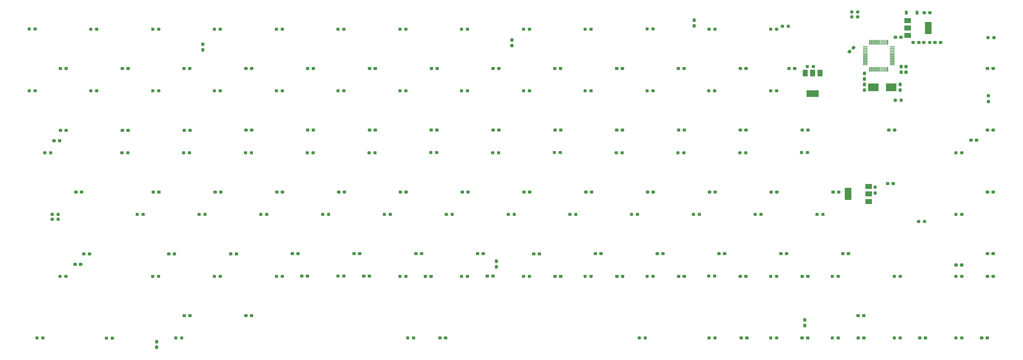
<source format=gbr>
%TF.GenerationSoftware,KiCad,Pcbnew,(5.1.9)-1*%
%TF.CreationDate,2021-03-14T17:48:20+01:00*%
%TF.ProjectId,mkb_01,6d6b625f-3031-42e6-9b69-6361645f7063,rev?*%
%TF.SameCoordinates,Original*%
%TF.FileFunction,Paste,Bot*%
%TF.FilePolarity,Positive*%
%FSLAX46Y46*%
G04 Gerber Fmt 4.6, Leading zero omitted, Abs format (unit mm)*
G04 Created by KiCad (PCBNEW (5.1.9)-1) date 2021-03-14 17:48:20*
%MOMM*%
%LPD*%
G01*
G04 APERTURE LIST*
%ADD10R,0.900000X1.200000*%
%ADD11R,2.000000X3.800000*%
%ADD12R,2.000000X1.500000*%
%ADD13R,1.500000X2.000000*%
%ADD14R,3.800000X2.000000*%
%ADD15R,3.325000X2.400000*%
G04 APERTURE END LIST*
%TO.C,C6*%
G36*
G01*
X329437500Y-76600000D02*
X328962500Y-76600000D01*
G75*
G02*
X328725000Y-76362500I0J237500D01*
G01*
X328725000Y-75762500D01*
G75*
G02*
X328962500Y-75525000I237500J0D01*
G01*
X329437500Y-75525000D01*
G75*
G02*
X329675000Y-75762500I0J-237500D01*
G01*
X329675000Y-76362500D01*
G75*
G02*
X329437500Y-76600000I-237500J0D01*
G01*
G37*
G36*
G01*
X329437500Y-74875000D02*
X328962500Y-74875000D01*
G75*
G02*
X328725000Y-74637500I0J237500D01*
G01*
X328725000Y-74037500D01*
G75*
G02*
X328962500Y-73800000I237500J0D01*
G01*
X329437500Y-73800000D01*
G75*
G02*
X329675000Y-74037500I0J-237500D01*
G01*
X329675000Y-74637500D01*
G75*
G02*
X329437500Y-74875000I-237500J0D01*
G01*
G37*
%TD*%
%TO.C,C3*%
G36*
G01*
X327937500Y-76600000D02*
X327462500Y-76600000D01*
G75*
G02*
X327225000Y-76362500I0J237500D01*
G01*
X327225000Y-75762500D01*
G75*
G02*
X327462500Y-75525000I237500J0D01*
G01*
X327937500Y-75525000D01*
G75*
G02*
X328175000Y-75762500I0J-237500D01*
G01*
X328175000Y-76362500D01*
G75*
G02*
X327937500Y-76600000I-237500J0D01*
G01*
G37*
G36*
G01*
X327937500Y-74875000D02*
X327462500Y-74875000D01*
G75*
G02*
X327225000Y-74637500I0J237500D01*
G01*
X327225000Y-74037500D01*
G75*
G02*
X327462500Y-73800000I237500J0D01*
G01*
X327937500Y-73800000D01*
G75*
G02*
X328175000Y-74037500I0J-237500D01*
G01*
X328175000Y-74637500D01*
G75*
G02*
X327937500Y-74875000I-237500J0D01*
G01*
G37*
%TD*%
%TO.C,C1*%
G36*
G01*
X336025000Y-57937500D02*
X336025000Y-57462500D01*
G75*
G02*
X336262500Y-57225000I237500J0D01*
G01*
X336862500Y-57225000D01*
G75*
G02*
X337100000Y-57462500I0J-237500D01*
G01*
X337100000Y-57937500D01*
G75*
G02*
X336862500Y-58175000I-237500J0D01*
G01*
X336262500Y-58175000D01*
G75*
G02*
X336025000Y-57937500I0J237500D01*
G01*
G37*
G36*
G01*
X334300000Y-57937500D02*
X334300000Y-57462500D01*
G75*
G02*
X334537500Y-57225000I237500J0D01*
G01*
X335137500Y-57225000D01*
G75*
G02*
X335375000Y-57462500I0J-237500D01*
G01*
X335375000Y-57937500D01*
G75*
G02*
X335137500Y-58175000I-237500J0D01*
G01*
X334537500Y-58175000D01*
G75*
G02*
X334300000Y-57937500I0J237500D01*
G01*
G37*
%TD*%
%TO.C,C2*%
G36*
G01*
X316162500Y-77625000D02*
X316637500Y-77625000D01*
G75*
G02*
X316875000Y-77862500I0J-237500D01*
G01*
X316875000Y-78462500D01*
G75*
G02*
X316637500Y-78700000I-237500J0D01*
G01*
X316162500Y-78700000D01*
G75*
G02*
X315925000Y-78462500I0J237500D01*
G01*
X315925000Y-77862500D01*
G75*
G02*
X316162500Y-77625000I237500J0D01*
G01*
G37*
G36*
G01*
X316162500Y-75900000D02*
X316637500Y-75900000D01*
G75*
G02*
X316875000Y-76137500I0J-237500D01*
G01*
X316875000Y-76737500D01*
G75*
G02*
X316637500Y-76975000I-237500J0D01*
G01*
X316162500Y-76975000D01*
G75*
G02*
X315925000Y-76737500I0J237500D01*
G01*
X315925000Y-76137500D01*
G75*
G02*
X316162500Y-75900000I237500J0D01*
G01*
G37*
%TD*%
%TO.C,C4*%
G36*
G01*
X340400000Y-66662500D02*
X340400000Y-67137500D01*
G75*
G02*
X340162500Y-67375000I-237500J0D01*
G01*
X339562500Y-67375000D01*
G75*
G02*
X339325000Y-67137500I0J237500D01*
G01*
X339325000Y-66662500D01*
G75*
G02*
X339562500Y-66425000I237500J0D01*
G01*
X340162500Y-66425000D01*
G75*
G02*
X340400000Y-66662500I0J-237500D01*
G01*
G37*
G36*
G01*
X338675000Y-66662500D02*
X338675000Y-67137500D01*
G75*
G02*
X338437500Y-67375000I-237500J0D01*
G01*
X337837500Y-67375000D01*
G75*
G02*
X337600000Y-67137500I0J237500D01*
G01*
X337600000Y-66662500D01*
G75*
G02*
X337837500Y-66425000I237500J0D01*
G01*
X338437500Y-66425000D01*
G75*
G02*
X338675000Y-66662500I0J-237500D01*
G01*
G37*
%TD*%
%TO.C,C5*%
G36*
G01*
X312797748Y-69038128D02*
X312461872Y-68702252D01*
G75*
G02*
X312461872Y-68366376I167938J167938D01*
G01*
X312886136Y-67942112D01*
G75*
G02*
X313222012Y-67942112I167938J-167938D01*
G01*
X313557888Y-68277988D01*
G75*
G02*
X313557888Y-68613864I-167938J-167938D01*
G01*
X313133624Y-69038128D01*
G75*
G02*
X312797748Y-69038128I-167938J167938D01*
G01*
G37*
G36*
G01*
X311577988Y-70257888D02*
X311242112Y-69922012D01*
G75*
G02*
X311242112Y-69586136I167938J167938D01*
G01*
X311666376Y-69161872D01*
G75*
G02*
X312002252Y-69161872I167938J-167938D01*
G01*
X312338128Y-69497748D01*
G75*
G02*
X312338128Y-69833624I-167938J-167938D01*
G01*
X311913864Y-70257888D01*
G75*
G02*
X311577988Y-70257888I-167938J167938D01*
G01*
G37*
%TD*%
%TO.C,C7*%
G36*
G01*
X325400000Y-65537500D02*
X325400000Y-65062500D01*
G75*
G02*
X325637500Y-64825000I237500J0D01*
G01*
X326237500Y-64825000D01*
G75*
G02*
X326475000Y-65062500I0J-237500D01*
G01*
X326475000Y-65537500D01*
G75*
G02*
X326237500Y-65775000I-237500J0D01*
G01*
X325637500Y-65775000D01*
G75*
G02*
X325400000Y-65537500I0J237500D01*
G01*
G37*
G36*
G01*
X327125000Y-65537500D02*
X327125000Y-65062500D01*
G75*
G02*
X327362500Y-64825000I237500J0D01*
G01*
X327962500Y-64825000D01*
G75*
G02*
X328200000Y-65062500I0J-237500D01*
G01*
X328200000Y-65537500D01*
G75*
G02*
X327962500Y-65775000I-237500J0D01*
G01*
X327362500Y-65775000D01*
G75*
G02*
X327125000Y-65537500I0J237500D01*
G01*
G37*
%TD*%
D10*
%TO.C,D1*%
X332550000Y-57700000D03*
X329250000Y-57700000D03*
%TD*%
%TO.C,D2*%
G36*
G01*
X330900000Y-67137500D02*
X330900000Y-66662500D01*
G75*
G02*
X331137500Y-66425000I237500J0D01*
G01*
X331712500Y-66425000D01*
G75*
G02*
X331950000Y-66662500I0J-237500D01*
G01*
X331950000Y-67137500D01*
G75*
G02*
X331712500Y-67375000I-237500J0D01*
G01*
X331137500Y-67375000D01*
G75*
G02*
X330900000Y-67137500I0J237500D01*
G01*
G37*
G36*
G01*
X332650000Y-67137500D02*
X332650000Y-66662500D01*
G75*
G02*
X332887500Y-66425000I237500J0D01*
G01*
X333462500Y-66425000D01*
G75*
G02*
X333700000Y-66662500I0J-237500D01*
G01*
X333700000Y-67137500D01*
G75*
G02*
X333462500Y-67375000I-237500J0D01*
G01*
X332887500Y-67375000D01*
G75*
G02*
X332650000Y-67137500I0J237500D01*
G01*
G37*
%TD*%
%TO.C,D3*%
G36*
G01*
X70800000Y-74662500D02*
X70800000Y-75137500D01*
G75*
G02*
X70562500Y-75375000I-237500J0D01*
G01*
X69987500Y-75375000D01*
G75*
G02*
X69750000Y-75137500I0J237500D01*
G01*
X69750000Y-74662500D01*
G75*
G02*
X69987500Y-74425000I237500J0D01*
G01*
X70562500Y-74425000D01*
G75*
G02*
X70800000Y-74662500I0J-237500D01*
G01*
G37*
G36*
G01*
X69050000Y-74662500D02*
X69050000Y-75137500D01*
G75*
G02*
X68812500Y-75375000I-237500J0D01*
G01*
X68237500Y-75375000D01*
G75*
G02*
X68000000Y-75137500I0J237500D01*
G01*
X68000000Y-74662500D01*
G75*
G02*
X68237500Y-74425000I237500J0D01*
G01*
X68812500Y-74425000D01*
G75*
G02*
X69050000Y-74662500I0J-237500D01*
G01*
G37*
%TD*%
%TO.C,D4*%
G36*
G01*
X69050000Y-93762500D02*
X69050000Y-94237500D01*
G75*
G02*
X68812500Y-94475000I-237500J0D01*
G01*
X68237500Y-94475000D01*
G75*
G02*
X68000000Y-94237500I0J237500D01*
G01*
X68000000Y-93762500D01*
G75*
G02*
X68237500Y-93525000I237500J0D01*
G01*
X68812500Y-93525000D01*
G75*
G02*
X69050000Y-93762500I0J-237500D01*
G01*
G37*
G36*
G01*
X70800000Y-93762500D02*
X70800000Y-94237500D01*
G75*
G02*
X70562500Y-94475000I-237500J0D01*
G01*
X69987500Y-94475000D01*
G75*
G02*
X69750000Y-94237500I0J237500D01*
G01*
X69750000Y-93762500D01*
G75*
G02*
X69987500Y-93525000I237500J0D01*
G01*
X70562500Y-93525000D01*
G75*
G02*
X70800000Y-93762500I0J-237500D01*
G01*
G37*
%TD*%
%TO.C,D5*%
G36*
G01*
X75575000Y-112762500D02*
X75575000Y-113237500D01*
G75*
G02*
X75337500Y-113475000I-237500J0D01*
G01*
X74762500Y-113475000D01*
G75*
G02*
X74525000Y-113237500I0J237500D01*
G01*
X74525000Y-112762500D01*
G75*
G02*
X74762500Y-112525000I237500J0D01*
G01*
X75337500Y-112525000D01*
G75*
G02*
X75575000Y-112762500I0J-237500D01*
G01*
G37*
G36*
G01*
X73825000Y-112762500D02*
X73825000Y-113237500D01*
G75*
G02*
X73587500Y-113475000I-237500J0D01*
G01*
X73012500Y-113475000D01*
G75*
G02*
X72775000Y-113237500I0J237500D01*
G01*
X72775000Y-112762500D01*
G75*
G02*
X73012500Y-112525000I237500J0D01*
G01*
X73587500Y-112525000D01*
G75*
G02*
X73825000Y-112762500I0J-237500D01*
G01*
G37*
%TD*%
%TO.C,D6*%
G36*
G01*
X76250000Y-131862500D02*
X76250000Y-132337500D01*
G75*
G02*
X76012500Y-132575000I-237500J0D01*
G01*
X75437500Y-132575000D01*
G75*
G02*
X75200000Y-132337500I0J237500D01*
G01*
X75200000Y-131862500D01*
G75*
G02*
X75437500Y-131625000I237500J0D01*
G01*
X76012500Y-131625000D01*
G75*
G02*
X76250000Y-131862500I0J-237500D01*
G01*
G37*
G36*
G01*
X78000000Y-131862500D02*
X78000000Y-132337500D01*
G75*
G02*
X77762500Y-132575000I-237500J0D01*
G01*
X77187500Y-132575000D01*
G75*
G02*
X76950000Y-132337500I0J237500D01*
G01*
X76950000Y-131862500D01*
G75*
G02*
X77187500Y-131625000I237500J0D01*
G01*
X77762500Y-131625000D01*
G75*
G02*
X78000000Y-131862500I0J-237500D01*
G01*
G37*
%TD*%
%TO.C,D7*%
G36*
G01*
X107220000Y-150862500D02*
X107220000Y-151337500D01*
G75*
G02*
X106982500Y-151575000I-237500J0D01*
G01*
X106407500Y-151575000D01*
G75*
G02*
X106170000Y-151337500I0J237500D01*
G01*
X106170000Y-150862500D01*
G75*
G02*
X106407500Y-150625000I237500J0D01*
G01*
X106982500Y-150625000D01*
G75*
G02*
X107220000Y-150862500I0J-237500D01*
G01*
G37*
G36*
G01*
X108970000Y-150862500D02*
X108970000Y-151337500D01*
G75*
G02*
X108732500Y-151575000I-237500J0D01*
G01*
X108157500Y-151575000D01*
G75*
G02*
X107920000Y-151337500I0J237500D01*
G01*
X107920000Y-150862500D01*
G75*
G02*
X108157500Y-150625000I237500J0D01*
G01*
X108732500Y-150625000D01*
G75*
G02*
X108970000Y-150862500I0J-237500D01*
G01*
G37*
%TD*%
%TO.C,D8*%
G36*
G01*
X88150000Y-74662500D02*
X88150000Y-75137500D01*
G75*
G02*
X87912500Y-75375000I-237500J0D01*
G01*
X87337500Y-75375000D01*
G75*
G02*
X87100000Y-75137500I0J237500D01*
G01*
X87100000Y-74662500D01*
G75*
G02*
X87337500Y-74425000I237500J0D01*
G01*
X87912500Y-74425000D01*
G75*
G02*
X88150000Y-74662500I0J-237500D01*
G01*
G37*
G36*
G01*
X89900000Y-74662500D02*
X89900000Y-75137500D01*
G75*
G02*
X89662500Y-75375000I-237500J0D01*
G01*
X89087500Y-75375000D01*
G75*
G02*
X88850000Y-75137500I0J237500D01*
G01*
X88850000Y-74662500D01*
G75*
G02*
X89087500Y-74425000I237500J0D01*
G01*
X89662500Y-74425000D01*
G75*
G02*
X89900000Y-74662500I0J-237500D01*
G01*
G37*
%TD*%
%TO.C,D9*%
G36*
G01*
X88150000Y-93762500D02*
X88150000Y-94237500D01*
G75*
G02*
X87912500Y-94475000I-237500J0D01*
G01*
X87337500Y-94475000D01*
G75*
G02*
X87100000Y-94237500I0J237500D01*
G01*
X87100000Y-93762500D01*
G75*
G02*
X87337500Y-93525000I237500J0D01*
G01*
X87912500Y-93525000D01*
G75*
G02*
X88150000Y-93762500I0J-237500D01*
G01*
G37*
G36*
G01*
X89900000Y-93762500D02*
X89900000Y-94237500D01*
G75*
G02*
X89662500Y-94475000I-237500J0D01*
G01*
X89087500Y-94475000D01*
G75*
G02*
X88850000Y-94237500I0J237500D01*
G01*
X88850000Y-93762500D01*
G75*
G02*
X89087500Y-93525000I237500J0D01*
G01*
X89662500Y-93525000D01*
G75*
G02*
X89900000Y-93762500I0J-237500D01*
G01*
G37*
%TD*%
%TO.C,D10*%
G36*
G01*
X97650000Y-112762500D02*
X97650000Y-113237500D01*
G75*
G02*
X97412500Y-113475000I-237500J0D01*
G01*
X96837500Y-113475000D01*
G75*
G02*
X96600000Y-113237500I0J237500D01*
G01*
X96600000Y-112762500D01*
G75*
G02*
X96837500Y-112525000I237500J0D01*
G01*
X97412500Y-112525000D01*
G75*
G02*
X97650000Y-112762500I0J-237500D01*
G01*
G37*
G36*
G01*
X99400000Y-112762500D02*
X99400000Y-113237500D01*
G75*
G02*
X99162500Y-113475000I-237500J0D01*
G01*
X98587500Y-113475000D01*
G75*
G02*
X98350000Y-113237500I0J237500D01*
G01*
X98350000Y-112762500D01*
G75*
G02*
X98587500Y-112525000I237500J0D01*
G01*
X99162500Y-112525000D01*
G75*
G02*
X99400000Y-112762500I0J-237500D01*
G01*
G37*
%TD*%
%TO.C,D11*%
G36*
G01*
X104200000Y-131862500D02*
X104200000Y-132337500D01*
G75*
G02*
X103962500Y-132575000I-237500J0D01*
G01*
X103387500Y-132575000D01*
G75*
G02*
X103150000Y-132337500I0J237500D01*
G01*
X103150000Y-131862500D01*
G75*
G02*
X103387500Y-131625000I237500J0D01*
G01*
X103962500Y-131625000D01*
G75*
G02*
X104200000Y-131862500I0J-237500D01*
G01*
G37*
G36*
G01*
X102450000Y-131862500D02*
X102450000Y-132337500D01*
G75*
G02*
X102212500Y-132575000I-237500J0D01*
G01*
X101637500Y-132575000D01*
G75*
G02*
X101400000Y-132337500I0J237500D01*
G01*
X101400000Y-131862500D01*
G75*
G02*
X101637500Y-131625000I237500J0D01*
G01*
X102212500Y-131625000D01*
G75*
G02*
X102450000Y-131862500I0J-237500D01*
G01*
G37*
%TD*%
%TO.C,D12*%
G36*
G01*
X127970000Y-150862500D02*
X127970000Y-151337500D01*
G75*
G02*
X127732500Y-151575000I-237500J0D01*
G01*
X127157500Y-151575000D01*
G75*
G02*
X126920000Y-151337500I0J237500D01*
G01*
X126920000Y-150862500D01*
G75*
G02*
X127157500Y-150625000I237500J0D01*
G01*
X127732500Y-150625000D01*
G75*
G02*
X127970000Y-150862500I0J-237500D01*
G01*
G37*
G36*
G01*
X126220000Y-150862500D02*
X126220000Y-151337500D01*
G75*
G02*
X125982500Y-151575000I-237500J0D01*
G01*
X125407500Y-151575000D01*
G75*
G02*
X125170000Y-151337500I0J237500D01*
G01*
X125170000Y-150862500D01*
G75*
G02*
X125407500Y-150625000I237500J0D01*
G01*
X125982500Y-150625000D01*
G75*
G02*
X126220000Y-150862500I0J-237500D01*
G01*
G37*
%TD*%
%TO.C,D13*%
G36*
G01*
X107150000Y-74662500D02*
X107150000Y-75137500D01*
G75*
G02*
X106912500Y-75375000I-237500J0D01*
G01*
X106337500Y-75375000D01*
G75*
G02*
X106100000Y-75137500I0J237500D01*
G01*
X106100000Y-74662500D01*
G75*
G02*
X106337500Y-74425000I237500J0D01*
G01*
X106912500Y-74425000D01*
G75*
G02*
X107150000Y-74662500I0J-237500D01*
G01*
G37*
G36*
G01*
X108900000Y-74662500D02*
X108900000Y-75137500D01*
G75*
G02*
X108662500Y-75375000I-237500J0D01*
G01*
X108087500Y-75375000D01*
G75*
G02*
X107850000Y-75137500I0J237500D01*
G01*
X107850000Y-74662500D01*
G75*
G02*
X108087500Y-74425000I237500J0D01*
G01*
X108662500Y-74425000D01*
G75*
G02*
X108900000Y-74662500I0J-237500D01*
G01*
G37*
%TD*%
%TO.C,D14*%
G36*
G01*
X109000000Y-93762500D02*
X109000000Y-94237500D01*
G75*
G02*
X108762500Y-94475000I-237500J0D01*
G01*
X108187500Y-94475000D01*
G75*
G02*
X107950000Y-94237500I0J237500D01*
G01*
X107950000Y-93762500D01*
G75*
G02*
X108187500Y-93525000I237500J0D01*
G01*
X108762500Y-93525000D01*
G75*
G02*
X109000000Y-93762500I0J-237500D01*
G01*
G37*
G36*
G01*
X107250000Y-93762500D02*
X107250000Y-94237500D01*
G75*
G02*
X107012500Y-94475000I-237500J0D01*
G01*
X106437500Y-94475000D01*
G75*
G02*
X106200000Y-94237500I0J237500D01*
G01*
X106200000Y-93762500D01*
G75*
G02*
X106437500Y-93525000I237500J0D01*
G01*
X107012500Y-93525000D01*
G75*
G02*
X107250000Y-93762500I0J-237500D01*
G01*
G37*
%TD*%
%TO.C,D15*%
G36*
G01*
X118500000Y-112762500D02*
X118500000Y-113237500D01*
G75*
G02*
X118262500Y-113475000I-237500J0D01*
G01*
X117687500Y-113475000D01*
G75*
G02*
X117450000Y-113237500I0J237500D01*
G01*
X117450000Y-112762500D01*
G75*
G02*
X117687500Y-112525000I237500J0D01*
G01*
X118262500Y-112525000D01*
G75*
G02*
X118500000Y-112762500I0J-237500D01*
G01*
G37*
G36*
G01*
X116750000Y-112762500D02*
X116750000Y-113237500D01*
G75*
G02*
X116512500Y-113475000I-237500J0D01*
G01*
X115937500Y-113475000D01*
G75*
G02*
X115700000Y-113237500I0J237500D01*
G01*
X115700000Y-112762500D01*
G75*
G02*
X115937500Y-112525000I237500J0D01*
G01*
X116512500Y-112525000D01*
G75*
G02*
X116750000Y-112762500I0J-237500D01*
G01*
G37*
%TD*%
%TO.C,D16*%
G36*
G01*
X121550000Y-131862500D02*
X121550000Y-132337500D01*
G75*
G02*
X121312500Y-132575000I-237500J0D01*
G01*
X120737500Y-132575000D01*
G75*
G02*
X120500000Y-132337500I0J237500D01*
G01*
X120500000Y-131862500D01*
G75*
G02*
X120737500Y-131625000I237500J0D01*
G01*
X121312500Y-131625000D01*
G75*
G02*
X121550000Y-131862500I0J-237500D01*
G01*
G37*
G36*
G01*
X123300000Y-131862500D02*
X123300000Y-132337500D01*
G75*
G02*
X123062500Y-132575000I-237500J0D01*
G01*
X122487500Y-132575000D01*
G75*
G02*
X122250000Y-132337500I0J237500D01*
G01*
X122250000Y-131862500D01*
G75*
G02*
X122487500Y-131625000I237500J0D01*
G01*
X123062500Y-131625000D01*
G75*
G02*
X123300000Y-131862500I0J-237500D01*
G01*
G37*
%TD*%
%TO.C,D17*%
G36*
G01*
X144150000Y-139137500D02*
X144150000Y-138662500D01*
G75*
G02*
X144387500Y-138425000I237500J0D01*
G01*
X144962500Y-138425000D01*
G75*
G02*
X145200000Y-138662500I0J-237500D01*
G01*
X145200000Y-139137500D01*
G75*
G02*
X144962500Y-139375000I-237500J0D01*
G01*
X144387500Y-139375000D01*
G75*
G02*
X144150000Y-139137500I0J237500D01*
G01*
G37*
G36*
G01*
X142400000Y-139137500D02*
X142400000Y-138662500D01*
G75*
G02*
X142637500Y-138425000I237500J0D01*
G01*
X143212500Y-138425000D01*
G75*
G02*
X143450000Y-138662500I0J-237500D01*
G01*
X143450000Y-139137500D01*
G75*
G02*
X143212500Y-139375000I-237500J0D01*
G01*
X142637500Y-139375000D01*
G75*
G02*
X142400000Y-139137500I0J237500D01*
G01*
G37*
%TD*%
%TO.C,D19*%
G36*
G01*
X126250000Y-74662500D02*
X126250000Y-75137500D01*
G75*
G02*
X126012500Y-75375000I-237500J0D01*
G01*
X125437500Y-75375000D01*
G75*
G02*
X125200000Y-75137500I0J237500D01*
G01*
X125200000Y-74662500D01*
G75*
G02*
X125437500Y-74425000I237500J0D01*
G01*
X126012500Y-74425000D01*
G75*
G02*
X126250000Y-74662500I0J-237500D01*
G01*
G37*
G36*
G01*
X128000000Y-74662500D02*
X128000000Y-75137500D01*
G75*
G02*
X127762500Y-75375000I-237500J0D01*
G01*
X127187500Y-75375000D01*
G75*
G02*
X126950000Y-75137500I0J237500D01*
G01*
X126950000Y-74662500D01*
G75*
G02*
X127187500Y-74425000I237500J0D01*
G01*
X127762500Y-74425000D01*
G75*
G02*
X128000000Y-74662500I0J-237500D01*
G01*
G37*
%TD*%
%TO.C,D20*%
G36*
G01*
X128000000Y-93662500D02*
X128000000Y-94137500D01*
G75*
G02*
X127762500Y-94375000I-237500J0D01*
G01*
X127187500Y-94375000D01*
G75*
G02*
X126950000Y-94137500I0J237500D01*
G01*
X126950000Y-93662500D01*
G75*
G02*
X127187500Y-93425000I237500J0D01*
G01*
X127762500Y-93425000D01*
G75*
G02*
X128000000Y-93662500I0J-237500D01*
G01*
G37*
G36*
G01*
X126250000Y-93662500D02*
X126250000Y-94137500D01*
G75*
G02*
X126012500Y-94375000I-237500J0D01*
G01*
X125437500Y-94375000D01*
G75*
G02*
X125200000Y-94137500I0J237500D01*
G01*
X125200000Y-93662500D01*
G75*
G02*
X125437500Y-93425000I237500J0D01*
G01*
X126012500Y-93425000D01*
G75*
G02*
X126250000Y-93662500I0J-237500D01*
G01*
G37*
%TD*%
%TO.C,D21*%
G36*
G01*
X135750000Y-112762500D02*
X135750000Y-113237500D01*
G75*
G02*
X135512500Y-113475000I-237500J0D01*
G01*
X134937500Y-113475000D01*
G75*
G02*
X134700000Y-113237500I0J237500D01*
G01*
X134700000Y-112762500D01*
G75*
G02*
X134937500Y-112525000I237500J0D01*
G01*
X135512500Y-112525000D01*
G75*
G02*
X135750000Y-112762500I0J-237500D01*
G01*
G37*
G36*
G01*
X137500000Y-112762500D02*
X137500000Y-113237500D01*
G75*
G02*
X137262500Y-113475000I-237500J0D01*
G01*
X136687500Y-113475000D01*
G75*
G02*
X136450000Y-113237500I0J237500D01*
G01*
X136450000Y-112762500D01*
G75*
G02*
X136687500Y-112525000I237500J0D01*
G01*
X137262500Y-112525000D01*
G75*
G02*
X137500000Y-112762500I0J-237500D01*
G01*
G37*
%TD*%
%TO.C,D22*%
G36*
G01*
X140550000Y-131762500D02*
X140550000Y-132237500D01*
G75*
G02*
X140312500Y-132475000I-237500J0D01*
G01*
X139737500Y-132475000D01*
G75*
G02*
X139500000Y-132237500I0J237500D01*
G01*
X139500000Y-131762500D01*
G75*
G02*
X139737500Y-131525000I237500J0D01*
G01*
X140312500Y-131525000D01*
G75*
G02*
X140550000Y-131762500I0J-237500D01*
G01*
G37*
G36*
G01*
X142300000Y-131762500D02*
X142300000Y-132237500D01*
G75*
G02*
X142062500Y-132475000I-237500J0D01*
G01*
X141487500Y-132475000D01*
G75*
G02*
X141250000Y-132237500I0J237500D01*
G01*
X141250000Y-131762500D01*
G75*
G02*
X141487500Y-131525000I237500J0D01*
G01*
X142062500Y-131525000D01*
G75*
G02*
X142300000Y-131762500I0J-237500D01*
G01*
G37*
%TD*%
%TO.C,D23*%
G36*
G01*
X161500000Y-139137500D02*
X161500000Y-138662500D01*
G75*
G02*
X161737500Y-138425000I237500J0D01*
G01*
X162312500Y-138425000D01*
G75*
G02*
X162550000Y-138662500I0J-237500D01*
G01*
X162550000Y-139137500D01*
G75*
G02*
X162312500Y-139375000I-237500J0D01*
G01*
X161737500Y-139375000D01*
G75*
G02*
X161500000Y-139137500I0J237500D01*
G01*
G37*
G36*
G01*
X163250000Y-139137500D02*
X163250000Y-138662500D01*
G75*
G02*
X163487500Y-138425000I237500J0D01*
G01*
X164062500Y-138425000D01*
G75*
G02*
X164300000Y-138662500I0J-237500D01*
G01*
X164300000Y-139137500D01*
G75*
G02*
X164062500Y-139375000I-237500J0D01*
G01*
X163487500Y-139375000D01*
G75*
G02*
X163250000Y-139137500I0J237500D01*
G01*
G37*
%TD*%
%TO.C,D24*%
G36*
G01*
X145250000Y-74662500D02*
X145250000Y-75137500D01*
G75*
G02*
X145012500Y-75375000I-237500J0D01*
G01*
X144437500Y-75375000D01*
G75*
G02*
X144200000Y-75137500I0J237500D01*
G01*
X144200000Y-74662500D01*
G75*
G02*
X144437500Y-74425000I237500J0D01*
G01*
X145012500Y-74425000D01*
G75*
G02*
X145250000Y-74662500I0J-237500D01*
G01*
G37*
G36*
G01*
X147000000Y-74662500D02*
X147000000Y-75137500D01*
G75*
G02*
X146762500Y-75375000I-237500J0D01*
G01*
X146187500Y-75375000D01*
G75*
G02*
X145950000Y-75137500I0J237500D01*
G01*
X145950000Y-74662500D01*
G75*
G02*
X146187500Y-74425000I237500J0D01*
G01*
X146762500Y-74425000D01*
G75*
G02*
X147000000Y-74662500I0J-237500D01*
G01*
G37*
%TD*%
%TO.C,D25*%
G36*
G01*
X145250000Y-93662500D02*
X145250000Y-94137500D01*
G75*
G02*
X145012500Y-94375000I-237500J0D01*
G01*
X144437500Y-94375000D01*
G75*
G02*
X144200000Y-94137500I0J237500D01*
G01*
X144200000Y-93662500D01*
G75*
G02*
X144437500Y-93425000I237500J0D01*
G01*
X145012500Y-93425000D01*
G75*
G02*
X145250000Y-93662500I0J-237500D01*
G01*
G37*
G36*
G01*
X147000000Y-93662500D02*
X147000000Y-94137500D01*
G75*
G02*
X146762500Y-94375000I-237500J0D01*
G01*
X146187500Y-94375000D01*
G75*
G02*
X145950000Y-94137500I0J237500D01*
G01*
X145950000Y-93662500D01*
G75*
G02*
X146187500Y-93425000I237500J0D01*
G01*
X146762500Y-93425000D01*
G75*
G02*
X147000000Y-93662500I0J-237500D01*
G01*
G37*
%TD*%
%TO.C,D26*%
G36*
G01*
X156600000Y-112762500D02*
X156600000Y-113237500D01*
G75*
G02*
X156362500Y-113475000I-237500J0D01*
G01*
X155787500Y-113475000D01*
G75*
G02*
X155550000Y-113237500I0J237500D01*
G01*
X155550000Y-112762500D01*
G75*
G02*
X155787500Y-112525000I237500J0D01*
G01*
X156362500Y-112525000D01*
G75*
G02*
X156600000Y-112762500I0J-237500D01*
G01*
G37*
G36*
G01*
X154850000Y-112762500D02*
X154850000Y-113237500D01*
G75*
G02*
X154612500Y-113475000I-237500J0D01*
G01*
X154037500Y-113475000D01*
G75*
G02*
X153800000Y-113237500I0J237500D01*
G01*
X153800000Y-112762500D01*
G75*
G02*
X154037500Y-112525000I237500J0D01*
G01*
X154612500Y-112525000D01*
G75*
G02*
X154850000Y-112762500I0J-237500D01*
G01*
G37*
%TD*%
%TO.C,D27*%
G36*
G01*
X159550000Y-131762500D02*
X159550000Y-132237500D01*
G75*
G02*
X159312500Y-132475000I-237500J0D01*
G01*
X158737500Y-132475000D01*
G75*
G02*
X158500000Y-132237500I0J237500D01*
G01*
X158500000Y-131762500D01*
G75*
G02*
X158737500Y-131525000I237500J0D01*
G01*
X159312500Y-131525000D01*
G75*
G02*
X159550000Y-131762500I0J-237500D01*
G01*
G37*
G36*
G01*
X161300000Y-131762500D02*
X161300000Y-132237500D01*
G75*
G02*
X161062500Y-132475000I-237500J0D01*
G01*
X160487500Y-132475000D01*
G75*
G02*
X160250000Y-132237500I0J237500D01*
G01*
X160250000Y-131762500D01*
G75*
G02*
X160487500Y-131525000I237500J0D01*
G01*
X161062500Y-131525000D01*
G75*
G02*
X161300000Y-131762500I0J-237500D01*
G01*
G37*
%TD*%
%TO.C,D28*%
G36*
G01*
X182250000Y-139237500D02*
X182250000Y-138762500D01*
G75*
G02*
X182487500Y-138525000I237500J0D01*
G01*
X183062500Y-138525000D01*
G75*
G02*
X183300000Y-138762500I0J-237500D01*
G01*
X183300000Y-139237500D01*
G75*
G02*
X183062500Y-139475000I-237500J0D01*
G01*
X182487500Y-139475000D01*
G75*
G02*
X182250000Y-139237500I0J237500D01*
G01*
G37*
G36*
G01*
X180500000Y-139237500D02*
X180500000Y-138762500D01*
G75*
G02*
X180737500Y-138525000I237500J0D01*
G01*
X181312500Y-138525000D01*
G75*
G02*
X181550000Y-138762500I0J-237500D01*
G01*
X181550000Y-139237500D01*
G75*
G02*
X181312500Y-139475000I-237500J0D01*
G01*
X180737500Y-139475000D01*
G75*
G02*
X180500000Y-139237500I0J237500D01*
G01*
G37*
%TD*%
%TO.C,D29*%
G36*
G01*
X166100000Y-74662500D02*
X166100000Y-75137500D01*
G75*
G02*
X165862500Y-75375000I-237500J0D01*
G01*
X165287500Y-75375000D01*
G75*
G02*
X165050000Y-75137500I0J237500D01*
G01*
X165050000Y-74662500D01*
G75*
G02*
X165287500Y-74425000I237500J0D01*
G01*
X165862500Y-74425000D01*
G75*
G02*
X166100000Y-74662500I0J-237500D01*
G01*
G37*
G36*
G01*
X164350000Y-74662500D02*
X164350000Y-75137500D01*
G75*
G02*
X164112500Y-75375000I-237500J0D01*
G01*
X163537500Y-75375000D01*
G75*
G02*
X163300000Y-75137500I0J237500D01*
G01*
X163300000Y-74662500D01*
G75*
G02*
X163537500Y-74425000I237500J0D01*
G01*
X164112500Y-74425000D01*
G75*
G02*
X164350000Y-74662500I0J-237500D01*
G01*
G37*
%TD*%
%TO.C,D30*%
G36*
G01*
X166100000Y-93662500D02*
X166100000Y-94137500D01*
G75*
G02*
X165862500Y-94375000I-237500J0D01*
G01*
X165287500Y-94375000D01*
G75*
G02*
X165050000Y-94137500I0J237500D01*
G01*
X165050000Y-93662500D01*
G75*
G02*
X165287500Y-93425000I237500J0D01*
G01*
X165862500Y-93425000D01*
G75*
G02*
X166100000Y-93662500I0J-237500D01*
G01*
G37*
G36*
G01*
X164350000Y-93662500D02*
X164350000Y-94137500D01*
G75*
G02*
X164112500Y-94375000I-237500J0D01*
G01*
X163537500Y-94375000D01*
G75*
G02*
X163300000Y-94137500I0J237500D01*
G01*
X163300000Y-93662500D01*
G75*
G02*
X163537500Y-93425000I237500J0D01*
G01*
X164112500Y-93425000D01*
G75*
G02*
X164350000Y-93662500I0J-237500D01*
G01*
G37*
%TD*%
%TO.C,D31*%
G36*
G01*
X173850000Y-112762500D02*
X173850000Y-113237500D01*
G75*
G02*
X173612500Y-113475000I-237500J0D01*
G01*
X173037500Y-113475000D01*
G75*
G02*
X172800000Y-113237500I0J237500D01*
G01*
X172800000Y-112762500D01*
G75*
G02*
X173037500Y-112525000I237500J0D01*
G01*
X173612500Y-112525000D01*
G75*
G02*
X173850000Y-112762500I0J-237500D01*
G01*
G37*
G36*
G01*
X175600000Y-112762500D02*
X175600000Y-113237500D01*
G75*
G02*
X175362500Y-113475000I-237500J0D01*
G01*
X174787500Y-113475000D01*
G75*
G02*
X174550000Y-113237500I0J237500D01*
G01*
X174550000Y-112762500D01*
G75*
G02*
X174787500Y-112525000I237500J0D01*
G01*
X175362500Y-112525000D01*
G75*
G02*
X175600000Y-112762500I0J-237500D01*
G01*
G37*
%TD*%
%TO.C,D32*%
G36*
G01*
X180400000Y-131762500D02*
X180400000Y-132237500D01*
G75*
G02*
X180162500Y-132475000I-237500J0D01*
G01*
X179587500Y-132475000D01*
G75*
G02*
X179350000Y-132237500I0J237500D01*
G01*
X179350000Y-131762500D01*
G75*
G02*
X179587500Y-131525000I237500J0D01*
G01*
X180162500Y-131525000D01*
G75*
G02*
X180400000Y-131762500I0J-237500D01*
G01*
G37*
G36*
G01*
X178650000Y-131762500D02*
X178650000Y-132237500D01*
G75*
G02*
X178412500Y-132475000I-237500J0D01*
G01*
X177837500Y-132475000D01*
G75*
G02*
X177600000Y-132237500I0J237500D01*
G01*
X177600000Y-131762500D01*
G75*
G02*
X177837500Y-131525000I237500J0D01*
G01*
X178412500Y-131525000D01*
G75*
G02*
X178650000Y-131762500I0J-237500D01*
G01*
G37*
%TD*%
%TO.C,D33*%
G36*
G01*
X199600000Y-139137500D02*
X199600000Y-138662500D01*
G75*
G02*
X199837500Y-138425000I237500J0D01*
G01*
X200412500Y-138425000D01*
G75*
G02*
X200650000Y-138662500I0J-237500D01*
G01*
X200650000Y-139137500D01*
G75*
G02*
X200412500Y-139375000I-237500J0D01*
G01*
X199837500Y-139375000D01*
G75*
G02*
X199600000Y-139137500I0J237500D01*
G01*
G37*
G36*
G01*
X201350000Y-139137500D02*
X201350000Y-138662500D01*
G75*
G02*
X201587500Y-138425000I237500J0D01*
G01*
X202162500Y-138425000D01*
G75*
G02*
X202400000Y-138662500I0J-237500D01*
G01*
X202400000Y-139137500D01*
G75*
G02*
X202162500Y-139375000I-237500J0D01*
G01*
X201587500Y-139375000D01*
G75*
G02*
X201350000Y-139137500I0J237500D01*
G01*
G37*
%TD*%
%TO.C,D34*%
G36*
G01*
X183450000Y-74662500D02*
X183450000Y-75137500D01*
G75*
G02*
X183212500Y-75375000I-237500J0D01*
G01*
X182637500Y-75375000D01*
G75*
G02*
X182400000Y-75137500I0J237500D01*
G01*
X182400000Y-74662500D01*
G75*
G02*
X182637500Y-74425000I237500J0D01*
G01*
X183212500Y-74425000D01*
G75*
G02*
X183450000Y-74662500I0J-237500D01*
G01*
G37*
G36*
G01*
X185200000Y-74662500D02*
X185200000Y-75137500D01*
G75*
G02*
X184962500Y-75375000I-237500J0D01*
G01*
X184387500Y-75375000D01*
G75*
G02*
X184150000Y-75137500I0J237500D01*
G01*
X184150000Y-74662500D01*
G75*
G02*
X184387500Y-74425000I237500J0D01*
G01*
X184962500Y-74425000D01*
G75*
G02*
X185200000Y-74662500I0J-237500D01*
G01*
G37*
%TD*%
%TO.C,D35*%
G36*
G01*
X185100000Y-93662500D02*
X185100000Y-94137500D01*
G75*
G02*
X184862500Y-94375000I-237500J0D01*
G01*
X184287500Y-94375000D01*
G75*
G02*
X184050000Y-94137500I0J237500D01*
G01*
X184050000Y-93662500D01*
G75*
G02*
X184287500Y-93425000I237500J0D01*
G01*
X184862500Y-93425000D01*
G75*
G02*
X185100000Y-93662500I0J-237500D01*
G01*
G37*
G36*
G01*
X183350000Y-93662500D02*
X183350000Y-94137500D01*
G75*
G02*
X183112500Y-94375000I-237500J0D01*
G01*
X182537500Y-94375000D01*
G75*
G02*
X182300000Y-94137500I0J237500D01*
G01*
X182300000Y-93662500D01*
G75*
G02*
X182537500Y-93425000I237500J0D01*
G01*
X183112500Y-93425000D01*
G75*
G02*
X183350000Y-93662500I0J-237500D01*
G01*
G37*
%TD*%
%TO.C,D36*%
G36*
G01*
X194700000Y-112762500D02*
X194700000Y-113237500D01*
G75*
G02*
X194462500Y-113475000I-237500J0D01*
G01*
X193887500Y-113475000D01*
G75*
G02*
X193650000Y-113237500I0J237500D01*
G01*
X193650000Y-112762500D01*
G75*
G02*
X193887500Y-112525000I237500J0D01*
G01*
X194462500Y-112525000D01*
G75*
G02*
X194700000Y-112762500I0J-237500D01*
G01*
G37*
G36*
G01*
X192950000Y-112762500D02*
X192950000Y-113237500D01*
G75*
G02*
X192712500Y-113475000I-237500J0D01*
G01*
X192137500Y-113475000D01*
G75*
G02*
X191900000Y-113237500I0J237500D01*
G01*
X191900000Y-112762500D01*
G75*
G02*
X192137500Y-112525000I237500J0D01*
G01*
X192712500Y-112525000D01*
G75*
G02*
X192950000Y-112762500I0J-237500D01*
G01*
G37*
%TD*%
%TO.C,D37*%
G36*
G01*
X197650000Y-131762500D02*
X197650000Y-132237500D01*
G75*
G02*
X197412500Y-132475000I-237500J0D01*
G01*
X196837500Y-132475000D01*
G75*
G02*
X196600000Y-132237500I0J237500D01*
G01*
X196600000Y-131762500D01*
G75*
G02*
X196837500Y-131525000I237500J0D01*
G01*
X197412500Y-131525000D01*
G75*
G02*
X197650000Y-131762500I0J-237500D01*
G01*
G37*
G36*
G01*
X199400000Y-131762500D02*
X199400000Y-132237500D01*
G75*
G02*
X199162500Y-132475000I-237500J0D01*
G01*
X198587500Y-132475000D01*
G75*
G02*
X198350000Y-132237500I0J237500D01*
G01*
X198350000Y-131762500D01*
G75*
G02*
X198587500Y-131525000I237500J0D01*
G01*
X199162500Y-131525000D01*
G75*
G02*
X199400000Y-131762500I0J-237500D01*
G01*
G37*
%TD*%
%TO.C,D38*%
G36*
G01*
X186040000Y-157762500D02*
X186040000Y-158237500D01*
G75*
G02*
X185802500Y-158475000I-237500J0D01*
G01*
X185227500Y-158475000D01*
G75*
G02*
X184990000Y-158237500I0J237500D01*
G01*
X184990000Y-157762500D01*
G75*
G02*
X185227500Y-157525000I237500J0D01*
G01*
X185802500Y-157525000D01*
G75*
G02*
X186040000Y-157762500I0J-237500D01*
G01*
G37*
G36*
G01*
X187790000Y-157762500D02*
X187790000Y-158237500D01*
G75*
G02*
X187552500Y-158475000I-237500J0D01*
G01*
X186977500Y-158475000D01*
G75*
G02*
X186740000Y-158237500I0J237500D01*
G01*
X186740000Y-157762500D01*
G75*
G02*
X186977500Y-157525000I237500J0D01*
G01*
X187552500Y-157525000D01*
G75*
G02*
X187790000Y-157762500I0J-237500D01*
G01*
G37*
%TD*%
%TO.C,D39*%
G36*
G01*
X202450000Y-74662500D02*
X202450000Y-75137500D01*
G75*
G02*
X202212500Y-75375000I-237500J0D01*
G01*
X201637500Y-75375000D01*
G75*
G02*
X201400000Y-75137500I0J237500D01*
G01*
X201400000Y-74662500D01*
G75*
G02*
X201637500Y-74425000I237500J0D01*
G01*
X202212500Y-74425000D01*
G75*
G02*
X202450000Y-74662500I0J-237500D01*
G01*
G37*
G36*
G01*
X204200000Y-74662500D02*
X204200000Y-75137500D01*
G75*
G02*
X203962500Y-75375000I-237500J0D01*
G01*
X203387500Y-75375000D01*
G75*
G02*
X203150000Y-75137500I0J237500D01*
G01*
X203150000Y-74662500D01*
G75*
G02*
X203387500Y-74425000I237500J0D01*
G01*
X203962500Y-74425000D01*
G75*
G02*
X204200000Y-74662500I0J-237500D01*
G01*
G37*
%TD*%
%TO.C,D40*%
G36*
G01*
X204200000Y-93662500D02*
X204200000Y-94137500D01*
G75*
G02*
X203962500Y-94375000I-237500J0D01*
G01*
X203387500Y-94375000D01*
G75*
G02*
X203150000Y-94137500I0J237500D01*
G01*
X203150000Y-93662500D01*
G75*
G02*
X203387500Y-93425000I237500J0D01*
G01*
X203962500Y-93425000D01*
G75*
G02*
X204200000Y-93662500I0J-237500D01*
G01*
G37*
G36*
G01*
X202450000Y-93662500D02*
X202450000Y-94137500D01*
G75*
G02*
X202212500Y-94375000I-237500J0D01*
G01*
X201637500Y-94375000D01*
G75*
G02*
X201400000Y-94137500I0J237500D01*
G01*
X201400000Y-93662500D01*
G75*
G02*
X201637500Y-93425000I237500J0D01*
G01*
X202212500Y-93425000D01*
G75*
G02*
X202450000Y-93662500I0J-237500D01*
G01*
G37*
%TD*%
%TO.C,D41*%
G36*
G01*
X211950000Y-112762500D02*
X211950000Y-113237500D01*
G75*
G02*
X211712500Y-113475000I-237500J0D01*
G01*
X211137500Y-113475000D01*
G75*
G02*
X210900000Y-113237500I0J237500D01*
G01*
X210900000Y-112762500D01*
G75*
G02*
X211137500Y-112525000I237500J0D01*
G01*
X211712500Y-112525000D01*
G75*
G02*
X211950000Y-112762500I0J-237500D01*
G01*
G37*
G36*
G01*
X213700000Y-112762500D02*
X213700000Y-113237500D01*
G75*
G02*
X213462500Y-113475000I-237500J0D01*
G01*
X212887500Y-113475000D01*
G75*
G02*
X212650000Y-113237500I0J237500D01*
G01*
X212650000Y-112762500D01*
G75*
G02*
X212887500Y-112525000I237500J0D01*
G01*
X213462500Y-112525000D01*
G75*
G02*
X213700000Y-112762500I0J-237500D01*
G01*
G37*
%TD*%
%TO.C,D42*%
G36*
G01*
X213900000Y-132337500D02*
X213900000Y-131862500D01*
G75*
G02*
X214137500Y-131625000I237500J0D01*
G01*
X214712500Y-131625000D01*
G75*
G02*
X214950000Y-131862500I0J-237500D01*
G01*
X214950000Y-132337500D01*
G75*
G02*
X214712500Y-132575000I-237500J0D01*
G01*
X214137500Y-132575000D01*
G75*
G02*
X213900000Y-132337500I0J237500D01*
G01*
G37*
G36*
G01*
X215650000Y-132337500D02*
X215650000Y-131862500D01*
G75*
G02*
X215887500Y-131625000I237500J0D01*
G01*
X216462500Y-131625000D01*
G75*
G02*
X216700000Y-131862500I0J-237500D01*
G01*
X216700000Y-132337500D01*
G75*
G02*
X216462500Y-132575000I-237500J0D01*
G01*
X215887500Y-132575000D01*
G75*
G02*
X215650000Y-132337500I0J237500D01*
G01*
G37*
%TD*%
%TO.C,D43*%
G36*
G01*
X223270000Y-138762500D02*
X223270000Y-139237500D01*
G75*
G02*
X223032500Y-139475000I-237500J0D01*
G01*
X222457500Y-139475000D01*
G75*
G02*
X222220000Y-139237500I0J237500D01*
G01*
X222220000Y-138762500D01*
G75*
G02*
X222457500Y-138525000I237500J0D01*
G01*
X223032500Y-138525000D01*
G75*
G02*
X223270000Y-138762500I0J-237500D01*
G01*
G37*
G36*
G01*
X221520000Y-138762500D02*
X221520000Y-139237500D01*
G75*
G02*
X221282500Y-139475000I-237500J0D01*
G01*
X220707500Y-139475000D01*
G75*
G02*
X220470000Y-139237500I0J237500D01*
G01*
X220470000Y-138762500D01*
G75*
G02*
X220707500Y-138525000I237500J0D01*
G01*
X221282500Y-138525000D01*
G75*
G02*
X221520000Y-138762500I0J-237500D01*
G01*
G37*
%TD*%
%TO.C,D44*%
G36*
G01*
X223200000Y-74662500D02*
X223200000Y-75137500D01*
G75*
G02*
X222962500Y-75375000I-237500J0D01*
G01*
X222387500Y-75375000D01*
G75*
G02*
X222150000Y-75137500I0J237500D01*
G01*
X222150000Y-74662500D01*
G75*
G02*
X222387500Y-74425000I237500J0D01*
G01*
X222962500Y-74425000D01*
G75*
G02*
X223200000Y-74662500I0J-237500D01*
G01*
G37*
G36*
G01*
X221450000Y-74662500D02*
X221450000Y-75137500D01*
G75*
G02*
X221212500Y-75375000I-237500J0D01*
G01*
X220637500Y-75375000D01*
G75*
G02*
X220400000Y-75137500I0J237500D01*
G01*
X220400000Y-74662500D01*
G75*
G02*
X220637500Y-74425000I237500J0D01*
G01*
X221212500Y-74425000D01*
G75*
G02*
X221450000Y-74662500I0J-237500D01*
G01*
G37*
%TD*%
%TO.C,D45*%
G36*
G01*
X221550000Y-93662500D02*
X221550000Y-94137500D01*
G75*
G02*
X221312500Y-94375000I-237500J0D01*
G01*
X220737500Y-94375000D01*
G75*
G02*
X220500000Y-94137500I0J237500D01*
G01*
X220500000Y-93662500D01*
G75*
G02*
X220737500Y-93425000I237500J0D01*
G01*
X221312500Y-93425000D01*
G75*
G02*
X221550000Y-93662500I0J-237500D01*
G01*
G37*
G36*
G01*
X223300000Y-93662500D02*
X223300000Y-94137500D01*
G75*
G02*
X223062500Y-94375000I-237500J0D01*
G01*
X222487500Y-94375000D01*
G75*
G02*
X222250000Y-94137500I0J237500D01*
G01*
X222250000Y-93662500D01*
G75*
G02*
X222487500Y-93425000I237500J0D01*
G01*
X223062500Y-93425000D01*
G75*
G02*
X223300000Y-93662500I0J-237500D01*
G01*
G37*
%TD*%
%TO.C,D46*%
G36*
G01*
X232800000Y-112762500D02*
X232800000Y-113237500D01*
G75*
G02*
X232562500Y-113475000I-237500J0D01*
G01*
X231987500Y-113475000D01*
G75*
G02*
X231750000Y-113237500I0J237500D01*
G01*
X231750000Y-112762500D01*
G75*
G02*
X231987500Y-112525000I237500J0D01*
G01*
X232562500Y-112525000D01*
G75*
G02*
X232800000Y-112762500I0J-237500D01*
G01*
G37*
G36*
G01*
X231050000Y-112762500D02*
X231050000Y-113237500D01*
G75*
G02*
X230812500Y-113475000I-237500J0D01*
G01*
X230237500Y-113475000D01*
G75*
G02*
X230000000Y-113237500I0J237500D01*
G01*
X230000000Y-112762500D01*
G75*
G02*
X230237500Y-112525000I237500J0D01*
G01*
X230812500Y-112525000D01*
G75*
G02*
X231050000Y-112762500I0J-237500D01*
G01*
G37*
%TD*%
%TO.C,D47*%
G36*
G01*
X234650000Y-132237500D02*
X234650000Y-131762500D01*
G75*
G02*
X234887500Y-131525000I237500J0D01*
G01*
X235462500Y-131525000D01*
G75*
G02*
X235700000Y-131762500I0J-237500D01*
G01*
X235700000Y-132237500D01*
G75*
G02*
X235462500Y-132475000I-237500J0D01*
G01*
X234887500Y-132475000D01*
G75*
G02*
X234650000Y-132237500I0J237500D01*
G01*
G37*
G36*
G01*
X232900000Y-132237500D02*
X232900000Y-131762500D01*
G75*
G02*
X233137500Y-131525000I237500J0D01*
G01*
X233712500Y-131525000D01*
G75*
G02*
X233950000Y-131762500I0J-237500D01*
G01*
X233950000Y-132237500D01*
G75*
G02*
X233712500Y-132475000I-237500J0D01*
G01*
X233137500Y-132475000D01*
G75*
G02*
X232900000Y-132237500I0J237500D01*
G01*
G37*
%TD*%
%TO.C,D48*%
G36*
G01*
X240620000Y-138762500D02*
X240620000Y-139237500D01*
G75*
G02*
X240382500Y-139475000I-237500J0D01*
G01*
X239807500Y-139475000D01*
G75*
G02*
X239570000Y-139237500I0J237500D01*
G01*
X239570000Y-138762500D01*
G75*
G02*
X239807500Y-138525000I237500J0D01*
G01*
X240382500Y-138525000D01*
G75*
G02*
X240620000Y-138762500I0J-237500D01*
G01*
G37*
G36*
G01*
X242370000Y-138762500D02*
X242370000Y-139237500D01*
G75*
G02*
X242132500Y-139475000I-237500J0D01*
G01*
X241557500Y-139475000D01*
G75*
G02*
X241320000Y-139237500I0J237500D01*
G01*
X241320000Y-138762500D01*
G75*
G02*
X241557500Y-138525000I237500J0D01*
G01*
X242132500Y-138525000D01*
G75*
G02*
X242370000Y-138762500I0J-237500D01*
G01*
G37*
%TD*%
%TO.C,D49*%
G36*
G01*
X242300000Y-74662500D02*
X242300000Y-75137500D01*
G75*
G02*
X242062500Y-75375000I-237500J0D01*
G01*
X241487500Y-75375000D01*
G75*
G02*
X241250000Y-75137500I0J237500D01*
G01*
X241250000Y-74662500D01*
G75*
G02*
X241487500Y-74425000I237500J0D01*
G01*
X242062500Y-74425000D01*
G75*
G02*
X242300000Y-74662500I0J-237500D01*
G01*
G37*
G36*
G01*
X240550000Y-74662500D02*
X240550000Y-75137500D01*
G75*
G02*
X240312500Y-75375000I-237500J0D01*
G01*
X239737500Y-75375000D01*
G75*
G02*
X239500000Y-75137500I0J237500D01*
G01*
X239500000Y-74662500D01*
G75*
G02*
X239737500Y-74425000I237500J0D01*
G01*
X240312500Y-74425000D01*
G75*
G02*
X240550000Y-74662500I0J-237500D01*
G01*
G37*
%TD*%
%TO.C,D50*%
G36*
G01*
X242300000Y-93662500D02*
X242300000Y-94137500D01*
G75*
G02*
X242062500Y-94375000I-237500J0D01*
G01*
X241487500Y-94375000D01*
G75*
G02*
X241250000Y-94137500I0J237500D01*
G01*
X241250000Y-93662500D01*
G75*
G02*
X241487500Y-93425000I237500J0D01*
G01*
X242062500Y-93425000D01*
G75*
G02*
X242300000Y-93662500I0J-237500D01*
G01*
G37*
G36*
G01*
X240550000Y-93662500D02*
X240550000Y-94137500D01*
G75*
G02*
X240312500Y-94375000I-237500J0D01*
G01*
X239737500Y-94375000D01*
G75*
G02*
X239500000Y-94137500I0J237500D01*
G01*
X239500000Y-93662500D01*
G75*
G02*
X239737500Y-93425000I237500J0D01*
G01*
X240312500Y-93425000D01*
G75*
G02*
X240550000Y-93662500I0J-237500D01*
G01*
G37*
%TD*%
%TO.C,D51*%
G36*
G01*
X251800000Y-112762500D02*
X251800000Y-113237500D01*
G75*
G02*
X251562500Y-113475000I-237500J0D01*
G01*
X250987500Y-113475000D01*
G75*
G02*
X250750000Y-113237500I0J237500D01*
G01*
X250750000Y-112762500D01*
G75*
G02*
X250987500Y-112525000I237500J0D01*
G01*
X251562500Y-112525000D01*
G75*
G02*
X251800000Y-112762500I0J-237500D01*
G01*
G37*
G36*
G01*
X250050000Y-112762500D02*
X250050000Y-113237500D01*
G75*
G02*
X249812500Y-113475000I-237500J0D01*
G01*
X249237500Y-113475000D01*
G75*
G02*
X249000000Y-113237500I0J237500D01*
G01*
X249000000Y-112762500D01*
G75*
G02*
X249237500Y-112525000I237500J0D01*
G01*
X249812500Y-112525000D01*
G75*
G02*
X250050000Y-112762500I0J-237500D01*
G01*
G37*
%TD*%
%TO.C,D52*%
G36*
G01*
X252000000Y-132237500D02*
X252000000Y-131762500D01*
G75*
G02*
X252237500Y-131525000I237500J0D01*
G01*
X252812500Y-131525000D01*
G75*
G02*
X253050000Y-131762500I0J-237500D01*
G01*
X253050000Y-132237500D01*
G75*
G02*
X252812500Y-132475000I-237500J0D01*
G01*
X252237500Y-132475000D01*
G75*
G02*
X252000000Y-132237500I0J237500D01*
G01*
G37*
G36*
G01*
X253750000Y-132237500D02*
X253750000Y-131762500D01*
G75*
G02*
X253987500Y-131525000I237500J0D01*
G01*
X254562500Y-131525000D01*
G75*
G02*
X254800000Y-131762500I0J-237500D01*
G01*
X254800000Y-132237500D01*
G75*
G02*
X254562500Y-132475000I-237500J0D01*
G01*
X253987500Y-132475000D01*
G75*
G02*
X253750000Y-132237500I0J237500D01*
G01*
G37*
%TD*%
%TO.C,D53*%
G36*
G01*
X261370000Y-138762500D02*
X261370000Y-139237500D01*
G75*
G02*
X261132500Y-139475000I-237500J0D01*
G01*
X260557500Y-139475000D01*
G75*
G02*
X260320000Y-139237500I0J237500D01*
G01*
X260320000Y-138762500D01*
G75*
G02*
X260557500Y-138525000I237500J0D01*
G01*
X261132500Y-138525000D01*
G75*
G02*
X261370000Y-138762500I0J-237500D01*
G01*
G37*
G36*
G01*
X259620000Y-138762500D02*
X259620000Y-139237500D01*
G75*
G02*
X259382500Y-139475000I-237500J0D01*
G01*
X258807500Y-139475000D01*
G75*
G02*
X258570000Y-139237500I0J237500D01*
G01*
X258570000Y-138762500D01*
G75*
G02*
X258807500Y-138525000I237500J0D01*
G01*
X259382500Y-138525000D01*
G75*
G02*
X259620000Y-138762500I0J-237500D01*
G01*
G37*
%TD*%
%TO.C,D54*%
G36*
G01*
X259550000Y-74662500D02*
X259550000Y-75137500D01*
G75*
G02*
X259312500Y-75375000I-237500J0D01*
G01*
X258737500Y-75375000D01*
G75*
G02*
X258500000Y-75137500I0J237500D01*
G01*
X258500000Y-74662500D01*
G75*
G02*
X258737500Y-74425000I237500J0D01*
G01*
X259312500Y-74425000D01*
G75*
G02*
X259550000Y-74662500I0J-237500D01*
G01*
G37*
G36*
G01*
X261300000Y-74662500D02*
X261300000Y-75137500D01*
G75*
G02*
X261062500Y-75375000I-237500J0D01*
G01*
X260487500Y-75375000D01*
G75*
G02*
X260250000Y-75137500I0J237500D01*
G01*
X260250000Y-74662500D01*
G75*
G02*
X260487500Y-74425000I237500J0D01*
G01*
X261062500Y-74425000D01*
G75*
G02*
X261300000Y-74662500I0J-237500D01*
G01*
G37*
%TD*%
%TO.C,D55*%
G36*
G01*
X259650000Y-93662500D02*
X259650000Y-94137500D01*
G75*
G02*
X259412500Y-94375000I-237500J0D01*
G01*
X258837500Y-94375000D01*
G75*
G02*
X258600000Y-94137500I0J237500D01*
G01*
X258600000Y-93662500D01*
G75*
G02*
X258837500Y-93425000I237500J0D01*
G01*
X259412500Y-93425000D01*
G75*
G02*
X259650000Y-93662500I0J-237500D01*
G01*
G37*
G36*
G01*
X261400000Y-93662500D02*
X261400000Y-94137500D01*
G75*
G02*
X261162500Y-94375000I-237500J0D01*
G01*
X260587500Y-94375000D01*
G75*
G02*
X260350000Y-94137500I0J237500D01*
G01*
X260350000Y-93662500D01*
G75*
G02*
X260587500Y-93425000I237500J0D01*
G01*
X261162500Y-93425000D01*
G75*
G02*
X261400000Y-93662500I0J-237500D01*
G01*
G37*
%TD*%
%TO.C,D56*%
G36*
G01*
X269150000Y-112762500D02*
X269150000Y-113237500D01*
G75*
G02*
X268912500Y-113475000I-237500J0D01*
G01*
X268337500Y-113475000D01*
G75*
G02*
X268100000Y-113237500I0J237500D01*
G01*
X268100000Y-112762500D01*
G75*
G02*
X268337500Y-112525000I237500J0D01*
G01*
X268912500Y-112525000D01*
G75*
G02*
X269150000Y-112762500I0J-237500D01*
G01*
G37*
G36*
G01*
X270900000Y-112762500D02*
X270900000Y-113237500D01*
G75*
G02*
X270662500Y-113475000I-237500J0D01*
G01*
X270087500Y-113475000D01*
G75*
G02*
X269850000Y-113237500I0J237500D01*
G01*
X269850000Y-112762500D01*
G75*
G02*
X270087500Y-112525000I237500J0D01*
G01*
X270662500Y-112525000D01*
G75*
G02*
X270900000Y-112762500I0J-237500D01*
G01*
G37*
%TD*%
%TO.C,D57*%
G36*
G01*
X272750000Y-132237500D02*
X272750000Y-131762500D01*
G75*
G02*
X272987500Y-131525000I237500J0D01*
G01*
X273562500Y-131525000D01*
G75*
G02*
X273800000Y-131762500I0J-237500D01*
G01*
X273800000Y-132237500D01*
G75*
G02*
X273562500Y-132475000I-237500J0D01*
G01*
X272987500Y-132475000D01*
G75*
G02*
X272750000Y-132237500I0J237500D01*
G01*
G37*
G36*
G01*
X271000000Y-132237500D02*
X271000000Y-131762500D01*
G75*
G02*
X271237500Y-131525000I237500J0D01*
G01*
X271812500Y-131525000D01*
G75*
G02*
X272050000Y-131762500I0J-237500D01*
G01*
X272050000Y-132237500D01*
G75*
G02*
X271812500Y-132475000I-237500J0D01*
G01*
X271237500Y-132475000D01*
G75*
G02*
X271000000Y-132237500I0J237500D01*
G01*
G37*
%TD*%
%TO.C,D58*%
G36*
G01*
X278620000Y-138762500D02*
X278620000Y-139237500D01*
G75*
G02*
X278382500Y-139475000I-237500J0D01*
G01*
X277807500Y-139475000D01*
G75*
G02*
X277570000Y-139237500I0J237500D01*
G01*
X277570000Y-138762500D01*
G75*
G02*
X277807500Y-138525000I237500J0D01*
G01*
X278382500Y-138525000D01*
G75*
G02*
X278620000Y-138762500I0J-237500D01*
G01*
G37*
G36*
G01*
X280370000Y-138762500D02*
X280370000Y-139237500D01*
G75*
G02*
X280132500Y-139475000I-237500J0D01*
G01*
X279557500Y-139475000D01*
G75*
G02*
X279320000Y-139237500I0J237500D01*
G01*
X279320000Y-138762500D01*
G75*
G02*
X279557500Y-138525000I237500J0D01*
G01*
X280132500Y-138525000D01*
G75*
G02*
X280370000Y-138762500I0J-237500D01*
G01*
G37*
%TD*%
%TO.C,D59*%
G36*
G01*
X278650000Y-74662500D02*
X278650000Y-75137500D01*
G75*
G02*
X278412500Y-75375000I-237500J0D01*
G01*
X277837500Y-75375000D01*
G75*
G02*
X277600000Y-75137500I0J237500D01*
G01*
X277600000Y-74662500D01*
G75*
G02*
X277837500Y-74425000I237500J0D01*
G01*
X278412500Y-74425000D01*
G75*
G02*
X278650000Y-74662500I0J-237500D01*
G01*
G37*
G36*
G01*
X280400000Y-74662500D02*
X280400000Y-75137500D01*
G75*
G02*
X280162500Y-75375000I-237500J0D01*
G01*
X279587500Y-75375000D01*
G75*
G02*
X279350000Y-75137500I0J237500D01*
G01*
X279350000Y-74662500D01*
G75*
G02*
X279587500Y-74425000I237500J0D01*
G01*
X280162500Y-74425000D01*
G75*
G02*
X280400000Y-74662500I0J-237500D01*
G01*
G37*
%TD*%
%TO.C,D60*%
G36*
G01*
X280400000Y-93662500D02*
X280400000Y-94137500D01*
G75*
G02*
X280162500Y-94375000I-237500J0D01*
G01*
X279587500Y-94375000D01*
G75*
G02*
X279350000Y-94137500I0J237500D01*
G01*
X279350000Y-93662500D01*
G75*
G02*
X279587500Y-93425000I237500J0D01*
G01*
X280162500Y-93425000D01*
G75*
G02*
X280400000Y-93662500I0J-237500D01*
G01*
G37*
G36*
G01*
X278650000Y-93662500D02*
X278650000Y-94137500D01*
G75*
G02*
X278412500Y-94375000I-237500J0D01*
G01*
X277837500Y-94375000D01*
G75*
G02*
X277600000Y-94137500I0J237500D01*
G01*
X277600000Y-93662500D01*
G75*
G02*
X277837500Y-93425000I237500J0D01*
G01*
X278412500Y-93425000D01*
G75*
G02*
X278650000Y-93662500I0J-237500D01*
G01*
G37*
%TD*%
%TO.C,D61*%
G36*
G01*
X289900000Y-112762500D02*
X289900000Y-113237500D01*
G75*
G02*
X289662500Y-113475000I-237500J0D01*
G01*
X289087500Y-113475000D01*
G75*
G02*
X288850000Y-113237500I0J237500D01*
G01*
X288850000Y-112762500D01*
G75*
G02*
X289087500Y-112525000I237500J0D01*
G01*
X289662500Y-112525000D01*
G75*
G02*
X289900000Y-112762500I0J-237500D01*
G01*
G37*
G36*
G01*
X288150000Y-112762500D02*
X288150000Y-113237500D01*
G75*
G02*
X287912500Y-113475000I-237500J0D01*
G01*
X287337500Y-113475000D01*
G75*
G02*
X287100000Y-113237500I0J237500D01*
G01*
X287100000Y-112762500D01*
G75*
G02*
X287337500Y-112525000I237500J0D01*
G01*
X287912500Y-112525000D01*
G75*
G02*
X288150000Y-112762500I0J-237500D01*
G01*
G37*
%TD*%
%TO.C,D62*%
G36*
G01*
X290100000Y-132237500D02*
X290100000Y-131762500D01*
G75*
G02*
X290337500Y-131525000I237500J0D01*
G01*
X290912500Y-131525000D01*
G75*
G02*
X291150000Y-131762500I0J-237500D01*
G01*
X291150000Y-132237500D01*
G75*
G02*
X290912500Y-132475000I-237500J0D01*
G01*
X290337500Y-132475000D01*
G75*
G02*
X290100000Y-132237500I0J237500D01*
G01*
G37*
G36*
G01*
X291850000Y-132237500D02*
X291850000Y-131762500D01*
G75*
G02*
X292087500Y-131525000I237500J0D01*
G01*
X292662500Y-131525000D01*
G75*
G02*
X292900000Y-131762500I0J-237500D01*
G01*
X292900000Y-132237500D01*
G75*
G02*
X292662500Y-132475000I-237500J0D01*
G01*
X292087500Y-132475000D01*
G75*
G02*
X291850000Y-132237500I0J237500D01*
G01*
G37*
%TD*%
%TO.C,D63*%
G36*
G01*
X299470000Y-138762500D02*
X299470000Y-139237500D01*
G75*
G02*
X299232500Y-139475000I-237500J0D01*
G01*
X298657500Y-139475000D01*
G75*
G02*
X298420000Y-139237500I0J237500D01*
G01*
X298420000Y-138762500D01*
G75*
G02*
X298657500Y-138525000I237500J0D01*
G01*
X299232500Y-138525000D01*
G75*
G02*
X299470000Y-138762500I0J-237500D01*
G01*
G37*
G36*
G01*
X297720000Y-138762500D02*
X297720000Y-139237500D01*
G75*
G02*
X297482500Y-139475000I-237500J0D01*
G01*
X296907500Y-139475000D01*
G75*
G02*
X296670000Y-139237500I0J237500D01*
G01*
X296670000Y-138762500D01*
G75*
G02*
X296907500Y-138525000I237500J0D01*
G01*
X297482500Y-138525000D01*
G75*
G02*
X297720000Y-138762500I0J-237500D01*
G01*
G37*
%TD*%
%TO.C,D64*%
G36*
G01*
X295400000Y-74662500D02*
X295400000Y-75137500D01*
G75*
G02*
X295162500Y-75375000I-237500J0D01*
G01*
X294587500Y-75375000D01*
G75*
G02*
X294350000Y-75137500I0J237500D01*
G01*
X294350000Y-74662500D01*
G75*
G02*
X294587500Y-74425000I237500J0D01*
G01*
X295162500Y-74425000D01*
G75*
G02*
X295400000Y-74662500I0J-237500D01*
G01*
G37*
G36*
G01*
X293650000Y-74662500D02*
X293650000Y-75137500D01*
G75*
G02*
X293412500Y-75375000I-237500J0D01*
G01*
X292837500Y-75375000D01*
G75*
G02*
X292600000Y-75137500I0J237500D01*
G01*
X292600000Y-74662500D01*
G75*
G02*
X292837500Y-74425000I237500J0D01*
G01*
X293412500Y-74425000D01*
G75*
G02*
X293650000Y-74662500I0J-237500D01*
G01*
G37*
%TD*%
%TO.C,D65*%
G36*
G01*
X299500000Y-93662500D02*
X299500000Y-94137500D01*
G75*
G02*
X299262500Y-94375000I-237500J0D01*
G01*
X298687500Y-94375000D01*
G75*
G02*
X298450000Y-94137500I0J237500D01*
G01*
X298450000Y-93662500D01*
G75*
G02*
X298687500Y-93425000I237500J0D01*
G01*
X299262500Y-93425000D01*
G75*
G02*
X299500000Y-93662500I0J-237500D01*
G01*
G37*
G36*
G01*
X297750000Y-93662500D02*
X297750000Y-94137500D01*
G75*
G02*
X297512500Y-94375000I-237500J0D01*
G01*
X296937500Y-94375000D01*
G75*
G02*
X296700000Y-94137500I0J237500D01*
G01*
X296700000Y-93662500D01*
G75*
G02*
X296937500Y-93425000I237500J0D01*
G01*
X297512500Y-93425000D01*
G75*
G02*
X297750000Y-93662500I0J-237500D01*
G01*
G37*
%TD*%
%TO.C,D66*%
G36*
G01*
X307250000Y-112762500D02*
X307250000Y-113237500D01*
G75*
G02*
X307012500Y-113475000I-237500J0D01*
G01*
X306437500Y-113475000D01*
G75*
G02*
X306200000Y-113237500I0J237500D01*
G01*
X306200000Y-112762500D01*
G75*
G02*
X306437500Y-112525000I237500J0D01*
G01*
X307012500Y-112525000D01*
G75*
G02*
X307250000Y-112762500I0J-237500D01*
G01*
G37*
G36*
G01*
X309000000Y-112762500D02*
X309000000Y-113237500D01*
G75*
G02*
X308762500Y-113475000I-237500J0D01*
G01*
X308187500Y-113475000D01*
G75*
G02*
X307950000Y-113237500I0J237500D01*
G01*
X307950000Y-112762500D01*
G75*
G02*
X308187500Y-112525000I237500J0D01*
G01*
X308762500Y-112525000D01*
G75*
G02*
X309000000Y-112762500I0J-237500D01*
G01*
G37*
%TD*%
%TO.C,D67*%
G36*
G01*
X310950000Y-132237500D02*
X310950000Y-131762500D01*
G75*
G02*
X311187500Y-131525000I237500J0D01*
G01*
X311762500Y-131525000D01*
G75*
G02*
X312000000Y-131762500I0J-237500D01*
G01*
X312000000Y-132237500D01*
G75*
G02*
X311762500Y-132475000I-237500J0D01*
G01*
X311187500Y-132475000D01*
G75*
G02*
X310950000Y-132237500I0J237500D01*
G01*
G37*
G36*
G01*
X309200000Y-132237500D02*
X309200000Y-131762500D01*
G75*
G02*
X309437500Y-131525000I237500J0D01*
G01*
X310012500Y-131525000D01*
G75*
G02*
X310250000Y-131762500I0J-237500D01*
G01*
X310250000Y-132237500D01*
G75*
G02*
X310012500Y-132475000I-237500J0D01*
G01*
X309437500Y-132475000D01*
G75*
G02*
X309200000Y-132237500I0J237500D01*
G01*
G37*
%TD*%
%TO.C,D68*%
G36*
G01*
X356600000Y-74662500D02*
X356600000Y-75137500D01*
G75*
G02*
X356362500Y-75375000I-237500J0D01*
G01*
X355787500Y-75375000D01*
G75*
G02*
X355550000Y-75137500I0J237500D01*
G01*
X355550000Y-74662500D01*
G75*
G02*
X355787500Y-74425000I237500J0D01*
G01*
X356362500Y-74425000D01*
G75*
G02*
X356600000Y-74662500I0J-237500D01*
G01*
G37*
G36*
G01*
X354850000Y-74662500D02*
X354850000Y-75137500D01*
G75*
G02*
X354612500Y-75375000I-237500J0D01*
G01*
X354037500Y-75375000D01*
G75*
G02*
X353800000Y-75137500I0J237500D01*
G01*
X353800000Y-74662500D01*
G75*
G02*
X354037500Y-74425000I237500J0D01*
G01*
X354612500Y-74425000D01*
G75*
G02*
X354850000Y-74662500I0J-237500D01*
G01*
G37*
%TD*%
%TO.C,D69*%
G36*
G01*
X325150000Y-94137500D02*
X325150000Y-93662500D01*
G75*
G02*
X325387500Y-93425000I237500J0D01*
G01*
X325962500Y-93425000D01*
G75*
G02*
X326200000Y-93662500I0J-237500D01*
G01*
X326200000Y-94137500D01*
G75*
G02*
X325962500Y-94375000I-237500J0D01*
G01*
X325387500Y-94375000D01*
G75*
G02*
X325150000Y-94137500I0J237500D01*
G01*
G37*
G36*
G01*
X323400000Y-94137500D02*
X323400000Y-93662500D01*
G75*
G02*
X323637500Y-93425000I237500J0D01*
G01*
X324212500Y-93425000D01*
G75*
G02*
X324450000Y-93662500I0J-237500D01*
G01*
X324450000Y-94137500D01*
G75*
G02*
X324212500Y-94375000I-237500J0D01*
G01*
X323637500Y-94375000D01*
G75*
G02*
X323400000Y-94137500I0J237500D01*
G01*
G37*
%TD*%
%TO.C,D70*%
G36*
G01*
X323000000Y-110637500D02*
X323000000Y-110162500D01*
G75*
G02*
X323237500Y-109925000I237500J0D01*
G01*
X323812500Y-109925000D01*
G75*
G02*
X324050000Y-110162500I0J-237500D01*
G01*
X324050000Y-110637500D01*
G75*
G02*
X323812500Y-110875000I-237500J0D01*
G01*
X323237500Y-110875000D01*
G75*
G02*
X323000000Y-110637500I0J237500D01*
G01*
G37*
G36*
G01*
X324750000Y-110637500D02*
X324750000Y-110162500D01*
G75*
G02*
X324987500Y-109925000I237500J0D01*
G01*
X325562500Y-109925000D01*
G75*
G02*
X325800000Y-110162500I0J-237500D01*
G01*
X325800000Y-110637500D01*
G75*
G02*
X325562500Y-110875000I-237500J0D01*
G01*
X324987500Y-110875000D01*
G75*
G02*
X324750000Y-110637500I0J237500D01*
G01*
G37*
%TD*%
%TO.C,D71*%
G36*
G01*
X313910000Y-151327500D02*
X313910000Y-150852500D01*
G75*
G02*
X314147500Y-150615000I237500J0D01*
G01*
X314722500Y-150615000D01*
G75*
G02*
X314960000Y-150852500I0J-237500D01*
G01*
X314960000Y-151327500D01*
G75*
G02*
X314722500Y-151565000I-237500J0D01*
G01*
X314147500Y-151565000D01*
G75*
G02*
X313910000Y-151327500I0J237500D01*
G01*
G37*
G36*
G01*
X315660000Y-151327500D02*
X315660000Y-150852500D01*
G75*
G02*
X315897500Y-150615000I237500J0D01*
G01*
X316472500Y-150615000D01*
G75*
G02*
X316710000Y-150852500I0J-237500D01*
G01*
X316710000Y-151327500D01*
G75*
G02*
X316472500Y-151565000I-237500J0D01*
G01*
X315897500Y-151565000D01*
G75*
G02*
X315660000Y-151327500I0J237500D01*
G01*
G37*
%TD*%
%TO.C,D72*%
G36*
G01*
X356600000Y-93662500D02*
X356600000Y-94137500D01*
G75*
G02*
X356362500Y-94375000I-237500J0D01*
G01*
X355787500Y-94375000D01*
G75*
G02*
X355550000Y-94137500I0J237500D01*
G01*
X355550000Y-93662500D01*
G75*
G02*
X355787500Y-93425000I237500J0D01*
G01*
X356362500Y-93425000D01*
G75*
G02*
X356600000Y-93662500I0J-237500D01*
G01*
G37*
G36*
G01*
X354850000Y-93662500D02*
X354850000Y-94137500D01*
G75*
G02*
X354612500Y-94375000I-237500J0D01*
G01*
X354037500Y-94375000D01*
G75*
G02*
X353800000Y-94137500I0J237500D01*
G01*
X353800000Y-93662500D01*
G75*
G02*
X354037500Y-93425000I237500J0D01*
G01*
X354612500Y-93425000D01*
G75*
G02*
X354850000Y-93662500I0J-237500D01*
G01*
G37*
%TD*%
%TO.C,D73*%
G36*
G01*
X356600000Y-131762500D02*
X356600000Y-132237500D01*
G75*
G02*
X356362500Y-132475000I-237500J0D01*
G01*
X355787500Y-132475000D01*
G75*
G02*
X355550000Y-132237500I0J237500D01*
G01*
X355550000Y-131762500D01*
G75*
G02*
X355787500Y-131525000I237500J0D01*
G01*
X356362500Y-131525000D01*
G75*
G02*
X356600000Y-131762500I0J-237500D01*
G01*
G37*
G36*
G01*
X354850000Y-131762500D02*
X354850000Y-132237500D01*
G75*
G02*
X354612500Y-132475000I-237500J0D01*
G01*
X354037500Y-132475000D01*
G75*
G02*
X353800000Y-132237500I0J237500D01*
G01*
X353800000Y-131762500D01*
G75*
G02*
X354037500Y-131525000I237500J0D01*
G01*
X354612500Y-131525000D01*
G75*
G02*
X354850000Y-131762500I0J-237500D01*
G01*
G37*
%TD*%
%TO.C,D74*%
G36*
G01*
X334680000Y-158247500D02*
X334680000Y-157772500D01*
G75*
G02*
X334917500Y-157535000I237500J0D01*
G01*
X335492500Y-157535000D01*
G75*
G02*
X335730000Y-157772500I0J-237500D01*
G01*
X335730000Y-158247500D01*
G75*
G02*
X335492500Y-158485000I-237500J0D01*
G01*
X334917500Y-158485000D01*
G75*
G02*
X334680000Y-158247500I0J237500D01*
G01*
G37*
G36*
G01*
X332930000Y-158247500D02*
X332930000Y-157772500D01*
G75*
G02*
X333167500Y-157535000I237500J0D01*
G01*
X333742500Y-157535000D01*
G75*
G02*
X333980000Y-157772500I0J-237500D01*
G01*
X333980000Y-158247500D01*
G75*
G02*
X333742500Y-158485000I-237500J0D01*
G01*
X333167500Y-158485000D01*
G75*
G02*
X332930000Y-158247500I0J237500D01*
G01*
G37*
%TD*%
%TO.C,D75*%
G36*
G01*
X315680000Y-158247500D02*
X315680000Y-157772500D01*
G75*
G02*
X315917500Y-157535000I237500J0D01*
G01*
X316492500Y-157535000D01*
G75*
G02*
X316730000Y-157772500I0J-237500D01*
G01*
X316730000Y-158247500D01*
G75*
G02*
X316492500Y-158485000I-237500J0D01*
G01*
X315917500Y-158485000D01*
G75*
G02*
X315680000Y-158247500I0J237500D01*
G01*
G37*
G36*
G01*
X313930000Y-158247500D02*
X313930000Y-157772500D01*
G75*
G02*
X314167500Y-157535000I237500J0D01*
G01*
X314742500Y-157535000D01*
G75*
G02*
X314980000Y-157772500I0J-237500D01*
G01*
X314980000Y-158247500D01*
G75*
G02*
X314742500Y-158485000I-237500J0D01*
G01*
X314167500Y-158485000D01*
G75*
G02*
X313930000Y-158247500I0J237500D01*
G01*
G37*
%TD*%
%TO.C,D76*%
G36*
G01*
X354850000Y-112762500D02*
X354850000Y-113237500D01*
G75*
G02*
X354612500Y-113475000I-237500J0D01*
G01*
X354037500Y-113475000D01*
G75*
G02*
X353800000Y-113237500I0J237500D01*
G01*
X353800000Y-112762500D01*
G75*
G02*
X354037500Y-112525000I237500J0D01*
G01*
X354612500Y-112525000D01*
G75*
G02*
X354850000Y-112762500I0J-237500D01*
G01*
G37*
G36*
G01*
X356600000Y-112762500D02*
X356600000Y-113237500D01*
G75*
G02*
X356362500Y-113475000I-237500J0D01*
G01*
X355787500Y-113475000D01*
G75*
G02*
X355550000Y-113237500I0J237500D01*
G01*
X355550000Y-112762500D01*
G75*
G02*
X355787500Y-112525000I237500J0D01*
G01*
X356362500Y-112525000D01*
G75*
G02*
X356600000Y-112762500I0J-237500D01*
G01*
G37*
%TD*%
%TO.C,D77*%
G36*
G01*
X354850000Y-138762500D02*
X354850000Y-139237500D01*
G75*
G02*
X354612500Y-139475000I-237500J0D01*
G01*
X354037500Y-139475000D01*
G75*
G02*
X353800000Y-139237500I0J237500D01*
G01*
X353800000Y-138762500D01*
G75*
G02*
X354037500Y-138525000I237500J0D01*
G01*
X354612500Y-138525000D01*
G75*
G02*
X354850000Y-138762500I0J-237500D01*
G01*
G37*
G36*
G01*
X356600000Y-138762500D02*
X356600000Y-139237500D01*
G75*
G02*
X356362500Y-139475000I-237500J0D01*
G01*
X355787500Y-139475000D01*
G75*
G02*
X355550000Y-139237500I0J237500D01*
G01*
X355550000Y-138762500D01*
G75*
G02*
X355787500Y-138525000I237500J0D01*
G01*
X356362500Y-138525000D01*
G75*
G02*
X356600000Y-138762500I0J-237500D01*
G01*
G37*
%TD*%
%TO.C,D78*%
G36*
G01*
X352000000Y-158237500D02*
X352000000Y-157762500D01*
G75*
G02*
X352237500Y-157525000I237500J0D01*
G01*
X352812500Y-157525000D01*
G75*
G02*
X353050000Y-157762500I0J-237500D01*
G01*
X353050000Y-158237500D01*
G75*
G02*
X352812500Y-158475000I-237500J0D01*
G01*
X352237500Y-158475000D01*
G75*
G02*
X352000000Y-158237500I0J237500D01*
G01*
G37*
G36*
G01*
X353750000Y-158237500D02*
X353750000Y-157762500D01*
G75*
G02*
X353987500Y-157525000I237500J0D01*
G01*
X354562500Y-157525000D01*
G75*
G02*
X354800000Y-157762500I0J-237500D01*
G01*
X354800000Y-158237500D01*
G75*
G02*
X354562500Y-158475000I-237500J0D01*
G01*
X353987500Y-158475000D01*
G75*
G02*
X353750000Y-158237500I0J237500D01*
G01*
G37*
%TD*%
%TO.C,D79*%
G36*
G01*
X299430000Y-157772500D02*
X299430000Y-158247500D01*
G75*
G02*
X299192500Y-158485000I-237500J0D01*
G01*
X298617500Y-158485000D01*
G75*
G02*
X298380000Y-158247500I0J237500D01*
G01*
X298380000Y-157772500D01*
G75*
G02*
X298617500Y-157535000I237500J0D01*
G01*
X299192500Y-157535000D01*
G75*
G02*
X299430000Y-157772500I0J-237500D01*
G01*
G37*
G36*
G01*
X297680000Y-157772500D02*
X297680000Y-158247500D01*
G75*
G02*
X297442500Y-158485000I-237500J0D01*
G01*
X296867500Y-158485000D01*
G75*
G02*
X296630000Y-158247500I0J237500D01*
G01*
X296630000Y-157772500D01*
G75*
G02*
X296867500Y-157535000I237500J0D01*
G01*
X297442500Y-157535000D01*
G75*
G02*
X297680000Y-157772500I0J-237500D01*
G01*
G37*
%TD*%
%TO.C,R1*%
G36*
G01*
X314800000Y-58762500D02*
X314800000Y-59237500D01*
G75*
G02*
X314562500Y-59475000I-237500J0D01*
G01*
X314062500Y-59475000D01*
G75*
G02*
X313825000Y-59237500I0J237500D01*
G01*
X313825000Y-58762500D01*
G75*
G02*
X314062500Y-58525000I237500J0D01*
G01*
X314562500Y-58525000D01*
G75*
G02*
X314800000Y-58762500I0J-237500D01*
G01*
G37*
G36*
G01*
X312975000Y-58762500D02*
X312975000Y-59237500D01*
G75*
G02*
X312737500Y-59475000I-237500J0D01*
G01*
X312237500Y-59475000D01*
G75*
G02*
X312000000Y-59237500I0J237500D01*
G01*
X312000000Y-58762500D01*
G75*
G02*
X312237500Y-58525000I237500J0D01*
G01*
X312737500Y-58525000D01*
G75*
G02*
X312975000Y-58762500I0J-237500D01*
G01*
G37*
%TD*%
%TO.C,R2*%
G36*
G01*
X313825000Y-57737500D02*
X313825000Y-57262500D01*
G75*
G02*
X314062500Y-57025000I237500J0D01*
G01*
X314562500Y-57025000D01*
G75*
G02*
X314800000Y-57262500I0J-237500D01*
G01*
X314800000Y-57737500D01*
G75*
G02*
X314562500Y-57975000I-237500J0D01*
G01*
X314062500Y-57975000D01*
G75*
G02*
X313825000Y-57737500I0J237500D01*
G01*
G37*
G36*
G01*
X312000000Y-57737500D02*
X312000000Y-57262500D01*
G75*
G02*
X312237500Y-57025000I237500J0D01*
G01*
X312737500Y-57025000D01*
G75*
G02*
X312975000Y-57262500I0J-237500D01*
G01*
X312975000Y-57737500D01*
G75*
G02*
X312737500Y-57975000I-237500J0D01*
G01*
X312237500Y-57975000D01*
G75*
G02*
X312000000Y-57737500I0J237500D01*
G01*
G37*
%TD*%
%TO.C,R3*%
G36*
G01*
X337000000Y-66662500D02*
X337000000Y-67137500D01*
G75*
G02*
X336762500Y-67375000I-237500J0D01*
G01*
X336262500Y-67375000D01*
G75*
G02*
X336025000Y-67137500I0J237500D01*
G01*
X336025000Y-66662500D01*
G75*
G02*
X336262500Y-66425000I237500J0D01*
G01*
X336762500Y-66425000D01*
G75*
G02*
X337000000Y-66662500I0J-237500D01*
G01*
G37*
G36*
G01*
X335175000Y-66662500D02*
X335175000Y-67137500D01*
G75*
G02*
X334937500Y-67375000I-237500J0D01*
G01*
X334437500Y-67375000D01*
G75*
G02*
X334200000Y-67137500I0J237500D01*
G01*
X334200000Y-66662500D01*
G75*
G02*
X334437500Y-66425000I237500J0D01*
G01*
X334937500Y-66425000D01*
G75*
G02*
X335175000Y-66662500I0J-237500D01*
G01*
G37*
%TD*%
D11*
%TO.C,U1*%
X336050000Y-62450000D03*
D12*
X329750000Y-62450000D03*
X329750000Y-60150000D03*
X329750000Y-64750000D03*
%TD*%
D13*
%TO.C,Q2*%
X298100000Y-76350000D03*
X302700000Y-76350000D03*
X300400000Y-76350000D03*
D14*
X300400000Y-82650000D03*
%TD*%
D11*
%TO.C,Q3*%
X311350000Y-113600000D03*
D12*
X317650000Y-113600000D03*
X317650000Y-115900000D03*
X317650000Y-111300000D03*
%TD*%
%TO.C,R5*%
G36*
G01*
X301100000Y-74062500D02*
X301100000Y-74537500D01*
G75*
G02*
X300862500Y-74775000I-237500J0D01*
G01*
X300362500Y-74775000D01*
G75*
G02*
X300125000Y-74537500I0J237500D01*
G01*
X300125000Y-74062500D01*
G75*
G02*
X300362500Y-73825000I237500J0D01*
G01*
X300862500Y-73825000D01*
G75*
G02*
X301100000Y-74062500I0J-237500D01*
G01*
G37*
G36*
G01*
X299275000Y-74062500D02*
X299275000Y-74537500D01*
G75*
G02*
X299037500Y-74775000I-237500J0D01*
G01*
X298537500Y-74775000D01*
G75*
G02*
X298300000Y-74537500I0J237500D01*
G01*
X298300000Y-74062500D01*
G75*
G02*
X298537500Y-73825000I237500J0D01*
G01*
X299037500Y-73825000D01*
G75*
G02*
X299275000Y-74062500I0J-237500D01*
G01*
G37*
%TD*%
%TO.C,R6*%
G36*
G01*
X319937500Y-111975000D02*
X319462500Y-111975000D01*
G75*
G02*
X319225000Y-111737500I0J237500D01*
G01*
X319225000Y-111237500D01*
G75*
G02*
X319462500Y-111000000I237500J0D01*
G01*
X319937500Y-111000000D01*
G75*
G02*
X320175000Y-111237500I0J-237500D01*
G01*
X320175000Y-111737500D01*
G75*
G02*
X319937500Y-111975000I-237500J0D01*
G01*
G37*
G36*
G01*
X319937500Y-113800000D02*
X319462500Y-113800000D01*
G75*
G02*
X319225000Y-113562500I0J237500D01*
G01*
X319225000Y-113062500D01*
G75*
G02*
X319462500Y-112825000I237500J0D01*
G01*
X319937500Y-112825000D01*
G75*
G02*
X320175000Y-113062500I0J-237500D01*
G01*
X320175000Y-113562500D01*
G75*
G02*
X319937500Y-113800000I-237500J0D01*
G01*
G37*
%TD*%
%TO.C,R7*%
G36*
G01*
X131625000Y-120137500D02*
X131625000Y-119662500D01*
G75*
G02*
X131862500Y-119425000I237500J0D01*
G01*
X132362500Y-119425000D01*
G75*
G02*
X132600000Y-119662500I0J-237500D01*
G01*
X132600000Y-120137500D01*
G75*
G02*
X132362500Y-120375000I-237500J0D01*
G01*
X131862500Y-120375000D01*
G75*
G02*
X131625000Y-120137500I0J237500D01*
G01*
G37*
G36*
G01*
X129800000Y-120137500D02*
X129800000Y-119662500D01*
G75*
G02*
X130037500Y-119425000I237500J0D01*
G01*
X130537500Y-119425000D01*
G75*
G02*
X130775000Y-119662500I0J-237500D01*
G01*
X130775000Y-120137500D01*
G75*
G02*
X130537500Y-120375000I-237500J0D01*
G01*
X130037500Y-120375000D01*
G75*
G02*
X129800000Y-120137500I0J237500D01*
G01*
G37*
%TD*%
%TO.C,R8*%
G36*
G01*
X207925000Y-120137500D02*
X207925000Y-119662500D01*
G75*
G02*
X208162500Y-119425000I237500J0D01*
G01*
X208662500Y-119425000D01*
G75*
G02*
X208900000Y-119662500I0J-237500D01*
G01*
X208900000Y-120137500D01*
G75*
G02*
X208662500Y-120375000I-237500J0D01*
G01*
X208162500Y-120375000D01*
G75*
G02*
X207925000Y-120137500I0J237500D01*
G01*
G37*
G36*
G01*
X206100000Y-120137500D02*
X206100000Y-119662500D01*
G75*
G02*
X206337500Y-119425000I237500J0D01*
G01*
X206837500Y-119425000D01*
G75*
G02*
X207075000Y-119662500I0J-237500D01*
G01*
X207075000Y-120137500D01*
G75*
G02*
X206837500Y-120375000I-237500J0D01*
G01*
X206337500Y-120375000D01*
G75*
G02*
X206100000Y-120137500I0J237500D01*
G01*
G37*
%TD*%
%TO.C,R9*%
G36*
G01*
X88825000Y-101137500D02*
X88825000Y-100662500D01*
G75*
G02*
X89062500Y-100425000I237500J0D01*
G01*
X89562500Y-100425000D01*
G75*
G02*
X89800000Y-100662500I0J-237500D01*
G01*
X89800000Y-101137500D01*
G75*
G02*
X89562500Y-101375000I-237500J0D01*
G01*
X89062500Y-101375000D01*
G75*
G02*
X88825000Y-101137500I0J237500D01*
G01*
G37*
G36*
G01*
X87000000Y-101137500D02*
X87000000Y-100662500D01*
G75*
G02*
X87237500Y-100425000I237500J0D01*
G01*
X87737500Y-100425000D01*
G75*
G02*
X87975000Y-100662500I0J-237500D01*
G01*
X87975000Y-101137500D01*
G75*
G02*
X87737500Y-101375000I-237500J0D01*
G01*
X87237500Y-101375000D01*
G75*
G02*
X87000000Y-101137500I0J237500D01*
G01*
G37*
%TD*%
%TO.C,R10*%
G36*
G01*
X65025000Y-101137500D02*
X65025000Y-100662500D01*
G75*
G02*
X65262500Y-100425000I237500J0D01*
G01*
X65762500Y-100425000D01*
G75*
G02*
X66000000Y-100662500I0J-237500D01*
G01*
X66000000Y-101137500D01*
G75*
G02*
X65762500Y-101375000I-237500J0D01*
G01*
X65262500Y-101375000D01*
G75*
G02*
X65025000Y-101137500I0J237500D01*
G01*
G37*
G36*
G01*
X63200000Y-101137500D02*
X63200000Y-100662500D01*
G75*
G02*
X63437500Y-100425000I237500J0D01*
G01*
X63937500Y-100425000D01*
G75*
G02*
X64175000Y-100662500I0J-237500D01*
G01*
X64175000Y-101137500D01*
G75*
G02*
X63937500Y-101375000I-237500J0D01*
G01*
X63437500Y-101375000D01*
G75*
G02*
X63200000Y-101137500I0J237500D01*
G01*
G37*
%TD*%
%TO.C,R11*%
G36*
G01*
X250725000Y-82037500D02*
X250725000Y-81562500D01*
G75*
G02*
X250962500Y-81325000I237500J0D01*
G01*
X251462500Y-81325000D01*
G75*
G02*
X251700000Y-81562500I0J-237500D01*
G01*
X251700000Y-82037500D01*
G75*
G02*
X251462500Y-82275000I-237500J0D01*
G01*
X250962500Y-82275000D01*
G75*
G02*
X250725000Y-82037500I0J237500D01*
G01*
G37*
G36*
G01*
X248900000Y-82037500D02*
X248900000Y-81562500D01*
G75*
G02*
X249137500Y-81325000I237500J0D01*
G01*
X249637500Y-81325000D01*
G75*
G02*
X249875000Y-81562500I0J-237500D01*
G01*
X249875000Y-82037500D01*
G75*
G02*
X249637500Y-82275000I-237500J0D01*
G01*
X249137500Y-82275000D01*
G75*
G02*
X248900000Y-82037500I0J237500D01*
G01*
G37*
%TD*%
%TO.C,R12*%
G36*
G01*
X212625000Y-63037500D02*
X212625000Y-62562500D01*
G75*
G02*
X212862500Y-62325000I237500J0D01*
G01*
X213362500Y-62325000D01*
G75*
G02*
X213600000Y-62562500I0J-237500D01*
G01*
X213600000Y-63037500D01*
G75*
G02*
X213362500Y-63275000I-237500J0D01*
G01*
X212862500Y-63275000D01*
G75*
G02*
X212625000Y-63037500I0J237500D01*
G01*
G37*
G36*
G01*
X210800000Y-63037500D02*
X210800000Y-62562500D01*
G75*
G02*
X211037500Y-62325000I237500J0D01*
G01*
X211537500Y-62325000D01*
G75*
G02*
X211775000Y-62562500I0J-237500D01*
G01*
X211775000Y-63037500D01*
G75*
G02*
X211537500Y-63275000I-237500J0D01*
G01*
X211037500Y-63275000D01*
G75*
G02*
X210800000Y-63037500I0J237500D01*
G01*
G37*
%TD*%
%TO.C,R13*%
G36*
G01*
X354837500Y-85600000D02*
X354362500Y-85600000D01*
G75*
G02*
X354125000Y-85362500I0J237500D01*
G01*
X354125000Y-84862500D01*
G75*
G02*
X354362500Y-84625000I237500J0D01*
G01*
X354837500Y-84625000D01*
G75*
G02*
X355075000Y-84862500I0J-237500D01*
G01*
X355075000Y-85362500D01*
G75*
G02*
X354837500Y-85600000I-237500J0D01*
G01*
G37*
G36*
G01*
X354837500Y-83775000D02*
X354362500Y-83775000D01*
G75*
G02*
X354125000Y-83537500I0J237500D01*
G01*
X354125000Y-83037500D01*
G75*
G02*
X354362500Y-82800000I237500J0D01*
G01*
X354837500Y-82800000D01*
G75*
G02*
X355075000Y-83037500I0J-237500D01*
G01*
X355075000Y-83537500D01*
G75*
G02*
X354837500Y-83775000I-237500J0D01*
G01*
G37*
%TD*%
%TO.C,R14*%
G36*
G01*
X287000000Y-158237500D02*
X287000000Y-157762500D01*
G75*
G02*
X287237500Y-157525000I237500J0D01*
G01*
X287737500Y-157525000D01*
G75*
G02*
X287975000Y-157762500I0J-237500D01*
G01*
X287975000Y-158237500D01*
G75*
G02*
X287737500Y-158475000I-237500J0D01*
G01*
X287237500Y-158475000D01*
G75*
G02*
X287000000Y-158237500I0J237500D01*
G01*
G37*
G36*
G01*
X288825000Y-158237500D02*
X288825000Y-157762500D01*
G75*
G02*
X289062500Y-157525000I237500J0D01*
G01*
X289562500Y-157525000D01*
G75*
G02*
X289800000Y-157762500I0J-237500D01*
G01*
X289800000Y-158237500D01*
G75*
G02*
X289562500Y-158475000I-237500J0D01*
G01*
X289062500Y-158475000D01*
G75*
G02*
X288825000Y-158237500I0J237500D01*
G01*
G37*
%TD*%
%TO.C,R15*%
G36*
G01*
X172700000Y-82037500D02*
X172700000Y-81562500D01*
G75*
G02*
X172937500Y-81325000I237500J0D01*
G01*
X173437500Y-81325000D01*
G75*
G02*
X173675000Y-81562500I0J-237500D01*
G01*
X173675000Y-82037500D01*
G75*
G02*
X173437500Y-82275000I-237500J0D01*
G01*
X172937500Y-82275000D01*
G75*
G02*
X172700000Y-82037500I0J237500D01*
G01*
G37*
G36*
G01*
X174525000Y-82037500D02*
X174525000Y-81562500D01*
G75*
G02*
X174762500Y-81325000I237500J0D01*
G01*
X175262500Y-81325000D01*
G75*
G02*
X175500000Y-81562500I0J-237500D01*
G01*
X175500000Y-82037500D01*
G75*
G02*
X175262500Y-82275000I-237500J0D01*
G01*
X174762500Y-82275000D01*
G75*
G02*
X174525000Y-82037500I0J237500D01*
G01*
G37*
%TD*%
%TO.C,R16*%
G36*
G01*
X187000000Y-120137500D02*
X187000000Y-119662500D01*
G75*
G02*
X187237500Y-119425000I237500J0D01*
G01*
X187737500Y-119425000D01*
G75*
G02*
X187975000Y-119662500I0J-237500D01*
G01*
X187975000Y-120137500D01*
G75*
G02*
X187737500Y-120375000I-237500J0D01*
G01*
X187237500Y-120375000D01*
G75*
G02*
X187000000Y-120137500I0J237500D01*
G01*
G37*
G36*
G01*
X188825000Y-120137500D02*
X188825000Y-119662500D01*
G75*
G02*
X189062500Y-119425000I237500J0D01*
G01*
X189562500Y-119425000D01*
G75*
G02*
X189800000Y-119662500I0J-237500D01*
G01*
X189800000Y-120137500D01*
G75*
G02*
X189562500Y-120375000I-237500J0D01*
G01*
X189062500Y-120375000D01*
G75*
G02*
X188825000Y-120137500I0J237500D01*
G01*
G37*
%TD*%
%TO.C,R17*%
G36*
G01*
X96470000Y-139237500D02*
X96470000Y-138762500D01*
G75*
G02*
X96707500Y-138525000I237500J0D01*
G01*
X97207500Y-138525000D01*
G75*
G02*
X97445000Y-138762500I0J-237500D01*
G01*
X97445000Y-139237500D01*
G75*
G02*
X97207500Y-139475000I-237500J0D01*
G01*
X96707500Y-139475000D01*
G75*
G02*
X96470000Y-139237500I0J237500D01*
G01*
G37*
G36*
G01*
X98295000Y-139237500D02*
X98295000Y-138762500D01*
G75*
G02*
X98532500Y-138525000I237500J0D01*
G01*
X99032500Y-138525000D01*
G75*
G02*
X99270000Y-138762500I0J-237500D01*
G01*
X99270000Y-139237500D01*
G75*
G02*
X99032500Y-139475000I-237500J0D01*
G01*
X98532500Y-139475000D01*
G75*
G02*
X98295000Y-139237500I0J237500D01*
G01*
G37*
%TD*%
%TO.C,R18*%
G36*
G01*
X244100000Y-120137500D02*
X244100000Y-119662500D01*
G75*
G02*
X244337500Y-119425000I237500J0D01*
G01*
X244837500Y-119425000D01*
G75*
G02*
X245075000Y-119662500I0J-237500D01*
G01*
X245075000Y-120137500D01*
G75*
G02*
X244837500Y-120375000I-237500J0D01*
G01*
X244337500Y-120375000D01*
G75*
G02*
X244100000Y-120137500I0J237500D01*
G01*
G37*
G36*
G01*
X245925000Y-120137500D02*
X245925000Y-119662500D01*
G75*
G02*
X246162500Y-119425000I237500J0D01*
G01*
X246662500Y-119425000D01*
G75*
G02*
X246900000Y-119662500I0J-237500D01*
G01*
X246900000Y-120137500D01*
G75*
G02*
X246662500Y-120375000I-237500J0D01*
G01*
X246162500Y-120375000D01*
G75*
G02*
X245925000Y-120137500I0J237500D01*
G01*
G37*
%TD*%
%TO.C,R19*%
G36*
G01*
X288825000Y-82037500D02*
X288825000Y-81562500D01*
G75*
G02*
X289062500Y-81325000I237500J0D01*
G01*
X289562500Y-81325000D01*
G75*
G02*
X289800000Y-81562500I0J-237500D01*
G01*
X289800000Y-82037500D01*
G75*
G02*
X289562500Y-82275000I-237500J0D01*
G01*
X289062500Y-82275000D01*
G75*
G02*
X288825000Y-82037500I0J237500D01*
G01*
G37*
G36*
G01*
X287000000Y-82037500D02*
X287000000Y-81562500D01*
G75*
G02*
X287237500Y-81325000I237500J0D01*
G01*
X287737500Y-81325000D01*
G75*
G02*
X287975000Y-81562500I0J-237500D01*
G01*
X287975000Y-82037500D01*
G75*
G02*
X287737500Y-82275000I-237500J0D01*
G01*
X287237500Y-82275000D01*
G75*
G02*
X287000000Y-82037500I0J237500D01*
G01*
G37*
%TD*%
%TO.C,R20*%
G36*
G01*
X117325000Y-82037500D02*
X117325000Y-81562500D01*
G75*
G02*
X117562500Y-81325000I237500J0D01*
G01*
X118062500Y-81325000D01*
G75*
G02*
X118300000Y-81562500I0J-237500D01*
G01*
X118300000Y-82037500D01*
G75*
G02*
X118062500Y-82275000I-237500J0D01*
G01*
X117562500Y-82275000D01*
G75*
G02*
X117325000Y-82037500I0J237500D01*
G01*
G37*
G36*
G01*
X115500000Y-82037500D02*
X115500000Y-81562500D01*
G75*
G02*
X115737500Y-81325000I237500J0D01*
G01*
X116237500Y-81325000D01*
G75*
G02*
X116475000Y-81562500I0J-237500D01*
G01*
X116475000Y-82037500D01*
G75*
G02*
X116237500Y-82275000I-237500J0D01*
G01*
X115737500Y-82275000D01*
G75*
G02*
X115500000Y-82037500I0J237500D01*
G01*
G37*
%TD*%
%TO.C,R21*%
G36*
G01*
X345925000Y-158237500D02*
X345925000Y-157762500D01*
G75*
G02*
X346162500Y-157525000I237500J0D01*
G01*
X346662500Y-157525000D01*
G75*
G02*
X346900000Y-157762500I0J-237500D01*
G01*
X346900000Y-158237500D01*
G75*
G02*
X346662500Y-158475000I-237500J0D01*
G01*
X346162500Y-158475000D01*
G75*
G02*
X345925000Y-158237500I0J237500D01*
G01*
G37*
G36*
G01*
X344100000Y-158237500D02*
X344100000Y-157762500D01*
G75*
G02*
X344337500Y-157525000I237500J0D01*
G01*
X344837500Y-157525000D01*
G75*
G02*
X345075000Y-157762500I0J-237500D01*
G01*
X345075000Y-158237500D01*
G75*
G02*
X344837500Y-158475000I-237500J0D01*
G01*
X344337500Y-158475000D01*
G75*
G02*
X344100000Y-158237500I0J237500D01*
G01*
G37*
%TD*%
%TO.C,R22*%
G36*
G01*
X333575000Y-121862500D02*
X333575000Y-122337500D01*
G75*
G02*
X333337500Y-122575000I-237500J0D01*
G01*
X332837500Y-122575000D01*
G75*
G02*
X332600000Y-122337500I0J237500D01*
G01*
X332600000Y-121862500D01*
G75*
G02*
X332837500Y-121625000I237500J0D01*
G01*
X333337500Y-121625000D01*
G75*
G02*
X333575000Y-121862500I0J-237500D01*
G01*
G37*
G36*
G01*
X335400000Y-121862500D02*
X335400000Y-122337500D01*
G75*
G02*
X335162500Y-122575000I-237500J0D01*
G01*
X334662500Y-122575000D01*
G75*
G02*
X334425000Y-122337500I0J237500D01*
G01*
X334425000Y-121862500D01*
G75*
G02*
X334662500Y-121625000I237500J0D01*
G01*
X335162500Y-121625000D01*
G75*
G02*
X335400000Y-121862500I0J-237500D01*
G01*
G37*
%TD*%
%TO.C,R23*%
G36*
G01*
X288825000Y-63037500D02*
X288825000Y-62562500D01*
G75*
G02*
X289062500Y-62325000I237500J0D01*
G01*
X289562500Y-62325000D01*
G75*
G02*
X289800000Y-62562500I0J-237500D01*
G01*
X289800000Y-63037500D01*
G75*
G02*
X289562500Y-63275000I-237500J0D01*
G01*
X289062500Y-63275000D01*
G75*
G02*
X288825000Y-63037500I0J237500D01*
G01*
G37*
G36*
G01*
X287000000Y-63037500D02*
X287000000Y-62562500D01*
G75*
G02*
X287237500Y-62325000I237500J0D01*
G01*
X287737500Y-62325000D01*
G75*
G02*
X287975000Y-62562500I0J-237500D01*
G01*
X287975000Y-63037500D01*
G75*
G02*
X287737500Y-63275000I-237500J0D01*
G01*
X287237500Y-63275000D01*
G75*
G02*
X287000000Y-63037500I0J237500D01*
G01*
G37*
%TD*%
%TO.C,R24*%
G36*
G01*
X191700000Y-63037500D02*
X191700000Y-62562500D01*
G75*
G02*
X191937500Y-62325000I237500J0D01*
G01*
X192437500Y-62325000D01*
G75*
G02*
X192675000Y-62562500I0J-237500D01*
G01*
X192675000Y-63037500D01*
G75*
G02*
X192437500Y-63275000I-237500J0D01*
G01*
X191937500Y-63275000D01*
G75*
G02*
X191700000Y-63037500I0J237500D01*
G01*
G37*
G36*
G01*
X193525000Y-63037500D02*
X193525000Y-62562500D01*
G75*
G02*
X193762500Y-62325000I237500J0D01*
G01*
X194262500Y-62325000D01*
G75*
G02*
X194500000Y-62562500I0J-237500D01*
G01*
X194500000Y-63037500D01*
G75*
G02*
X194262500Y-63275000I-237500J0D01*
G01*
X193762500Y-63275000D01*
G75*
G02*
X193525000Y-63037500I0J237500D01*
G01*
G37*
%TD*%
%TO.C,R25*%
G36*
G01*
X326925000Y-158237500D02*
X326925000Y-157762500D01*
G75*
G02*
X327162500Y-157525000I237500J0D01*
G01*
X327662500Y-157525000D01*
G75*
G02*
X327900000Y-157762500I0J-237500D01*
G01*
X327900000Y-158237500D01*
G75*
G02*
X327662500Y-158475000I-237500J0D01*
G01*
X327162500Y-158475000D01*
G75*
G02*
X326925000Y-158237500I0J237500D01*
G01*
G37*
G36*
G01*
X325100000Y-158237500D02*
X325100000Y-157762500D01*
G75*
G02*
X325337500Y-157525000I237500J0D01*
G01*
X325837500Y-157525000D01*
G75*
G02*
X326075000Y-157762500I0J-237500D01*
G01*
X326075000Y-158237500D01*
G75*
G02*
X325837500Y-158475000I-237500J0D01*
G01*
X325337500Y-158475000D01*
G75*
G02*
X325100000Y-158237500I0J237500D01*
G01*
G37*
%TD*%
%TO.C,R26*%
G36*
G01*
X301300000Y-120137500D02*
X301300000Y-119662500D01*
G75*
G02*
X301537500Y-119425000I237500J0D01*
G01*
X302037500Y-119425000D01*
G75*
G02*
X302275000Y-119662500I0J-237500D01*
G01*
X302275000Y-120137500D01*
G75*
G02*
X302037500Y-120375000I-237500J0D01*
G01*
X301537500Y-120375000D01*
G75*
G02*
X301300000Y-120137500I0J237500D01*
G01*
G37*
G36*
G01*
X303125000Y-120137500D02*
X303125000Y-119662500D01*
G75*
G02*
X303362500Y-119425000I237500J0D01*
G01*
X303862500Y-119425000D01*
G75*
G02*
X304100000Y-119662500I0J-237500D01*
G01*
X304100000Y-120137500D01*
G75*
G02*
X303862500Y-120375000I-237500J0D01*
G01*
X303362500Y-120375000D01*
G75*
G02*
X303125000Y-120137500I0J237500D01*
G01*
G37*
%TD*%
%TO.C,R27*%
G36*
G01*
X225100000Y-120137500D02*
X225100000Y-119662500D01*
G75*
G02*
X225337500Y-119425000I237500J0D01*
G01*
X225837500Y-119425000D01*
G75*
G02*
X226075000Y-119662500I0J-237500D01*
G01*
X226075000Y-120137500D01*
G75*
G02*
X225837500Y-120375000I-237500J0D01*
G01*
X225337500Y-120375000D01*
G75*
G02*
X225100000Y-120137500I0J237500D01*
G01*
G37*
G36*
G01*
X226925000Y-120137500D02*
X226925000Y-119662500D01*
G75*
G02*
X227162500Y-119425000I237500J0D01*
G01*
X227662500Y-119425000D01*
G75*
G02*
X227900000Y-119662500I0J-237500D01*
G01*
X227900000Y-120137500D01*
G75*
G02*
X227662500Y-120375000I-237500J0D01*
G01*
X227162500Y-120375000D01*
G75*
G02*
X226925000Y-120137500I0J237500D01*
G01*
G37*
%TD*%
%TO.C,R28*%
G36*
G01*
X153600000Y-63037500D02*
X153600000Y-62562500D01*
G75*
G02*
X153837500Y-62325000I237500J0D01*
G01*
X154337500Y-62325000D01*
G75*
G02*
X154575000Y-62562500I0J-237500D01*
G01*
X154575000Y-63037500D01*
G75*
G02*
X154337500Y-63275000I-237500J0D01*
G01*
X153837500Y-63275000D01*
G75*
G02*
X153600000Y-63037500I0J237500D01*
G01*
G37*
G36*
G01*
X155425000Y-63037500D02*
X155425000Y-62562500D01*
G75*
G02*
X155662500Y-62325000I237500J0D01*
G01*
X156162500Y-62325000D01*
G75*
G02*
X156400000Y-62562500I0J-237500D01*
G01*
X156400000Y-63037500D01*
G75*
G02*
X156162500Y-63275000I-237500J0D01*
G01*
X155662500Y-63275000D01*
G75*
G02*
X155425000Y-63037500I0J237500D01*
G01*
G37*
%TD*%
%TO.C,R29*%
G36*
G01*
X248325000Y-158237500D02*
X248325000Y-157762500D01*
G75*
G02*
X248562500Y-157525000I237500J0D01*
G01*
X249062500Y-157525000D01*
G75*
G02*
X249300000Y-157762500I0J-237500D01*
G01*
X249300000Y-158237500D01*
G75*
G02*
X249062500Y-158475000I-237500J0D01*
G01*
X248562500Y-158475000D01*
G75*
G02*
X248325000Y-158237500I0J237500D01*
G01*
G37*
G36*
G01*
X246500000Y-158237500D02*
X246500000Y-157762500D01*
G75*
G02*
X246737500Y-157525000I237500J0D01*
G01*
X247237500Y-157525000D01*
G75*
G02*
X247475000Y-157762500I0J-237500D01*
G01*
X247475000Y-158237500D01*
G75*
G02*
X247237500Y-158475000I-237500J0D01*
G01*
X246737500Y-158475000D01*
G75*
G02*
X246500000Y-158237500I0J237500D01*
G01*
G37*
%TD*%
%TO.C,R30*%
G36*
G01*
X345925000Y-139237500D02*
X345925000Y-138762500D01*
G75*
G02*
X346162500Y-138525000I237500J0D01*
G01*
X346662500Y-138525000D01*
G75*
G02*
X346900000Y-138762500I0J-237500D01*
G01*
X346900000Y-139237500D01*
G75*
G02*
X346662500Y-139475000I-237500J0D01*
G01*
X346162500Y-139475000D01*
G75*
G02*
X345925000Y-139237500I0J237500D01*
G01*
G37*
G36*
G01*
X344100000Y-139237500D02*
X344100000Y-138762500D01*
G75*
G02*
X344337500Y-138525000I237500J0D01*
G01*
X344837500Y-138525000D01*
G75*
G02*
X345075000Y-138762500I0J-237500D01*
G01*
X345075000Y-139237500D01*
G75*
G02*
X344837500Y-139475000I-237500J0D01*
G01*
X344337500Y-139475000D01*
G75*
G02*
X344100000Y-139237500I0J237500D01*
G01*
G37*
%TD*%
%TO.C,R31*%
G36*
G01*
X250725000Y-62937500D02*
X250725000Y-62462500D01*
G75*
G02*
X250962500Y-62225000I237500J0D01*
G01*
X251462500Y-62225000D01*
G75*
G02*
X251700000Y-62462500I0J-237500D01*
G01*
X251700000Y-62937500D01*
G75*
G02*
X251462500Y-63175000I-237500J0D01*
G01*
X250962500Y-63175000D01*
G75*
G02*
X250725000Y-62937500I0J237500D01*
G01*
G37*
G36*
G01*
X248900000Y-62937500D02*
X248900000Y-62462500D01*
G75*
G02*
X249137500Y-62225000I237500J0D01*
G01*
X249637500Y-62225000D01*
G75*
G02*
X249875000Y-62462500I0J-237500D01*
G01*
X249875000Y-62937500D01*
G75*
G02*
X249637500Y-63175000I-237500J0D01*
G01*
X249137500Y-63175000D01*
G75*
G02*
X248900000Y-62937500I0J237500D01*
G01*
G37*
%TD*%
%TO.C,R32*%
G36*
G01*
X153600000Y-82037500D02*
X153600000Y-81562500D01*
G75*
G02*
X153837500Y-81325000I237500J0D01*
G01*
X154337500Y-81325000D01*
G75*
G02*
X154575000Y-81562500I0J-237500D01*
G01*
X154575000Y-82037500D01*
G75*
G02*
X154337500Y-82275000I-237500J0D01*
G01*
X153837500Y-82275000D01*
G75*
G02*
X153600000Y-82037500I0J237500D01*
G01*
G37*
G36*
G01*
X155425000Y-82037500D02*
X155425000Y-81562500D01*
G75*
G02*
X155662500Y-81325000I237500J0D01*
G01*
X156162500Y-81325000D01*
G75*
G02*
X156400000Y-81562500I0J-237500D01*
G01*
X156400000Y-82037500D01*
G75*
G02*
X156162500Y-82275000I-237500J0D01*
G01*
X155662500Y-82275000D01*
G75*
G02*
X155425000Y-82037500I0J237500D01*
G01*
G37*
%TD*%
%TO.C,R33*%
G36*
G01*
X176925000Y-158237500D02*
X176925000Y-157762500D01*
G75*
G02*
X177162500Y-157525000I237500J0D01*
G01*
X177662500Y-157525000D01*
G75*
G02*
X177900000Y-157762500I0J-237500D01*
G01*
X177900000Y-158237500D01*
G75*
G02*
X177662500Y-158475000I-237500J0D01*
G01*
X177162500Y-158475000D01*
G75*
G02*
X176925000Y-158237500I0J237500D01*
G01*
G37*
G36*
G01*
X175100000Y-158237500D02*
X175100000Y-157762500D01*
G75*
G02*
X175337500Y-157525000I237500J0D01*
G01*
X175837500Y-157525000D01*
G75*
G02*
X176075000Y-157762500I0J-237500D01*
G01*
X176075000Y-158237500D01*
G75*
G02*
X175837500Y-158475000I-237500J0D01*
G01*
X175337500Y-158475000D01*
G75*
G02*
X175100000Y-158237500I0J237500D01*
G01*
G37*
%TD*%
%TO.C,R34*%
G36*
G01*
X67325000Y-121637500D02*
X67325000Y-121162500D01*
G75*
G02*
X67562500Y-120925000I237500J0D01*
G01*
X68062500Y-120925000D01*
G75*
G02*
X68300000Y-121162500I0J-237500D01*
G01*
X68300000Y-121637500D01*
G75*
G02*
X68062500Y-121875000I-237500J0D01*
G01*
X67562500Y-121875000D01*
G75*
G02*
X67325000Y-121637500I0J237500D01*
G01*
G37*
G36*
G01*
X65500000Y-121637500D02*
X65500000Y-121162500D01*
G75*
G02*
X65737500Y-120925000I237500J0D01*
G01*
X66237500Y-120925000D01*
G75*
G02*
X66475000Y-121162500I0J-237500D01*
G01*
X66475000Y-121637500D01*
G75*
G02*
X66237500Y-121875000I-237500J0D01*
G01*
X65737500Y-121875000D01*
G75*
G02*
X65500000Y-121637500I0J237500D01*
G01*
G37*
%TD*%
%TO.C,R35*%
G36*
G01*
X267900000Y-139137500D02*
X267900000Y-138662500D01*
G75*
G02*
X268137500Y-138425000I237500J0D01*
G01*
X268637500Y-138425000D01*
G75*
G02*
X268875000Y-138662500I0J-237500D01*
G01*
X268875000Y-139137500D01*
G75*
G02*
X268637500Y-139375000I-237500J0D01*
G01*
X268137500Y-139375000D01*
G75*
G02*
X267900000Y-139137500I0J237500D01*
G01*
G37*
G36*
G01*
X269725000Y-139137500D02*
X269725000Y-138662500D01*
G75*
G02*
X269962500Y-138425000I237500J0D01*
G01*
X270462500Y-138425000D01*
G75*
G02*
X270700000Y-138662500I0J-237500D01*
G01*
X270700000Y-139137500D01*
G75*
G02*
X270462500Y-139375000I-237500J0D01*
G01*
X269962500Y-139375000D01*
G75*
G02*
X269725000Y-139137500I0J237500D01*
G01*
G37*
%TD*%
%TO.C,R36*%
G36*
G01*
X344100000Y-120137500D02*
X344100000Y-119662500D01*
G75*
G02*
X344337500Y-119425000I237500J0D01*
G01*
X344837500Y-119425000D01*
G75*
G02*
X345075000Y-119662500I0J-237500D01*
G01*
X345075000Y-120137500D01*
G75*
G02*
X344837500Y-120375000I-237500J0D01*
G01*
X344337500Y-120375000D01*
G75*
G02*
X344100000Y-120137500I0J237500D01*
G01*
G37*
G36*
G01*
X345925000Y-120137500D02*
X345925000Y-119662500D01*
G75*
G02*
X346162500Y-119425000I237500J0D01*
G01*
X346662500Y-119425000D01*
G75*
G02*
X346900000Y-119662500I0J-237500D01*
G01*
X346900000Y-120137500D01*
G75*
G02*
X346662500Y-120375000I-237500J0D01*
G01*
X346162500Y-120375000D01*
G75*
G02*
X345925000Y-120137500I0J237500D01*
G01*
G37*
%TD*%
%TO.C,R37*%
G36*
G01*
X60800000Y-158237500D02*
X60800000Y-157762500D01*
G75*
G02*
X61037500Y-157525000I237500J0D01*
G01*
X61537500Y-157525000D01*
G75*
G02*
X61775000Y-157762500I0J-237500D01*
G01*
X61775000Y-158237500D01*
G75*
G02*
X61537500Y-158475000I-237500J0D01*
G01*
X61037500Y-158475000D01*
G75*
G02*
X60800000Y-158237500I0J237500D01*
G01*
G37*
G36*
G01*
X62625000Y-158237500D02*
X62625000Y-157762500D01*
G75*
G02*
X62862500Y-157525000I237500J0D01*
G01*
X63362500Y-157525000D01*
G75*
G02*
X63600000Y-157762500I0J-237500D01*
G01*
X63600000Y-158237500D01*
G75*
G02*
X63362500Y-158475000I-237500J0D01*
G01*
X62862500Y-158475000D01*
G75*
G02*
X62625000Y-158237500I0J237500D01*
G01*
G37*
%TD*%
%TO.C,R38*%
G36*
G01*
X269825000Y-63037500D02*
X269825000Y-62562500D01*
G75*
G02*
X270062500Y-62325000I237500J0D01*
G01*
X270562500Y-62325000D01*
G75*
G02*
X270800000Y-62562500I0J-237500D01*
G01*
X270800000Y-63037500D01*
G75*
G02*
X270562500Y-63275000I-237500J0D01*
G01*
X270062500Y-63275000D01*
G75*
G02*
X269825000Y-63037500I0J237500D01*
G01*
G37*
G36*
G01*
X268000000Y-63037500D02*
X268000000Y-62562500D01*
G75*
G02*
X268237500Y-62325000I237500J0D01*
G01*
X268737500Y-62325000D01*
G75*
G02*
X268975000Y-62562500I0J-237500D01*
G01*
X268975000Y-63037500D01*
G75*
G02*
X268737500Y-63275000I-237500J0D01*
G01*
X268237500Y-63275000D01*
G75*
G02*
X268000000Y-63037500I0J237500D01*
G01*
G37*
%TD*%
%TO.C,R39*%
G36*
G01*
X229800000Y-139237500D02*
X229800000Y-138762500D01*
G75*
G02*
X230037500Y-138525000I237500J0D01*
G01*
X230537500Y-138525000D01*
G75*
G02*
X230775000Y-138762500I0J-237500D01*
G01*
X230775000Y-139237500D01*
G75*
G02*
X230537500Y-139475000I-237500J0D01*
G01*
X230037500Y-139475000D01*
G75*
G02*
X229800000Y-139237500I0J237500D01*
G01*
G37*
G36*
G01*
X231625000Y-139237500D02*
X231625000Y-138762500D01*
G75*
G02*
X231862500Y-138525000I237500J0D01*
G01*
X232362500Y-138525000D01*
G75*
G02*
X232600000Y-138762500I0J-237500D01*
G01*
X232600000Y-139237500D01*
G75*
G02*
X232362500Y-139475000I-237500J0D01*
G01*
X231862500Y-139475000D01*
G75*
G02*
X231625000Y-139237500I0J237500D01*
G01*
G37*
%TD*%
%TO.C,R40*%
G36*
G01*
X307825000Y-158237500D02*
X307825000Y-157762500D01*
G75*
G02*
X308062500Y-157525000I237500J0D01*
G01*
X308562500Y-157525000D01*
G75*
G02*
X308800000Y-157762500I0J-237500D01*
G01*
X308800000Y-158237500D01*
G75*
G02*
X308562500Y-158475000I-237500J0D01*
G01*
X308062500Y-158475000D01*
G75*
G02*
X307825000Y-158237500I0J237500D01*
G01*
G37*
G36*
G01*
X306000000Y-158237500D02*
X306000000Y-157762500D01*
G75*
G02*
X306237500Y-157525000I237500J0D01*
G01*
X306737500Y-157525000D01*
G75*
G02*
X306975000Y-157762500I0J-237500D01*
G01*
X306975000Y-158237500D01*
G75*
G02*
X306737500Y-158475000I-237500J0D01*
G01*
X306237500Y-158475000D01*
G75*
G02*
X306000000Y-158237500I0J237500D01*
G01*
G37*
%TD*%
%TO.C,R41*%
G36*
G01*
X231625000Y-63037500D02*
X231625000Y-62562500D01*
G75*
G02*
X231862500Y-62325000I237500J0D01*
G01*
X232362500Y-62325000D01*
G75*
G02*
X232600000Y-62562500I0J-237500D01*
G01*
X232600000Y-63037500D01*
G75*
G02*
X232362500Y-63275000I-237500J0D01*
G01*
X231862500Y-63275000D01*
G75*
G02*
X231625000Y-63037500I0J237500D01*
G01*
G37*
G36*
G01*
X229800000Y-63037500D02*
X229800000Y-62562500D01*
G75*
G02*
X230037500Y-62325000I237500J0D01*
G01*
X230537500Y-62325000D01*
G75*
G02*
X230775000Y-62562500I0J-237500D01*
G01*
X230775000Y-63037500D01*
G75*
G02*
X230537500Y-63275000I-237500J0D01*
G01*
X230037500Y-63275000D01*
G75*
G02*
X229800000Y-63037500I0J237500D01*
G01*
G37*
%TD*%
%TO.C,R42*%
G36*
G01*
X112625000Y-120137500D02*
X112625000Y-119662500D01*
G75*
G02*
X112862500Y-119425000I237500J0D01*
G01*
X113362500Y-119425000D01*
G75*
G02*
X113600000Y-119662500I0J-237500D01*
G01*
X113600000Y-120137500D01*
G75*
G02*
X113362500Y-120375000I-237500J0D01*
G01*
X112862500Y-120375000D01*
G75*
G02*
X112625000Y-120137500I0J237500D01*
G01*
G37*
G36*
G01*
X110800000Y-120137500D02*
X110800000Y-119662500D01*
G75*
G02*
X111037500Y-119425000I237500J0D01*
G01*
X111537500Y-119425000D01*
G75*
G02*
X111775000Y-119662500I0J-237500D01*
G01*
X111775000Y-120137500D01*
G75*
G02*
X111537500Y-120375000I-237500J0D01*
G01*
X111037500Y-120375000D01*
G75*
G02*
X110800000Y-120137500I0J237500D01*
G01*
G37*
%TD*%
%TO.C,R43*%
G36*
G01*
X356800000Y-65162500D02*
X356800000Y-65637500D01*
G75*
G02*
X356562500Y-65875000I-237500J0D01*
G01*
X356062500Y-65875000D01*
G75*
G02*
X355825000Y-65637500I0J237500D01*
G01*
X355825000Y-65162500D01*
G75*
G02*
X356062500Y-64925000I237500J0D01*
G01*
X356562500Y-64925000D01*
G75*
G02*
X356800000Y-65162500I0J-237500D01*
G01*
G37*
G36*
G01*
X354975000Y-65162500D02*
X354975000Y-65637500D01*
G75*
G02*
X354737500Y-65875000I-237500J0D01*
G01*
X354237500Y-65875000D01*
G75*
G02*
X354000000Y-65637500I0J237500D01*
G01*
X354000000Y-65162500D01*
G75*
G02*
X354237500Y-64925000I237500J0D01*
G01*
X354737500Y-64925000D01*
G75*
G02*
X354975000Y-65162500I0J-237500D01*
G01*
G37*
%TD*%
%TO.C,R44*%
G36*
G01*
X184025000Y-101037500D02*
X184025000Y-100562500D01*
G75*
G02*
X184262500Y-100325000I237500J0D01*
G01*
X184762500Y-100325000D01*
G75*
G02*
X185000000Y-100562500I0J-237500D01*
G01*
X185000000Y-101037500D01*
G75*
G02*
X184762500Y-101275000I-237500J0D01*
G01*
X184262500Y-101275000D01*
G75*
G02*
X184025000Y-101037500I0J237500D01*
G01*
G37*
G36*
G01*
X182200000Y-101037500D02*
X182200000Y-100562500D01*
G75*
G02*
X182437500Y-100325000I237500J0D01*
G01*
X182937500Y-100325000D01*
G75*
G02*
X183175000Y-100562500I0J-237500D01*
G01*
X183175000Y-101037500D01*
G75*
G02*
X182937500Y-101275000I-237500J0D01*
G01*
X182437500Y-101275000D01*
G75*
G02*
X182200000Y-101037500I0J237500D01*
G01*
G37*
%TD*%
%TO.C,R45*%
G36*
G01*
X248900000Y-139237500D02*
X248900000Y-138762500D01*
G75*
G02*
X249137500Y-138525000I237500J0D01*
G01*
X249637500Y-138525000D01*
G75*
G02*
X249875000Y-138762500I0J-237500D01*
G01*
X249875000Y-139237500D01*
G75*
G02*
X249637500Y-139475000I-237500J0D01*
G01*
X249137500Y-139475000D01*
G75*
G02*
X248900000Y-139237500I0J237500D01*
G01*
G37*
G36*
G01*
X250725000Y-139237500D02*
X250725000Y-138762500D01*
G75*
G02*
X250962500Y-138525000I237500J0D01*
G01*
X251462500Y-138525000D01*
G75*
G02*
X251700000Y-138762500I0J-237500D01*
G01*
X251700000Y-139237500D01*
G75*
G02*
X251462500Y-139475000I-237500J0D01*
G01*
X250962500Y-139475000D01*
G75*
G02*
X250725000Y-139237500I0J237500D01*
G01*
G37*
%TD*%
%TO.C,R46*%
G36*
G01*
X96500000Y-63037500D02*
X96500000Y-62562500D01*
G75*
G02*
X96737500Y-62325000I237500J0D01*
G01*
X97237500Y-62325000D01*
G75*
G02*
X97475000Y-62562500I0J-237500D01*
G01*
X97475000Y-63037500D01*
G75*
G02*
X97237500Y-63275000I-237500J0D01*
G01*
X96737500Y-63275000D01*
G75*
G02*
X96500000Y-63037500I0J237500D01*
G01*
G37*
G36*
G01*
X98325000Y-63037500D02*
X98325000Y-62562500D01*
G75*
G02*
X98562500Y-62325000I237500J0D01*
G01*
X99062500Y-62325000D01*
G75*
G02*
X99300000Y-62562500I0J-237500D01*
G01*
X99300000Y-63037500D01*
G75*
G02*
X99062500Y-63275000I-237500J0D01*
G01*
X98562500Y-63275000D01*
G75*
G02*
X98325000Y-63037500I0J237500D01*
G01*
G37*
%TD*%
%TO.C,R47*%
G36*
G01*
X210800000Y-139237500D02*
X210800000Y-138762500D01*
G75*
G02*
X211037500Y-138525000I237500J0D01*
G01*
X211537500Y-138525000D01*
G75*
G02*
X211775000Y-138762500I0J-237500D01*
G01*
X211775000Y-139237500D01*
G75*
G02*
X211537500Y-139475000I-237500J0D01*
G01*
X211037500Y-139475000D01*
G75*
G02*
X210800000Y-139237500I0J237500D01*
G01*
G37*
G36*
G01*
X212625000Y-139237500D02*
X212625000Y-138762500D01*
G75*
G02*
X212862500Y-138525000I237500J0D01*
G01*
X213362500Y-138525000D01*
G75*
G02*
X213600000Y-138762500I0J-237500D01*
G01*
X213600000Y-139237500D01*
G75*
G02*
X213362500Y-139475000I-237500J0D01*
G01*
X212862500Y-139475000D01*
G75*
G02*
X212625000Y-139237500I0J237500D01*
G01*
G37*
%TD*%
%TO.C,R48*%
G36*
G01*
X136425000Y-139237500D02*
X136425000Y-138762500D01*
G75*
G02*
X136662500Y-138525000I237500J0D01*
G01*
X137162500Y-138525000D01*
G75*
G02*
X137400000Y-138762500I0J-237500D01*
G01*
X137400000Y-139237500D01*
G75*
G02*
X137162500Y-139475000I-237500J0D01*
G01*
X136662500Y-139475000D01*
G75*
G02*
X136425000Y-139237500I0J237500D01*
G01*
G37*
G36*
G01*
X134600000Y-139237500D02*
X134600000Y-138762500D01*
G75*
G02*
X134837500Y-138525000I237500J0D01*
G01*
X135337500Y-138525000D01*
G75*
G02*
X135575000Y-138762500I0J-237500D01*
G01*
X135575000Y-139237500D01*
G75*
G02*
X135337500Y-139475000I-237500J0D01*
G01*
X134837500Y-139475000D01*
G75*
G02*
X134600000Y-139237500I0J237500D01*
G01*
G37*
%TD*%
%TO.C,R49*%
G36*
G01*
X172700000Y-63037500D02*
X172700000Y-62562500D01*
G75*
G02*
X172937500Y-62325000I237500J0D01*
G01*
X173437500Y-62325000D01*
G75*
G02*
X173675000Y-62562500I0J-237500D01*
G01*
X173675000Y-63037500D01*
G75*
G02*
X173437500Y-63275000I-237500J0D01*
G01*
X172937500Y-63275000D01*
G75*
G02*
X172700000Y-63037500I0J237500D01*
G01*
G37*
G36*
G01*
X174525000Y-63037500D02*
X174525000Y-62562500D01*
G75*
G02*
X174762500Y-62325000I237500J0D01*
G01*
X175262500Y-62325000D01*
G75*
G02*
X175500000Y-62562500I0J-237500D01*
G01*
X175500000Y-63037500D01*
G75*
G02*
X175262500Y-63275000I-237500J0D01*
G01*
X174762500Y-63275000D01*
G75*
G02*
X174525000Y-63037500I0J237500D01*
G01*
G37*
%TD*%
%TO.C,R50*%
G36*
G01*
X267900000Y-82037500D02*
X267900000Y-81562500D01*
G75*
G02*
X268137500Y-81325000I237500J0D01*
G01*
X268637500Y-81325000D01*
G75*
G02*
X268875000Y-81562500I0J-237500D01*
G01*
X268875000Y-82037500D01*
G75*
G02*
X268637500Y-82275000I-237500J0D01*
G01*
X268137500Y-82275000D01*
G75*
G02*
X267900000Y-82037500I0J237500D01*
G01*
G37*
G36*
G01*
X269725000Y-82037500D02*
X269725000Y-81562500D01*
G75*
G02*
X269962500Y-81325000I237500J0D01*
G01*
X270462500Y-81325000D01*
G75*
G02*
X270700000Y-81562500I0J-237500D01*
G01*
X270700000Y-82037500D01*
G75*
G02*
X270462500Y-82275000I-237500J0D01*
G01*
X269962500Y-82275000D01*
G75*
G02*
X269725000Y-82037500I0J237500D01*
G01*
G37*
%TD*%
%TO.C,R51*%
G36*
G01*
X145925000Y-101137500D02*
X145925000Y-100662500D01*
G75*
G02*
X146162500Y-100425000I237500J0D01*
G01*
X146662500Y-100425000D01*
G75*
G02*
X146900000Y-100662500I0J-237500D01*
G01*
X146900000Y-101137500D01*
G75*
G02*
X146662500Y-101375000I-237500J0D01*
G01*
X146162500Y-101375000D01*
G75*
G02*
X145925000Y-101137500I0J237500D01*
G01*
G37*
G36*
G01*
X144100000Y-101137500D02*
X144100000Y-100662500D01*
G75*
G02*
X144337500Y-100425000I237500J0D01*
G01*
X144837500Y-100425000D01*
G75*
G02*
X145075000Y-100662500I0J-237500D01*
G01*
X145075000Y-101137500D01*
G75*
G02*
X144837500Y-101375000I-237500J0D01*
G01*
X144337500Y-101375000D01*
G75*
G02*
X144100000Y-101137500I0J237500D01*
G01*
G37*
%TD*%
%TO.C,R52*%
G36*
G01*
X260225000Y-101137500D02*
X260225000Y-100662500D01*
G75*
G02*
X260462500Y-100425000I237500J0D01*
G01*
X260962500Y-100425000D01*
G75*
G02*
X261200000Y-100662500I0J-237500D01*
G01*
X261200000Y-101137500D01*
G75*
G02*
X260962500Y-101375000I-237500J0D01*
G01*
X260462500Y-101375000D01*
G75*
G02*
X260225000Y-101137500I0J237500D01*
G01*
G37*
G36*
G01*
X258400000Y-101137500D02*
X258400000Y-100662500D01*
G75*
G02*
X258637500Y-100425000I237500J0D01*
G01*
X259137500Y-100425000D01*
G75*
G02*
X259375000Y-100662500I0J-237500D01*
G01*
X259375000Y-101137500D01*
G75*
G02*
X259137500Y-101375000I-237500J0D01*
G01*
X258637500Y-101375000D01*
G75*
G02*
X258400000Y-101137500I0J237500D01*
G01*
G37*
%TD*%
%TO.C,R53*%
G36*
G01*
X77400000Y-63037500D02*
X77400000Y-62562500D01*
G75*
G02*
X77637500Y-62325000I237500J0D01*
G01*
X78137500Y-62325000D01*
G75*
G02*
X78375000Y-62562500I0J-237500D01*
G01*
X78375000Y-63037500D01*
G75*
G02*
X78137500Y-63275000I-237500J0D01*
G01*
X77637500Y-63275000D01*
G75*
G02*
X77400000Y-63037500I0J237500D01*
G01*
G37*
G36*
G01*
X79225000Y-63037500D02*
X79225000Y-62562500D01*
G75*
G02*
X79462500Y-62325000I237500J0D01*
G01*
X79962500Y-62325000D01*
G75*
G02*
X80200000Y-62562500I0J-237500D01*
G01*
X80200000Y-63037500D01*
G75*
G02*
X79962500Y-63275000I-237500J0D01*
G01*
X79462500Y-63275000D01*
G75*
G02*
X79225000Y-63037500I0J237500D01*
G01*
G37*
%TD*%
%TO.C,R54*%
G36*
G01*
X284025000Y-120137500D02*
X284025000Y-119662500D01*
G75*
G02*
X284262500Y-119425000I237500J0D01*
G01*
X284762500Y-119425000D01*
G75*
G02*
X285000000Y-119662500I0J-237500D01*
G01*
X285000000Y-120137500D01*
G75*
G02*
X284762500Y-120375000I-237500J0D01*
G01*
X284262500Y-120375000D01*
G75*
G02*
X284025000Y-120137500I0J237500D01*
G01*
G37*
G36*
G01*
X282200000Y-120137500D02*
X282200000Y-119662500D01*
G75*
G02*
X282437500Y-119425000I237500J0D01*
G01*
X282937500Y-119425000D01*
G75*
G02*
X283175000Y-119662500I0J-237500D01*
G01*
X283175000Y-120137500D01*
G75*
G02*
X282937500Y-120375000I-237500J0D01*
G01*
X282437500Y-120375000D01*
G75*
G02*
X282200000Y-120137500I0J237500D01*
G01*
G37*
%TD*%
%TO.C,R55*%
G36*
G01*
X263200000Y-120137500D02*
X263200000Y-119662500D01*
G75*
G02*
X263437500Y-119425000I237500J0D01*
G01*
X263937500Y-119425000D01*
G75*
G02*
X264175000Y-119662500I0J-237500D01*
G01*
X264175000Y-120137500D01*
G75*
G02*
X263937500Y-120375000I-237500J0D01*
G01*
X263437500Y-120375000D01*
G75*
G02*
X263200000Y-120137500I0J237500D01*
G01*
G37*
G36*
G01*
X265025000Y-120137500D02*
X265025000Y-119662500D01*
G75*
G02*
X265262500Y-119425000I237500J0D01*
G01*
X265762500Y-119425000D01*
G75*
G02*
X266000000Y-119662500I0J-237500D01*
G01*
X266000000Y-120137500D01*
G75*
G02*
X265762500Y-120375000I-237500J0D01*
G01*
X265262500Y-120375000D01*
G75*
G02*
X265025000Y-120137500I0J237500D01*
G01*
G37*
%TD*%
%TO.C,R56*%
G36*
G01*
X229800000Y-82037500D02*
X229800000Y-81562500D01*
G75*
G02*
X230037500Y-81325000I237500J0D01*
G01*
X230537500Y-81325000D01*
G75*
G02*
X230775000Y-81562500I0J-237500D01*
G01*
X230775000Y-82037500D01*
G75*
G02*
X230537500Y-82275000I-237500J0D01*
G01*
X230037500Y-82275000D01*
G75*
G02*
X229800000Y-82037500I0J237500D01*
G01*
G37*
G36*
G01*
X231625000Y-82037500D02*
X231625000Y-81562500D01*
G75*
G02*
X231862500Y-81325000I237500J0D01*
G01*
X232362500Y-81325000D01*
G75*
G02*
X232600000Y-81562500I0J-237500D01*
G01*
X232600000Y-82037500D01*
G75*
G02*
X232362500Y-82275000I-237500J0D01*
G01*
X231862500Y-82275000D01*
G75*
G02*
X231625000Y-82037500I0J237500D01*
G01*
G37*
%TD*%
%TO.C,R57*%
G36*
G01*
X326375000Y-84462500D02*
X326375000Y-84937500D01*
G75*
G02*
X326137500Y-85175000I-237500J0D01*
G01*
X325637500Y-85175000D01*
G75*
G02*
X325400000Y-84937500I0J237500D01*
G01*
X325400000Y-84462500D01*
G75*
G02*
X325637500Y-84225000I237500J0D01*
G01*
X326137500Y-84225000D01*
G75*
G02*
X326375000Y-84462500I0J-237500D01*
G01*
G37*
G36*
G01*
X328200000Y-84462500D02*
X328200000Y-84937500D01*
G75*
G02*
X327962500Y-85175000I-237500J0D01*
G01*
X327462500Y-85175000D01*
G75*
G02*
X327225000Y-84937500I0J237500D01*
G01*
X327225000Y-84462500D01*
G75*
G02*
X327462500Y-84225000I237500J0D01*
G01*
X327962500Y-84225000D01*
G75*
G02*
X328200000Y-84462500I0J-237500D01*
G01*
G37*
%TD*%
%TO.C,R58*%
G36*
G01*
X136425000Y-63037500D02*
X136425000Y-62562500D01*
G75*
G02*
X136662500Y-62325000I237500J0D01*
G01*
X137162500Y-62325000D01*
G75*
G02*
X137400000Y-62562500I0J-237500D01*
G01*
X137400000Y-63037500D01*
G75*
G02*
X137162500Y-63275000I-237500J0D01*
G01*
X136662500Y-63275000D01*
G75*
G02*
X136425000Y-63037500I0J237500D01*
G01*
G37*
G36*
G01*
X134600000Y-63037500D02*
X134600000Y-62562500D01*
G75*
G02*
X134837500Y-62325000I237500J0D01*
G01*
X135337500Y-62325000D01*
G75*
G02*
X135575000Y-62562500I0J-237500D01*
G01*
X135575000Y-63037500D01*
G75*
G02*
X135337500Y-63275000I-237500J0D01*
G01*
X134837500Y-63275000D01*
G75*
G02*
X134600000Y-63037500I0J237500D01*
G01*
G37*
%TD*%
%TO.C,R59*%
G36*
G01*
X106000000Y-101137500D02*
X106000000Y-100662500D01*
G75*
G02*
X106237500Y-100425000I237500J0D01*
G01*
X106737500Y-100425000D01*
G75*
G02*
X106975000Y-100662500I0J-237500D01*
G01*
X106975000Y-101137500D01*
G75*
G02*
X106737500Y-101375000I-237500J0D01*
G01*
X106237500Y-101375000D01*
G75*
G02*
X106000000Y-101137500I0J237500D01*
G01*
G37*
G36*
G01*
X107825000Y-101137500D02*
X107825000Y-100662500D01*
G75*
G02*
X108062500Y-100425000I237500J0D01*
G01*
X108562500Y-100425000D01*
G75*
G02*
X108800000Y-100662500I0J-237500D01*
G01*
X108800000Y-101137500D01*
G75*
G02*
X108562500Y-101375000I-237500J0D01*
G01*
X108062500Y-101375000D01*
G75*
G02*
X107825000Y-101137500I0J237500D01*
G01*
G37*
%TD*%
%TO.C,R60*%
G36*
G01*
X79225000Y-82037500D02*
X79225000Y-81562500D01*
G75*
G02*
X79462500Y-81325000I237500J0D01*
G01*
X79962500Y-81325000D01*
G75*
G02*
X80200000Y-81562500I0J-237500D01*
G01*
X80200000Y-82037500D01*
G75*
G02*
X79962500Y-82275000I-237500J0D01*
G01*
X79462500Y-82275000D01*
G75*
G02*
X79225000Y-82037500I0J237500D01*
G01*
G37*
G36*
G01*
X77400000Y-82037500D02*
X77400000Y-81562500D01*
G75*
G02*
X77637500Y-81325000I237500J0D01*
G01*
X78137500Y-81325000D01*
G75*
G02*
X78375000Y-81562500I0J-237500D01*
G01*
X78375000Y-82037500D01*
G75*
G02*
X78137500Y-82275000I-237500J0D01*
G01*
X77637500Y-82275000D01*
G75*
G02*
X77400000Y-82037500I0J237500D01*
G01*
G37*
%TD*%
%TO.C,R61*%
G36*
G01*
X279325000Y-101137500D02*
X279325000Y-100662500D01*
G75*
G02*
X279562500Y-100425000I237500J0D01*
G01*
X280062500Y-100425000D01*
G75*
G02*
X280300000Y-100662500I0J-237500D01*
G01*
X280300000Y-101137500D01*
G75*
G02*
X280062500Y-101375000I-237500J0D01*
G01*
X279562500Y-101375000D01*
G75*
G02*
X279325000Y-101137500I0J237500D01*
G01*
G37*
G36*
G01*
X277500000Y-101137500D02*
X277500000Y-100662500D01*
G75*
G02*
X277737500Y-100425000I237500J0D01*
G01*
X278237500Y-100425000D01*
G75*
G02*
X278475000Y-100662500I0J-237500D01*
G01*
X278475000Y-101137500D01*
G75*
G02*
X278237500Y-101375000I-237500J0D01*
G01*
X277737500Y-101375000D01*
G75*
G02*
X277500000Y-101137500I0J237500D01*
G01*
G37*
%TD*%
%TO.C,R62*%
G36*
G01*
X98325000Y-82037500D02*
X98325000Y-81562500D01*
G75*
G02*
X98562500Y-81325000I237500J0D01*
G01*
X99062500Y-81325000D01*
G75*
G02*
X99300000Y-81562500I0J-237500D01*
G01*
X99300000Y-82037500D01*
G75*
G02*
X99062500Y-82275000I-237500J0D01*
G01*
X98562500Y-82275000D01*
G75*
G02*
X98325000Y-82037500I0J237500D01*
G01*
G37*
G36*
G01*
X96500000Y-82037500D02*
X96500000Y-81562500D01*
G75*
G02*
X96737500Y-81325000I237500J0D01*
G01*
X97237500Y-81325000D01*
G75*
G02*
X97475000Y-81562500I0J-237500D01*
G01*
X97475000Y-82037500D01*
G75*
G02*
X97237500Y-82275000I-237500J0D01*
G01*
X96737500Y-82275000D01*
G75*
G02*
X96500000Y-82037500I0J237500D01*
G01*
G37*
%TD*%
%TO.C,R63*%
G36*
G01*
X103600000Y-158237500D02*
X103600000Y-157762500D01*
G75*
G02*
X103837500Y-157525000I237500J0D01*
G01*
X104337500Y-157525000D01*
G75*
G02*
X104575000Y-157762500I0J-237500D01*
G01*
X104575000Y-158237500D01*
G75*
G02*
X104337500Y-158475000I-237500J0D01*
G01*
X103837500Y-158475000D01*
G75*
G02*
X103600000Y-158237500I0J237500D01*
G01*
G37*
G36*
G01*
X105425000Y-158237500D02*
X105425000Y-157762500D01*
G75*
G02*
X105662500Y-157525000I237500J0D01*
G01*
X106162500Y-157525000D01*
G75*
G02*
X106400000Y-157762500I0J-237500D01*
G01*
X106400000Y-158237500D01*
G75*
G02*
X106162500Y-158475000I-237500J0D01*
G01*
X105662500Y-158475000D01*
G75*
G02*
X105425000Y-158237500I0J237500D01*
G01*
G37*
%TD*%
%TO.C,R64*%
G36*
G01*
X296500000Y-101037500D02*
X296500000Y-100562500D01*
G75*
G02*
X296737500Y-100325000I237500J0D01*
G01*
X297237500Y-100325000D01*
G75*
G02*
X297475000Y-100562500I0J-237500D01*
G01*
X297475000Y-101037500D01*
G75*
G02*
X297237500Y-101275000I-237500J0D01*
G01*
X296737500Y-101275000D01*
G75*
G02*
X296500000Y-101037500I0J237500D01*
G01*
G37*
G36*
G01*
X298325000Y-101037500D02*
X298325000Y-100562500D01*
G75*
G02*
X298562500Y-100325000I237500J0D01*
G01*
X299062500Y-100325000D01*
G75*
G02*
X299300000Y-100562500I0J-237500D01*
G01*
X299300000Y-101037500D01*
G75*
G02*
X299062500Y-101275000I-237500J0D01*
G01*
X298562500Y-101275000D01*
G75*
G02*
X298325000Y-101037500I0J237500D01*
G01*
G37*
%TD*%
%TO.C,R65*%
G36*
G01*
X191700000Y-82037500D02*
X191700000Y-81562500D01*
G75*
G02*
X191937500Y-81325000I237500J0D01*
G01*
X192437500Y-81325000D01*
G75*
G02*
X192675000Y-81562500I0J-237500D01*
G01*
X192675000Y-82037500D01*
G75*
G02*
X192437500Y-82275000I-237500J0D01*
G01*
X191937500Y-82275000D01*
G75*
G02*
X191700000Y-82037500I0J237500D01*
G01*
G37*
G36*
G01*
X193525000Y-82037500D02*
X193525000Y-81562500D01*
G75*
G02*
X193762500Y-81325000I237500J0D01*
G01*
X194262500Y-81325000D01*
G75*
G02*
X194500000Y-81562500I0J-237500D01*
G01*
X194500000Y-82037500D01*
G75*
G02*
X194262500Y-82275000I-237500J0D01*
G01*
X193762500Y-82275000D01*
G75*
G02*
X193525000Y-82037500I0J237500D01*
G01*
G37*
%TD*%
%TO.C,R66*%
G36*
G01*
X220300000Y-101037500D02*
X220300000Y-100562500D01*
G75*
G02*
X220537500Y-100325000I237500J0D01*
G01*
X221037500Y-100325000D01*
G75*
G02*
X221275000Y-100562500I0J-237500D01*
G01*
X221275000Y-101037500D01*
G75*
G02*
X221037500Y-101275000I-237500J0D01*
G01*
X220537500Y-101275000D01*
G75*
G02*
X220300000Y-101037500I0J237500D01*
G01*
G37*
G36*
G01*
X222125000Y-101037500D02*
X222125000Y-100562500D01*
G75*
G02*
X222362500Y-100325000I237500J0D01*
G01*
X222862500Y-100325000D01*
G75*
G02*
X223100000Y-100562500I0J-237500D01*
G01*
X223100000Y-101037500D01*
G75*
G02*
X222862500Y-101275000I-237500J0D01*
G01*
X222362500Y-101275000D01*
G75*
G02*
X222125000Y-101037500I0J237500D01*
G01*
G37*
%TD*%
%TO.C,R67*%
G36*
G01*
X167900000Y-120137500D02*
X167900000Y-119662500D01*
G75*
G02*
X168137500Y-119425000I237500J0D01*
G01*
X168637500Y-119425000D01*
G75*
G02*
X168875000Y-119662500I0J-237500D01*
G01*
X168875000Y-120137500D01*
G75*
G02*
X168637500Y-120375000I-237500J0D01*
G01*
X168137500Y-120375000D01*
G75*
G02*
X167900000Y-120137500I0J237500D01*
G01*
G37*
G36*
G01*
X169725000Y-120137500D02*
X169725000Y-119662500D01*
G75*
G02*
X169962500Y-119425000I237500J0D01*
G01*
X170462500Y-119425000D01*
G75*
G02*
X170700000Y-119662500I0J-237500D01*
G01*
X170700000Y-120137500D01*
G75*
G02*
X170462500Y-120375000I-237500J0D01*
G01*
X169962500Y-120375000D01*
G75*
G02*
X169725000Y-120137500I0J237500D01*
G01*
G37*
%TD*%
%TO.C,R68*%
G36*
G01*
X174525000Y-139237500D02*
X174525000Y-138762500D01*
G75*
G02*
X174762500Y-138525000I237500J0D01*
G01*
X175262500Y-138525000D01*
G75*
G02*
X175500000Y-138762500I0J-237500D01*
G01*
X175500000Y-139237500D01*
G75*
G02*
X175262500Y-139475000I-237500J0D01*
G01*
X174762500Y-139475000D01*
G75*
G02*
X174525000Y-139237500I0J237500D01*
G01*
G37*
G36*
G01*
X172700000Y-139237500D02*
X172700000Y-138762500D01*
G75*
G02*
X172937500Y-138525000I237500J0D01*
G01*
X173437500Y-138525000D01*
G75*
G02*
X173675000Y-138762500I0J-237500D01*
G01*
X173675000Y-139237500D01*
G75*
G02*
X173437500Y-139475000I-237500J0D01*
G01*
X172937500Y-139475000D01*
G75*
G02*
X172700000Y-139237500I0J237500D01*
G01*
G37*
%TD*%
%TO.C,R69*%
G36*
G01*
X191700000Y-139237500D02*
X191700000Y-138762500D01*
G75*
G02*
X191937500Y-138525000I237500J0D01*
G01*
X192437500Y-138525000D01*
G75*
G02*
X192675000Y-138762500I0J-237500D01*
G01*
X192675000Y-139237500D01*
G75*
G02*
X192437500Y-139475000I-237500J0D01*
G01*
X191937500Y-139475000D01*
G75*
G02*
X191700000Y-139237500I0J237500D01*
G01*
G37*
G36*
G01*
X193525000Y-139237500D02*
X193525000Y-138762500D01*
G75*
G02*
X193762500Y-138525000I237500J0D01*
G01*
X194262500Y-138525000D01*
G75*
G02*
X194500000Y-138762500I0J-237500D01*
G01*
X194500000Y-139237500D01*
G75*
G02*
X194262500Y-139475000I-237500J0D01*
G01*
X193762500Y-139475000D01*
G75*
G02*
X193525000Y-139237500I0J237500D01*
G01*
G37*
%TD*%
%TO.C,R70*%
G36*
G01*
X117325000Y-139237500D02*
X117325000Y-138762500D01*
G75*
G02*
X117562500Y-138525000I237500J0D01*
G01*
X118062500Y-138525000D01*
G75*
G02*
X118300000Y-138762500I0J-237500D01*
G01*
X118300000Y-139237500D01*
G75*
G02*
X118062500Y-139475000I-237500J0D01*
G01*
X117562500Y-139475000D01*
G75*
G02*
X117325000Y-139237500I0J237500D01*
G01*
G37*
G36*
G01*
X115500000Y-139237500D02*
X115500000Y-138762500D01*
G75*
G02*
X115737500Y-138525000I237500J0D01*
G01*
X116237500Y-138525000D01*
G75*
G02*
X116475000Y-138762500I0J-237500D01*
G01*
X116475000Y-139237500D01*
G75*
G02*
X116237500Y-139475000I-237500J0D01*
G01*
X115737500Y-139475000D01*
G75*
G02*
X115500000Y-139237500I0J237500D01*
G01*
G37*
%TD*%
%TO.C,R71*%
G36*
G01*
X212625000Y-82037500D02*
X212625000Y-81562500D01*
G75*
G02*
X212862500Y-81325000I237500J0D01*
G01*
X213362500Y-81325000D01*
G75*
G02*
X213600000Y-81562500I0J-237500D01*
G01*
X213600000Y-82037500D01*
G75*
G02*
X213362500Y-82275000I-237500J0D01*
G01*
X212862500Y-82275000D01*
G75*
G02*
X212625000Y-82037500I0J237500D01*
G01*
G37*
G36*
G01*
X210800000Y-82037500D02*
X210800000Y-81562500D01*
G75*
G02*
X211037500Y-81325000I237500J0D01*
G01*
X211537500Y-81325000D01*
G75*
G02*
X211775000Y-81562500I0J-237500D01*
G01*
X211775000Y-82037500D01*
G75*
G02*
X211537500Y-82275000I-237500J0D01*
G01*
X211037500Y-82275000D01*
G75*
G02*
X210800000Y-82037500I0J237500D01*
G01*
G37*
%TD*%
%TO.C,R72*%
G36*
G01*
X136425000Y-82037500D02*
X136425000Y-81562500D01*
G75*
G02*
X136662500Y-81325000I237500J0D01*
G01*
X137162500Y-81325000D01*
G75*
G02*
X137400000Y-81562500I0J-237500D01*
G01*
X137400000Y-82037500D01*
G75*
G02*
X137162500Y-82275000I-237500J0D01*
G01*
X136662500Y-82275000D01*
G75*
G02*
X136425000Y-82037500I0J237500D01*
G01*
G37*
G36*
G01*
X134600000Y-82037500D02*
X134600000Y-81562500D01*
G75*
G02*
X134837500Y-81325000I237500J0D01*
G01*
X135337500Y-81325000D01*
G75*
G02*
X135575000Y-81562500I0J-237500D01*
G01*
X135575000Y-82037500D01*
G75*
G02*
X135337500Y-82275000I-237500J0D01*
G01*
X134837500Y-82275000D01*
G75*
G02*
X134600000Y-82037500I0J237500D01*
G01*
G37*
%TD*%
%TO.C,R73*%
G36*
G01*
X163200000Y-101137500D02*
X163200000Y-100662500D01*
G75*
G02*
X163437500Y-100425000I237500J0D01*
G01*
X163937500Y-100425000D01*
G75*
G02*
X164175000Y-100662500I0J-237500D01*
G01*
X164175000Y-101137500D01*
G75*
G02*
X163937500Y-101375000I-237500J0D01*
G01*
X163437500Y-101375000D01*
G75*
G02*
X163200000Y-101137500I0J237500D01*
G01*
G37*
G36*
G01*
X165025000Y-101137500D02*
X165025000Y-100662500D01*
G75*
G02*
X165262500Y-100425000I237500J0D01*
G01*
X165762500Y-100425000D01*
G75*
G02*
X166000000Y-100662500I0J-237500D01*
G01*
X166000000Y-101137500D01*
G75*
G02*
X165762500Y-101375000I-237500J0D01*
G01*
X165262500Y-101375000D01*
G75*
G02*
X165025000Y-101137500I0J237500D01*
G01*
G37*
%TD*%
%TO.C,R74*%
G36*
G01*
X241225000Y-101137500D02*
X241225000Y-100662500D01*
G75*
G02*
X241462500Y-100425000I237500J0D01*
G01*
X241962500Y-100425000D01*
G75*
G02*
X242200000Y-100662500I0J-237500D01*
G01*
X242200000Y-101137500D01*
G75*
G02*
X241962500Y-101375000I-237500J0D01*
G01*
X241462500Y-101375000D01*
G75*
G02*
X241225000Y-101137500I0J237500D01*
G01*
G37*
G36*
G01*
X239400000Y-101137500D02*
X239400000Y-100662500D01*
G75*
G02*
X239637500Y-100425000I237500J0D01*
G01*
X240137500Y-100425000D01*
G75*
G02*
X240375000Y-100662500I0J-237500D01*
G01*
X240375000Y-101137500D01*
G75*
G02*
X240137500Y-101375000I-237500J0D01*
G01*
X239637500Y-101375000D01*
G75*
G02*
X239400000Y-101137500I0J237500D01*
G01*
G37*
%TD*%
%TO.C,R75*%
G36*
G01*
X65500000Y-120137500D02*
X65500000Y-119662500D01*
G75*
G02*
X65737500Y-119425000I237500J0D01*
G01*
X66237500Y-119425000D01*
G75*
G02*
X66475000Y-119662500I0J-237500D01*
G01*
X66475000Y-120137500D01*
G75*
G02*
X66237500Y-120375000I-237500J0D01*
G01*
X65737500Y-120375000D01*
G75*
G02*
X65500000Y-120137500I0J237500D01*
G01*
G37*
G36*
G01*
X67325000Y-120137500D02*
X67325000Y-119662500D01*
G75*
G02*
X67562500Y-119425000I237500J0D01*
G01*
X68062500Y-119425000D01*
G75*
G02*
X68300000Y-119662500I0J-237500D01*
G01*
X68300000Y-120137500D01*
G75*
G02*
X68062500Y-120375000I-237500J0D01*
G01*
X67562500Y-120375000D01*
G75*
G02*
X67325000Y-120137500I0J237500D01*
G01*
G37*
%TD*%
%TO.C,R76*%
G36*
G01*
X82200000Y-158292501D02*
X82200000Y-157817501D01*
G75*
G02*
X82437500Y-157580001I237500J0D01*
G01*
X82937500Y-157580001D01*
G75*
G02*
X83175000Y-157817501I0J-237500D01*
G01*
X83175000Y-158292501D01*
G75*
G02*
X82937500Y-158530001I-237500J0D01*
G01*
X82437500Y-158530001D01*
G75*
G02*
X82200000Y-158292501I0J237500D01*
G01*
G37*
G36*
G01*
X84025000Y-158292501D02*
X84025000Y-157817501D01*
G75*
G02*
X84262500Y-157580001I237500J0D01*
G01*
X84762500Y-157580001D01*
G75*
G02*
X85000000Y-157817501I0J-237500D01*
G01*
X85000000Y-158292501D01*
G75*
G02*
X84762500Y-158530001I-237500J0D01*
G01*
X84262500Y-158530001D01*
G75*
G02*
X84025000Y-158292501I0J237500D01*
G01*
G37*
%TD*%
%TO.C,R77*%
G36*
G01*
X153600000Y-139137500D02*
X153600000Y-138662500D01*
G75*
G02*
X153837500Y-138425000I237500J0D01*
G01*
X154337500Y-138425000D01*
G75*
G02*
X154575000Y-138662500I0J-237500D01*
G01*
X154575000Y-139137500D01*
G75*
G02*
X154337500Y-139375000I-237500J0D01*
G01*
X153837500Y-139375000D01*
G75*
G02*
X153600000Y-139137500I0J237500D01*
G01*
G37*
G36*
G01*
X155425000Y-139137500D02*
X155425000Y-138662500D01*
G75*
G02*
X155662500Y-138425000I237500J0D01*
G01*
X156162500Y-138425000D01*
G75*
G02*
X156400000Y-138662500I0J-237500D01*
G01*
X156400000Y-139137500D01*
G75*
G02*
X156162500Y-139375000I-237500J0D01*
G01*
X155662500Y-139375000D01*
G75*
G02*
X155425000Y-139137500I0J237500D01*
G01*
G37*
%TD*%
%TO.C,R78*%
G36*
G01*
X203125000Y-101137500D02*
X203125000Y-100662500D01*
G75*
G02*
X203362500Y-100425000I237500J0D01*
G01*
X203862500Y-100425000D01*
G75*
G02*
X204100000Y-100662500I0J-237500D01*
G01*
X204100000Y-101137500D01*
G75*
G02*
X203862500Y-101375000I-237500J0D01*
G01*
X203362500Y-101375000D01*
G75*
G02*
X203125000Y-101137500I0J237500D01*
G01*
G37*
G36*
G01*
X201300000Y-101137500D02*
X201300000Y-100662500D01*
G75*
G02*
X201537500Y-100425000I237500J0D01*
G01*
X202037500Y-100425000D01*
G75*
G02*
X202275000Y-100662500I0J-237500D01*
G01*
X202275000Y-101137500D01*
G75*
G02*
X202037500Y-101375000I-237500J0D01*
G01*
X201537500Y-101375000D01*
G75*
G02*
X201300000Y-101137500I0J237500D01*
G01*
G37*
%TD*%
%TO.C,R79*%
G36*
G01*
X91700000Y-120137500D02*
X91700000Y-119662500D01*
G75*
G02*
X91937500Y-119425000I237500J0D01*
G01*
X92437500Y-119425000D01*
G75*
G02*
X92675000Y-119662500I0J-237500D01*
G01*
X92675000Y-120137500D01*
G75*
G02*
X92437500Y-120375000I-237500J0D01*
G01*
X91937500Y-120375000D01*
G75*
G02*
X91700000Y-120137500I0J237500D01*
G01*
G37*
G36*
G01*
X93525000Y-120137500D02*
X93525000Y-119662500D01*
G75*
G02*
X93762500Y-119425000I237500J0D01*
G01*
X94262500Y-119425000D01*
G75*
G02*
X94500000Y-119662500I0J-237500D01*
G01*
X94500000Y-120137500D01*
G75*
G02*
X94262500Y-120375000I-237500J0D01*
G01*
X93762500Y-120375000D01*
G75*
G02*
X93525000Y-120137500I0J237500D01*
G01*
G37*
%TD*%
%TO.C,R80*%
G36*
G01*
X345925000Y-101137500D02*
X345925000Y-100662500D01*
G75*
G02*
X346162500Y-100425000I237500J0D01*
G01*
X346662500Y-100425000D01*
G75*
G02*
X346900000Y-100662500I0J-237500D01*
G01*
X346900000Y-101137500D01*
G75*
G02*
X346662500Y-101375000I-237500J0D01*
G01*
X346162500Y-101375000D01*
G75*
G02*
X345925000Y-101137500I0J237500D01*
G01*
G37*
G36*
G01*
X344100000Y-101137500D02*
X344100000Y-100662500D01*
G75*
G02*
X344337500Y-100425000I237500J0D01*
G01*
X344837500Y-100425000D01*
G75*
G02*
X345075000Y-100662500I0J-237500D01*
G01*
X345075000Y-101137500D01*
G75*
G02*
X344837500Y-101375000I-237500J0D01*
G01*
X344337500Y-101375000D01*
G75*
G02*
X344100000Y-101137500I0J237500D01*
G01*
G37*
%TD*%
%TO.C,R81*%
G36*
G01*
X125100000Y-101137500D02*
X125100000Y-100662500D01*
G75*
G02*
X125337500Y-100425000I237500J0D01*
G01*
X125837500Y-100425000D01*
G75*
G02*
X126075000Y-100662500I0J-237500D01*
G01*
X126075000Y-101137500D01*
G75*
G02*
X125837500Y-101375000I-237500J0D01*
G01*
X125337500Y-101375000D01*
G75*
G02*
X125100000Y-101137500I0J237500D01*
G01*
G37*
G36*
G01*
X126925000Y-101137500D02*
X126925000Y-100662500D01*
G75*
G02*
X127162500Y-100425000I237500J0D01*
G01*
X127662500Y-100425000D01*
G75*
G02*
X127900000Y-100662500I0J-237500D01*
G01*
X127900000Y-101137500D01*
G75*
G02*
X127662500Y-101375000I-237500J0D01*
G01*
X127162500Y-101375000D01*
G75*
G02*
X126925000Y-101137500I0J237500D01*
G01*
G37*
%TD*%
%TO.C,R82*%
G36*
G01*
X69725000Y-139237500D02*
X69725000Y-138762500D01*
G75*
G02*
X69962500Y-138525000I237500J0D01*
G01*
X70462500Y-138525000D01*
G75*
G02*
X70700000Y-138762500I0J-237500D01*
G01*
X70700000Y-139237500D01*
G75*
G02*
X70462500Y-139475000I-237500J0D01*
G01*
X69962500Y-139475000D01*
G75*
G02*
X69725000Y-139237500I0J237500D01*
G01*
G37*
G36*
G01*
X67900000Y-139237500D02*
X67900000Y-138762500D01*
G75*
G02*
X68137500Y-138525000I237500J0D01*
G01*
X68637500Y-138525000D01*
G75*
G02*
X68875000Y-138762500I0J-237500D01*
G01*
X68875000Y-139237500D01*
G75*
G02*
X68637500Y-139475000I-237500J0D01*
G01*
X68137500Y-139475000D01*
G75*
G02*
X67900000Y-139237500I0J237500D01*
G01*
G37*
%TD*%
%TO.C,R83*%
G36*
G01*
X287000000Y-139237500D02*
X287000000Y-138762500D01*
G75*
G02*
X287237500Y-138525000I237500J0D01*
G01*
X287737500Y-138525000D01*
G75*
G02*
X287975000Y-138762500I0J-237500D01*
G01*
X287975000Y-139237500D01*
G75*
G02*
X287737500Y-139475000I-237500J0D01*
G01*
X287237500Y-139475000D01*
G75*
G02*
X287000000Y-139237500I0J237500D01*
G01*
G37*
G36*
G01*
X288825000Y-139237500D02*
X288825000Y-138762500D01*
G75*
G02*
X289062500Y-138525000I237500J0D01*
G01*
X289562500Y-138525000D01*
G75*
G02*
X289800000Y-138762500I0J-237500D01*
G01*
X289800000Y-139237500D01*
G75*
G02*
X289562500Y-139475000I-237500J0D01*
G01*
X289062500Y-139475000D01*
G75*
G02*
X288825000Y-139237500I0J237500D01*
G01*
G37*
%TD*%
%TO.C,R84*%
G36*
G01*
X150725000Y-120137500D02*
X150725000Y-119662500D01*
G75*
G02*
X150962500Y-119425000I237500J0D01*
G01*
X151462500Y-119425000D01*
G75*
G02*
X151700000Y-119662500I0J-237500D01*
G01*
X151700000Y-120137500D01*
G75*
G02*
X151462500Y-120375000I-237500J0D01*
G01*
X150962500Y-120375000D01*
G75*
G02*
X150725000Y-120137500I0J237500D01*
G01*
G37*
G36*
G01*
X148900000Y-120137500D02*
X148900000Y-119662500D01*
G75*
G02*
X149137500Y-119425000I237500J0D01*
G01*
X149637500Y-119425000D01*
G75*
G02*
X149875000Y-119662500I0J-237500D01*
G01*
X149875000Y-120137500D01*
G75*
G02*
X149637500Y-120375000I-237500J0D01*
G01*
X149137500Y-120375000D01*
G75*
G02*
X148900000Y-120137500I0J237500D01*
G01*
G37*
%TD*%
%TO.C,R85*%
G36*
G01*
X325100000Y-139237500D02*
X325100000Y-138762500D01*
G75*
G02*
X325337500Y-138525000I237500J0D01*
G01*
X325837500Y-138525000D01*
G75*
G02*
X326075000Y-138762500I0J-237500D01*
G01*
X326075000Y-139237500D01*
G75*
G02*
X325837500Y-139475000I-237500J0D01*
G01*
X325337500Y-139475000D01*
G75*
G02*
X325100000Y-139237500I0J237500D01*
G01*
G37*
G36*
G01*
X326925000Y-139237500D02*
X326925000Y-138762500D01*
G75*
G02*
X327162500Y-138525000I237500J0D01*
G01*
X327662500Y-138525000D01*
G75*
G02*
X327900000Y-138762500I0J-237500D01*
G01*
X327900000Y-139237500D01*
G75*
G02*
X327662500Y-139475000I-237500J0D01*
G01*
X327162500Y-139475000D01*
G75*
G02*
X326925000Y-139237500I0J237500D01*
G01*
G37*
%TD*%
%TO.C,R86*%
G36*
G01*
X115500000Y-63037500D02*
X115500000Y-62562500D01*
G75*
G02*
X115737500Y-62325000I237500J0D01*
G01*
X116237500Y-62325000D01*
G75*
G02*
X116475000Y-62562500I0J-237500D01*
G01*
X116475000Y-63037500D01*
G75*
G02*
X116237500Y-63275000I-237500J0D01*
G01*
X115737500Y-63275000D01*
G75*
G02*
X115500000Y-63037500I0J237500D01*
G01*
G37*
G36*
G01*
X117325000Y-63037500D02*
X117325000Y-62562500D01*
G75*
G02*
X117562500Y-62325000I237500J0D01*
G01*
X118062500Y-62325000D01*
G75*
G02*
X118300000Y-62562500I0J-237500D01*
G01*
X118300000Y-63037500D01*
G75*
G02*
X118062500Y-63275000I-237500J0D01*
G01*
X117562500Y-63275000D01*
G75*
G02*
X117325000Y-63037500I0J237500D01*
G01*
G37*
%TD*%
%TO.C,R87*%
G36*
G01*
X58400000Y-82037500D02*
X58400000Y-81562500D01*
G75*
G02*
X58637500Y-81325000I237500J0D01*
G01*
X59137500Y-81325000D01*
G75*
G02*
X59375000Y-81562500I0J-237500D01*
G01*
X59375000Y-82037500D01*
G75*
G02*
X59137500Y-82275000I-237500J0D01*
G01*
X58637500Y-82275000D01*
G75*
G02*
X58400000Y-82037500I0J237500D01*
G01*
G37*
G36*
G01*
X60225000Y-82037500D02*
X60225000Y-81562500D01*
G75*
G02*
X60462500Y-81325000I237500J0D01*
G01*
X60962500Y-81325000D01*
G75*
G02*
X61200000Y-81562500I0J-237500D01*
G01*
X61200000Y-82037500D01*
G75*
G02*
X60962500Y-82275000I-237500J0D01*
G01*
X60462500Y-82275000D01*
G75*
G02*
X60225000Y-82037500I0J237500D01*
G01*
G37*
%TD*%
%TO.C,R88*%
G36*
G01*
X60225000Y-62987500D02*
X60225000Y-62512500D01*
G75*
G02*
X60462500Y-62275000I237500J0D01*
G01*
X60962500Y-62275000D01*
G75*
G02*
X61200000Y-62512500I0J-237500D01*
G01*
X61200000Y-62987500D01*
G75*
G02*
X60962500Y-63225000I-237500J0D01*
G01*
X60462500Y-63225000D01*
G75*
G02*
X60225000Y-62987500I0J237500D01*
G01*
G37*
G36*
G01*
X58400000Y-62987500D02*
X58400000Y-62512500D01*
G75*
G02*
X58637500Y-62275000I237500J0D01*
G01*
X59137500Y-62275000D01*
G75*
G02*
X59375000Y-62512500I0J-237500D01*
G01*
X59375000Y-62987500D01*
G75*
G02*
X59137500Y-63225000I-237500J0D01*
G01*
X58637500Y-63225000D01*
G75*
G02*
X58400000Y-62987500I0J237500D01*
G01*
G37*
%TD*%
%TO.C,R89*%
G36*
G01*
X306000000Y-139237500D02*
X306000000Y-138762500D01*
G75*
G02*
X306237500Y-138525000I237500J0D01*
G01*
X306737500Y-138525000D01*
G75*
G02*
X306975000Y-138762500I0J-237500D01*
G01*
X306975000Y-139237500D01*
G75*
G02*
X306737500Y-139475000I-237500J0D01*
G01*
X306237500Y-139475000D01*
G75*
G02*
X306000000Y-139237500I0J237500D01*
G01*
G37*
G36*
G01*
X307825000Y-139237500D02*
X307825000Y-138762500D01*
G75*
G02*
X308062500Y-138525000I237500J0D01*
G01*
X308562500Y-138525000D01*
G75*
G02*
X308800000Y-138762500I0J-237500D01*
G01*
X308800000Y-139237500D01*
G75*
G02*
X308562500Y-139475000I-237500J0D01*
G01*
X308062500Y-139475000D01*
G75*
G02*
X307825000Y-139237500I0J237500D01*
G01*
G37*
%TD*%
%TO.C,U2*%
G36*
G01*
X323625000Y-75900000D02*
X323475000Y-75900000D01*
G75*
G02*
X323400000Y-75825000I0J75000D01*
G01*
X323400000Y-74500000D01*
G75*
G02*
X323475000Y-74425000I75000J0D01*
G01*
X323625000Y-74425000D01*
G75*
G02*
X323700000Y-74500000I0J-75000D01*
G01*
X323700000Y-75825000D01*
G75*
G02*
X323625000Y-75900000I-75000J0D01*
G01*
G37*
G36*
G01*
X323125000Y-75900000D02*
X322975000Y-75900000D01*
G75*
G02*
X322900000Y-75825000I0J75000D01*
G01*
X322900000Y-74500000D01*
G75*
G02*
X322975000Y-74425000I75000J0D01*
G01*
X323125000Y-74425000D01*
G75*
G02*
X323200000Y-74500000I0J-75000D01*
G01*
X323200000Y-75825000D01*
G75*
G02*
X323125000Y-75900000I-75000J0D01*
G01*
G37*
G36*
G01*
X322625000Y-75900000D02*
X322475000Y-75900000D01*
G75*
G02*
X322400000Y-75825000I0J75000D01*
G01*
X322400000Y-74500000D01*
G75*
G02*
X322475000Y-74425000I75000J0D01*
G01*
X322625000Y-74425000D01*
G75*
G02*
X322700000Y-74500000I0J-75000D01*
G01*
X322700000Y-75825000D01*
G75*
G02*
X322625000Y-75900000I-75000J0D01*
G01*
G37*
G36*
G01*
X322125000Y-75900000D02*
X321975000Y-75900000D01*
G75*
G02*
X321900000Y-75825000I0J75000D01*
G01*
X321900000Y-74500000D01*
G75*
G02*
X321975000Y-74425000I75000J0D01*
G01*
X322125000Y-74425000D01*
G75*
G02*
X322200000Y-74500000I0J-75000D01*
G01*
X322200000Y-75825000D01*
G75*
G02*
X322125000Y-75900000I-75000J0D01*
G01*
G37*
G36*
G01*
X321625000Y-75900000D02*
X321475000Y-75900000D01*
G75*
G02*
X321400000Y-75825000I0J75000D01*
G01*
X321400000Y-74500000D01*
G75*
G02*
X321475000Y-74425000I75000J0D01*
G01*
X321625000Y-74425000D01*
G75*
G02*
X321700000Y-74500000I0J-75000D01*
G01*
X321700000Y-75825000D01*
G75*
G02*
X321625000Y-75900000I-75000J0D01*
G01*
G37*
G36*
G01*
X321125000Y-75900000D02*
X320975000Y-75900000D01*
G75*
G02*
X320900000Y-75825000I0J75000D01*
G01*
X320900000Y-74500000D01*
G75*
G02*
X320975000Y-74425000I75000J0D01*
G01*
X321125000Y-74425000D01*
G75*
G02*
X321200000Y-74500000I0J-75000D01*
G01*
X321200000Y-75825000D01*
G75*
G02*
X321125000Y-75900000I-75000J0D01*
G01*
G37*
G36*
G01*
X320625000Y-75900000D02*
X320475000Y-75900000D01*
G75*
G02*
X320400000Y-75825000I0J75000D01*
G01*
X320400000Y-74500000D01*
G75*
G02*
X320475000Y-74425000I75000J0D01*
G01*
X320625000Y-74425000D01*
G75*
G02*
X320700000Y-74500000I0J-75000D01*
G01*
X320700000Y-75825000D01*
G75*
G02*
X320625000Y-75900000I-75000J0D01*
G01*
G37*
G36*
G01*
X320125000Y-75900000D02*
X319975000Y-75900000D01*
G75*
G02*
X319900000Y-75825000I0J75000D01*
G01*
X319900000Y-74500000D01*
G75*
G02*
X319975000Y-74425000I75000J0D01*
G01*
X320125000Y-74425000D01*
G75*
G02*
X320200000Y-74500000I0J-75000D01*
G01*
X320200000Y-75825000D01*
G75*
G02*
X320125000Y-75900000I-75000J0D01*
G01*
G37*
G36*
G01*
X319625000Y-75900000D02*
X319475000Y-75900000D01*
G75*
G02*
X319400000Y-75825000I0J75000D01*
G01*
X319400000Y-74500000D01*
G75*
G02*
X319475000Y-74425000I75000J0D01*
G01*
X319625000Y-74425000D01*
G75*
G02*
X319700000Y-74500000I0J-75000D01*
G01*
X319700000Y-75825000D01*
G75*
G02*
X319625000Y-75900000I-75000J0D01*
G01*
G37*
G36*
G01*
X319125000Y-75900000D02*
X318975000Y-75900000D01*
G75*
G02*
X318900000Y-75825000I0J75000D01*
G01*
X318900000Y-74500000D01*
G75*
G02*
X318975000Y-74425000I75000J0D01*
G01*
X319125000Y-74425000D01*
G75*
G02*
X319200000Y-74500000I0J-75000D01*
G01*
X319200000Y-75825000D01*
G75*
G02*
X319125000Y-75900000I-75000J0D01*
G01*
G37*
G36*
G01*
X318625000Y-75900000D02*
X318475000Y-75900000D01*
G75*
G02*
X318400000Y-75825000I0J75000D01*
G01*
X318400000Y-74500000D01*
G75*
G02*
X318475000Y-74425000I75000J0D01*
G01*
X318625000Y-74425000D01*
G75*
G02*
X318700000Y-74500000I0J-75000D01*
G01*
X318700000Y-75825000D01*
G75*
G02*
X318625000Y-75900000I-75000J0D01*
G01*
G37*
G36*
G01*
X318125000Y-75900000D02*
X317975000Y-75900000D01*
G75*
G02*
X317900000Y-75825000I0J75000D01*
G01*
X317900000Y-74500000D01*
G75*
G02*
X317975000Y-74425000I75000J0D01*
G01*
X318125000Y-74425000D01*
G75*
G02*
X318200000Y-74500000I0J-75000D01*
G01*
X318200000Y-75825000D01*
G75*
G02*
X318125000Y-75900000I-75000J0D01*
G01*
G37*
G36*
G01*
X317300000Y-73900000D02*
X315975000Y-73900000D01*
G75*
G02*
X315900000Y-73825000I0J75000D01*
G01*
X315900000Y-73675000D01*
G75*
G02*
X315975000Y-73600000I75000J0D01*
G01*
X317300000Y-73600000D01*
G75*
G02*
X317375000Y-73675000I0J-75000D01*
G01*
X317375000Y-73825000D01*
G75*
G02*
X317300000Y-73900000I-75000J0D01*
G01*
G37*
G36*
G01*
X317300000Y-73400000D02*
X315975000Y-73400000D01*
G75*
G02*
X315900000Y-73325000I0J75000D01*
G01*
X315900000Y-73175000D01*
G75*
G02*
X315975000Y-73100000I75000J0D01*
G01*
X317300000Y-73100000D01*
G75*
G02*
X317375000Y-73175000I0J-75000D01*
G01*
X317375000Y-73325000D01*
G75*
G02*
X317300000Y-73400000I-75000J0D01*
G01*
G37*
G36*
G01*
X317300000Y-72900000D02*
X315975000Y-72900000D01*
G75*
G02*
X315900000Y-72825000I0J75000D01*
G01*
X315900000Y-72675000D01*
G75*
G02*
X315975000Y-72600000I75000J0D01*
G01*
X317300000Y-72600000D01*
G75*
G02*
X317375000Y-72675000I0J-75000D01*
G01*
X317375000Y-72825000D01*
G75*
G02*
X317300000Y-72900000I-75000J0D01*
G01*
G37*
G36*
G01*
X317300000Y-72400000D02*
X315975000Y-72400000D01*
G75*
G02*
X315900000Y-72325000I0J75000D01*
G01*
X315900000Y-72175000D01*
G75*
G02*
X315975000Y-72100000I75000J0D01*
G01*
X317300000Y-72100000D01*
G75*
G02*
X317375000Y-72175000I0J-75000D01*
G01*
X317375000Y-72325000D01*
G75*
G02*
X317300000Y-72400000I-75000J0D01*
G01*
G37*
G36*
G01*
X317300000Y-71900000D02*
X315975000Y-71900000D01*
G75*
G02*
X315900000Y-71825000I0J75000D01*
G01*
X315900000Y-71675000D01*
G75*
G02*
X315975000Y-71600000I75000J0D01*
G01*
X317300000Y-71600000D01*
G75*
G02*
X317375000Y-71675000I0J-75000D01*
G01*
X317375000Y-71825000D01*
G75*
G02*
X317300000Y-71900000I-75000J0D01*
G01*
G37*
G36*
G01*
X317300000Y-71400000D02*
X315975000Y-71400000D01*
G75*
G02*
X315900000Y-71325000I0J75000D01*
G01*
X315900000Y-71175000D01*
G75*
G02*
X315975000Y-71100000I75000J0D01*
G01*
X317300000Y-71100000D01*
G75*
G02*
X317375000Y-71175000I0J-75000D01*
G01*
X317375000Y-71325000D01*
G75*
G02*
X317300000Y-71400000I-75000J0D01*
G01*
G37*
G36*
G01*
X317300000Y-70900000D02*
X315975000Y-70900000D01*
G75*
G02*
X315900000Y-70825000I0J75000D01*
G01*
X315900000Y-70675000D01*
G75*
G02*
X315975000Y-70600000I75000J0D01*
G01*
X317300000Y-70600000D01*
G75*
G02*
X317375000Y-70675000I0J-75000D01*
G01*
X317375000Y-70825000D01*
G75*
G02*
X317300000Y-70900000I-75000J0D01*
G01*
G37*
G36*
G01*
X317300000Y-70400000D02*
X315975000Y-70400000D01*
G75*
G02*
X315900000Y-70325000I0J75000D01*
G01*
X315900000Y-70175000D01*
G75*
G02*
X315975000Y-70100000I75000J0D01*
G01*
X317300000Y-70100000D01*
G75*
G02*
X317375000Y-70175000I0J-75000D01*
G01*
X317375000Y-70325000D01*
G75*
G02*
X317300000Y-70400000I-75000J0D01*
G01*
G37*
G36*
G01*
X317300000Y-69900000D02*
X315975000Y-69900000D01*
G75*
G02*
X315900000Y-69825000I0J75000D01*
G01*
X315900000Y-69675000D01*
G75*
G02*
X315975000Y-69600000I75000J0D01*
G01*
X317300000Y-69600000D01*
G75*
G02*
X317375000Y-69675000I0J-75000D01*
G01*
X317375000Y-69825000D01*
G75*
G02*
X317300000Y-69900000I-75000J0D01*
G01*
G37*
G36*
G01*
X317300000Y-69400000D02*
X315975000Y-69400000D01*
G75*
G02*
X315900000Y-69325000I0J75000D01*
G01*
X315900000Y-69175000D01*
G75*
G02*
X315975000Y-69100000I75000J0D01*
G01*
X317300000Y-69100000D01*
G75*
G02*
X317375000Y-69175000I0J-75000D01*
G01*
X317375000Y-69325000D01*
G75*
G02*
X317300000Y-69400000I-75000J0D01*
G01*
G37*
G36*
G01*
X317300000Y-68900000D02*
X315975000Y-68900000D01*
G75*
G02*
X315900000Y-68825000I0J75000D01*
G01*
X315900000Y-68675000D01*
G75*
G02*
X315975000Y-68600000I75000J0D01*
G01*
X317300000Y-68600000D01*
G75*
G02*
X317375000Y-68675000I0J-75000D01*
G01*
X317375000Y-68825000D01*
G75*
G02*
X317300000Y-68900000I-75000J0D01*
G01*
G37*
G36*
G01*
X317300000Y-68400000D02*
X315975000Y-68400000D01*
G75*
G02*
X315900000Y-68325000I0J75000D01*
G01*
X315900000Y-68175000D01*
G75*
G02*
X315975000Y-68100000I75000J0D01*
G01*
X317300000Y-68100000D01*
G75*
G02*
X317375000Y-68175000I0J-75000D01*
G01*
X317375000Y-68325000D01*
G75*
G02*
X317300000Y-68400000I-75000J0D01*
G01*
G37*
G36*
G01*
X318125000Y-67575000D02*
X317975000Y-67575000D01*
G75*
G02*
X317900000Y-67500000I0J75000D01*
G01*
X317900000Y-66175000D01*
G75*
G02*
X317975000Y-66100000I75000J0D01*
G01*
X318125000Y-66100000D01*
G75*
G02*
X318200000Y-66175000I0J-75000D01*
G01*
X318200000Y-67500000D01*
G75*
G02*
X318125000Y-67575000I-75000J0D01*
G01*
G37*
G36*
G01*
X318625000Y-67575000D02*
X318475000Y-67575000D01*
G75*
G02*
X318400000Y-67500000I0J75000D01*
G01*
X318400000Y-66175000D01*
G75*
G02*
X318475000Y-66100000I75000J0D01*
G01*
X318625000Y-66100000D01*
G75*
G02*
X318700000Y-66175000I0J-75000D01*
G01*
X318700000Y-67500000D01*
G75*
G02*
X318625000Y-67575000I-75000J0D01*
G01*
G37*
G36*
G01*
X319125000Y-67575000D02*
X318975000Y-67575000D01*
G75*
G02*
X318900000Y-67500000I0J75000D01*
G01*
X318900000Y-66175000D01*
G75*
G02*
X318975000Y-66100000I75000J0D01*
G01*
X319125000Y-66100000D01*
G75*
G02*
X319200000Y-66175000I0J-75000D01*
G01*
X319200000Y-67500000D01*
G75*
G02*
X319125000Y-67575000I-75000J0D01*
G01*
G37*
G36*
G01*
X319625000Y-67575000D02*
X319475000Y-67575000D01*
G75*
G02*
X319400000Y-67500000I0J75000D01*
G01*
X319400000Y-66175000D01*
G75*
G02*
X319475000Y-66100000I75000J0D01*
G01*
X319625000Y-66100000D01*
G75*
G02*
X319700000Y-66175000I0J-75000D01*
G01*
X319700000Y-67500000D01*
G75*
G02*
X319625000Y-67575000I-75000J0D01*
G01*
G37*
G36*
G01*
X320125000Y-67575000D02*
X319975000Y-67575000D01*
G75*
G02*
X319900000Y-67500000I0J75000D01*
G01*
X319900000Y-66175000D01*
G75*
G02*
X319975000Y-66100000I75000J0D01*
G01*
X320125000Y-66100000D01*
G75*
G02*
X320200000Y-66175000I0J-75000D01*
G01*
X320200000Y-67500000D01*
G75*
G02*
X320125000Y-67575000I-75000J0D01*
G01*
G37*
G36*
G01*
X320625000Y-67575000D02*
X320475000Y-67575000D01*
G75*
G02*
X320400000Y-67500000I0J75000D01*
G01*
X320400000Y-66175000D01*
G75*
G02*
X320475000Y-66100000I75000J0D01*
G01*
X320625000Y-66100000D01*
G75*
G02*
X320700000Y-66175000I0J-75000D01*
G01*
X320700000Y-67500000D01*
G75*
G02*
X320625000Y-67575000I-75000J0D01*
G01*
G37*
G36*
G01*
X321125000Y-67575000D02*
X320975000Y-67575000D01*
G75*
G02*
X320900000Y-67500000I0J75000D01*
G01*
X320900000Y-66175000D01*
G75*
G02*
X320975000Y-66100000I75000J0D01*
G01*
X321125000Y-66100000D01*
G75*
G02*
X321200000Y-66175000I0J-75000D01*
G01*
X321200000Y-67500000D01*
G75*
G02*
X321125000Y-67575000I-75000J0D01*
G01*
G37*
G36*
G01*
X321625000Y-67575000D02*
X321475000Y-67575000D01*
G75*
G02*
X321400000Y-67500000I0J75000D01*
G01*
X321400000Y-66175000D01*
G75*
G02*
X321475000Y-66100000I75000J0D01*
G01*
X321625000Y-66100000D01*
G75*
G02*
X321700000Y-66175000I0J-75000D01*
G01*
X321700000Y-67500000D01*
G75*
G02*
X321625000Y-67575000I-75000J0D01*
G01*
G37*
G36*
G01*
X322125000Y-67575000D02*
X321975000Y-67575000D01*
G75*
G02*
X321900000Y-67500000I0J75000D01*
G01*
X321900000Y-66175000D01*
G75*
G02*
X321975000Y-66100000I75000J0D01*
G01*
X322125000Y-66100000D01*
G75*
G02*
X322200000Y-66175000I0J-75000D01*
G01*
X322200000Y-67500000D01*
G75*
G02*
X322125000Y-67575000I-75000J0D01*
G01*
G37*
G36*
G01*
X322625000Y-67575000D02*
X322475000Y-67575000D01*
G75*
G02*
X322400000Y-67500000I0J75000D01*
G01*
X322400000Y-66175000D01*
G75*
G02*
X322475000Y-66100000I75000J0D01*
G01*
X322625000Y-66100000D01*
G75*
G02*
X322700000Y-66175000I0J-75000D01*
G01*
X322700000Y-67500000D01*
G75*
G02*
X322625000Y-67575000I-75000J0D01*
G01*
G37*
G36*
G01*
X323125000Y-67575000D02*
X322975000Y-67575000D01*
G75*
G02*
X322900000Y-67500000I0J75000D01*
G01*
X322900000Y-66175000D01*
G75*
G02*
X322975000Y-66100000I75000J0D01*
G01*
X323125000Y-66100000D01*
G75*
G02*
X323200000Y-66175000I0J-75000D01*
G01*
X323200000Y-67500000D01*
G75*
G02*
X323125000Y-67575000I-75000J0D01*
G01*
G37*
G36*
G01*
X323625000Y-67575000D02*
X323475000Y-67575000D01*
G75*
G02*
X323400000Y-67500000I0J75000D01*
G01*
X323400000Y-66175000D01*
G75*
G02*
X323475000Y-66100000I75000J0D01*
G01*
X323625000Y-66100000D01*
G75*
G02*
X323700000Y-66175000I0J-75000D01*
G01*
X323700000Y-67500000D01*
G75*
G02*
X323625000Y-67575000I-75000J0D01*
G01*
G37*
G36*
G01*
X325625000Y-68400000D02*
X324300000Y-68400000D01*
G75*
G02*
X324225000Y-68325000I0J75000D01*
G01*
X324225000Y-68175000D01*
G75*
G02*
X324300000Y-68100000I75000J0D01*
G01*
X325625000Y-68100000D01*
G75*
G02*
X325700000Y-68175000I0J-75000D01*
G01*
X325700000Y-68325000D01*
G75*
G02*
X325625000Y-68400000I-75000J0D01*
G01*
G37*
G36*
G01*
X325625000Y-68900000D02*
X324300000Y-68900000D01*
G75*
G02*
X324225000Y-68825000I0J75000D01*
G01*
X324225000Y-68675000D01*
G75*
G02*
X324300000Y-68600000I75000J0D01*
G01*
X325625000Y-68600000D01*
G75*
G02*
X325700000Y-68675000I0J-75000D01*
G01*
X325700000Y-68825000D01*
G75*
G02*
X325625000Y-68900000I-75000J0D01*
G01*
G37*
G36*
G01*
X325625000Y-69400000D02*
X324300000Y-69400000D01*
G75*
G02*
X324225000Y-69325000I0J75000D01*
G01*
X324225000Y-69175000D01*
G75*
G02*
X324300000Y-69100000I75000J0D01*
G01*
X325625000Y-69100000D01*
G75*
G02*
X325700000Y-69175000I0J-75000D01*
G01*
X325700000Y-69325000D01*
G75*
G02*
X325625000Y-69400000I-75000J0D01*
G01*
G37*
G36*
G01*
X325625000Y-69900000D02*
X324300000Y-69900000D01*
G75*
G02*
X324225000Y-69825000I0J75000D01*
G01*
X324225000Y-69675000D01*
G75*
G02*
X324300000Y-69600000I75000J0D01*
G01*
X325625000Y-69600000D01*
G75*
G02*
X325700000Y-69675000I0J-75000D01*
G01*
X325700000Y-69825000D01*
G75*
G02*
X325625000Y-69900000I-75000J0D01*
G01*
G37*
G36*
G01*
X325625000Y-70400000D02*
X324300000Y-70400000D01*
G75*
G02*
X324225000Y-70325000I0J75000D01*
G01*
X324225000Y-70175000D01*
G75*
G02*
X324300000Y-70100000I75000J0D01*
G01*
X325625000Y-70100000D01*
G75*
G02*
X325700000Y-70175000I0J-75000D01*
G01*
X325700000Y-70325000D01*
G75*
G02*
X325625000Y-70400000I-75000J0D01*
G01*
G37*
G36*
G01*
X325625000Y-70900000D02*
X324300000Y-70900000D01*
G75*
G02*
X324225000Y-70825000I0J75000D01*
G01*
X324225000Y-70675000D01*
G75*
G02*
X324300000Y-70600000I75000J0D01*
G01*
X325625000Y-70600000D01*
G75*
G02*
X325700000Y-70675000I0J-75000D01*
G01*
X325700000Y-70825000D01*
G75*
G02*
X325625000Y-70900000I-75000J0D01*
G01*
G37*
G36*
G01*
X325625000Y-71400000D02*
X324300000Y-71400000D01*
G75*
G02*
X324225000Y-71325000I0J75000D01*
G01*
X324225000Y-71175000D01*
G75*
G02*
X324300000Y-71100000I75000J0D01*
G01*
X325625000Y-71100000D01*
G75*
G02*
X325700000Y-71175000I0J-75000D01*
G01*
X325700000Y-71325000D01*
G75*
G02*
X325625000Y-71400000I-75000J0D01*
G01*
G37*
G36*
G01*
X325625000Y-71900000D02*
X324300000Y-71900000D01*
G75*
G02*
X324225000Y-71825000I0J75000D01*
G01*
X324225000Y-71675000D01*
G75*
G02*
X324300000Y-71600000I75000J0D01*
G01*
X325625000Y-71600000D01*
G75*
G02*
X325700000Y-71675000I0J-75000D01*
G01*
X325700000Y-71825000D01*
G75*
G02*
X325625000Y-71900000I-75000J0D01*
G01*
G37*
G36*
G01*
X325625000Y-72400000D02*
X324300000Y-72400000D01*
G75*
G02*
X324225000Y-72325000I0J75000D01*
G01*
X324225000Y-72175000D01*
G75*
G02*
X324300000Y-72100000I75000J0D01*
G01*
X325625000Y-72100000D01*
G75*
G02*
X325700000Y-72175000I0J-75000D01*
G01*
X325700000Y-72325000D01*
G75*
G02*
X325625000Y-72400000I-75000J0D01*
G01*
G37*
G36*
G01*
X325625000Y-72900000D02*
X324300000Y-72900000D01*
G75*
G02*
X324225000Y-72825000I0J75000D01*
G01*
X324225000Y-72675000D01*
G75*
G02*
X324300000Y-72600000I75000J0D01*
G01*
X325625000Y-72600000D01*
G75*
G02*
X325700000Y-72675000I0J-75000D01*
G01*
X325700000Y-72825000D01*
G75*
G02*
X325625000Y-72900000I-75000J0D01*
G01*
G37*
G36*
G01*
X325625000Y-73400000D02*
X324300000Y-73400000D01*
G75*
G02*
X324225000Y-73325000I0J75000D01*
G01*
X324225000Y-73175000D01*
G75*
G02*
X324300000Y-73100000I75000J0D01*
G01*
X325625000Y-73100000D01*
G75*
G02*
X325700000Y-73175000I0J-75000D01*
G01*
X325700000Y-73325000D01*
G75*
G02*
X325625000Y-73400000I-75000J0D01*
G01*
G37*
G36*
G01*
X325625000Y-73900000D02*
X324300000Y-73900000D01*
G75*
G02*
X324225000Y-73825000I0J75000D01*
G01*
X324225000Y-73675000D01*
G75*
G02*
X324300000Y-73600000I75000J0D01*
G01*
X325625000Y-73600000D01*
G75*
G02*
X325700000Y-73675000I0J-75000D01*
G01*
X325700000Y-73825000D01*
G75*
G02*
X325625000Y-73900000I-75000J0D01*
G01*
G37*
%TD*%
%TO.C,C9*%
G36*
G01*
X327162500Y-79300000D02*
X327637500Y-79300000D01*
G75*
G02*
X327875000Y-79537500I0J-237500D01*
G01*
X327875000Y-80137500D01*
G75*
G02*
X327637500Y-80375000I-237500J0D01*
G01*
X327162500Y-80375000D01*
G75*
G02*
X326925000Y-80137500I0J237500D01*
G01*
X326925000Y-79537500D01*
G75*
G02*
X327162500Y-79300000I237500J0D01*
G01*
G37*
G36*
G01*
X327162500Y-81025000D02*
X327637500Y-81025000D01*
G75*
G02*
X327875000Y-81262500I0J-237500D01*
G01*
X327875000Y-81862500D01*
G75*
G02*
X327637500Y-82100000I-237500J0D01*
G01*
X327162500Y-82100000D01*
G75*
G02*
X326925000Y-81862500I0J237500D01*
G01*
X326925000Y-81262500D01*
G75*
G02*
X327162500Y-81025000I237500J0D01*
G01*
G37*
%TD*%
%TO.C,C10*%
G36*
G01*
X316162500Y-79300000D02*
X316637500Y-79300000D01*
G75*
G02*
X316875000Y-79537500I0J-237500D01*
G01*
X316875000Y-80137500D01*
G75*
G02*
X316637500Y-80375000I-237500J0D01*
G01*
X316162500Y-80375000D01*
G75*
G02*
X315925000Y-80137500I0J237500D01*
G01*
X315925000Y-79537500D01*
G75*
G02*
X316162500Y-79300000I237500J0D01*
G01*
G37*
G36*
G01*
X316162500Y-81025000D02*
X316637500Y-81025000D01*
G75*
G02*
X316875000Y-81262500I0J-237500D01*
G01*
X316875000Y-81862500D01*
G75*
G02*
X316637500Y-82100000I-237500J0D01*
G01*
X316162500Y-82100000D01*
G75*
G02*
X315925000Y-81862500I0J237500D01*
G01*
X315925000Y-81262500D01*
G75*
G02*
X316162500Y-81025000I237500J0D01*
G01*
G37*
%TD*%
%TO.C,C11*%
G36*
G01*
X345175000Y-135262500D02*
X345175000Y-135737500D01*
G75*
G02*
X344937500Y-135975000I-237500J0D01*
G01*
X344337500Y-135975000D01*
G75*
G02*
X344100000Y-135737500I0J237500D01*
G01*
X344100000Y-135262500D01*
G75*
G02*
X344337500Y-135025000I237500J0D01*
G01*
X344937500Y-135025000D01*
G75*
G02*
X345175000Y-135262500I0J-237500D01*
G01*
G37*
G36*
G01*
X346900000Y-135262500D02*
X346900000Y-135737500D01*
G75*
G02*
X346662500Y-135975000I-237500J0D01*
G01*
X346062500Y-135975000D01*
G75*
G02*
X345825000Y-135737500I0J237500D01*
G01*
X345825000Y-135262500D01*
G75*
G02*
X346062500Y-135025000I237500J0D01*
G01*
X346662500Y-135025000D01*
G75*
G02*
X346900000Y-135262500I0J-237500D01*
G01*
G37*
%TD*%
%TO.C,C12*%
G36*
G01*
X207462500Y-65600000D02*
X207937500Y-65600000D01*
G75*
G02*
X208175000Y-65837500I0J-237500D01*
G01*
X208175000Y-66437500D01*
G75*
G02*
X207937500Y-66675000I-237500J0D01*
G01*
X207462500Y-66675000D01*
G75*
G02*
X207225000Y-66437500I0J237500D01*
G01*
X207225000Y-65837500D01*
G75*
G02*
X207462500Y-65600000I237500J0D01*
G01*
G37*
G36*
G01*
X207462500Y-67325000D02*
X207937500Y-67325000D01*
G75*
G02*
X208175000Y-67562500I0J-237500D01*
G01*
X208175000Y-68162500D01*
G75*
G02*
X207937500Y-68400000I-237500J0D01*
G01*
X207462500Y-68400000D01*
G75*
G02*
X207225000Y-68162500I0J237500D01*
G01*
X207225000Y-67562500D01*
G75*
G02*
X207462500Y-67325000I237500J0D01*
G01*
G37*
%TD*%
%TO.C,C13*%
G36*
G01*
X263662500Y-59500000D02*
X264137500Y-59500000D01*
G75*
G02*
X264375000Y-59737500I0J-237500D01*
G01*
X264375000Y-60337500D01*
G75*
G02*
X264137500Y-60575000I-237500J0D01*
G01*
X263662500Y-60575000D01*
G75*
G02*
X263425000Y-60337500I0J237500D01*
G01*
X263425000Y-59737500D01*
G75*
G02*
X263662500Y-59500000I237500J0D01*
G01*
G37*
G36*
G01*
X263662500Y-61225000D02*
X264137500Y-61225000D01*
G75*
G02*
X264375000Y-61462500I0J-237500D01*
G01*
X264375000Y-62062500D01*
G75*
G02*
X264137500Y-62300000I-237500J0D01*
G01*
X263662500Y-62300000D01*
G75*
G02*
X263425000Y-62062500I0J237500D01*
G01*
X263425000Y-61462500D01*
G75*
G02*
X263662500Y-61225000I237500J0D01*
G01*
G37*
%TD*%
%TO.C,C14*%
G36*
G01*
X351500000Y-96762500D02*
X351500000Y-97237500D01*
G75*
G02*
X351262500Y-97475000I-237500J0D01*
G01*
X350662500Y-97475000D01*
G75*
G02*
X350425000Y-97237500I0J237500D01*
G01*
X350425000Y-96762500D01*
G75*
G02*
X350662500Y-96525000I237500J0D01*
G01*
X351262500Y-96525000D01*
G75*
G02*
X351500000Y-96762500I0J-237500D01*
G01*
G37*
G36*
G01*
X349775000Y-96762500D02*
X349775000Y-97237500D01*
G75*
G02*
X349537500Y-97475000I-237500J0D01*
G01*
X348937500Y-97475000D01*
G75*
G02*
X348700000Y-97237500I0J237500D01*
G01*
X348700000Y-96762500D01*
G75*
G02*
X348937500Y-96525000I237500J0D01*
G01*
X349537500Y-96525000D01*
G75*
G02*
X349775000Y-96762500I0J-237500D01*
G01*
G37*
%TD*%
%TO.C,C15*%
G36*
G01*
X98437500Y-161400000D02*
X97962500Y-161400000D01*
G75*
G02*
X97725000Y-161162500I0J237500D01*
G01*
X97725000Y-160562500D01*
G75*
G02*
X97962500Y-160325000I237500J0D01*
G01*
X98437500Y-160325000D01*
G75*
G02*
X98675000Y-160562500I0J-237500D01*
G01*
X98675000Y-161162500D01*
G75*
G02*
X98437500Y-161400000I-237500J0D01*
G01*
G37*
G36*
G01*
X98437500Y-159675000D02*
X97962500Y-159675000D01*
G75*
G02*
X97725000Y-159437500I0J237500D01*
G01*
X97725000Y-158837500D01*
G75*
G02*
X97962500Y-158600000I237500J0D01*
G01*
X98437500Y-158600000D01*
G75*
G02*
X98675000Y-158837500I0J-237500D01*
G01*
X98675000Y-159437500D01*
G75*
G02*
X98437500Y-159675000I-237500J0D01*
G01*
G37*
%TD*%
%TO.C,C16*%
G36*
G01*
X298237500Y-152975000D02*
X297762500Y-152975000D01*
G75*
G02*
X297525000Y-152737500I0J237500D01*
G01*
X297525000Y-152137500D01*
G75*
G02*
X297762500Y-151900000I237500J0D01*
G01*
X298237500Y-151900000D01*
G75*
G02*
X298475000Y-152137500I0J-237500D01*
G01*
X298475000Y-152737500D01*
G75*
G02*
X298237500Y-152975000I-237500J0D01*
G01*
G37*
G36*
G01*
X298237500Y-154700000D02*
X297762500Y-154700000D01*
G75*
G02*
X297525000Y-154462500I0J237500D01*
G01*
X297525000Y-153862500D01*
G75*
G02*
X297762500Y-153625000I237500J0D01*
G01*
X298237500Y-153625000D01*
G75*
G02*
X298475000Y-153862500I0J-237500D01*
G01*
X298475000Y-154462500D01*
G75*
G02*
X298237500Y-154700000I-237500J0D01*
G01*
G37*
%TD*%
%TO.C,C17*%
G36*
G01*
X67725000Y-97437500D02*
X67725000Y-96962500D01*
G75*
G02*
X67962500Y-96725000I237500J0D01*
G01*
X68562500Y-96725000D01*
G75*
G02*
X68800000Y-96962500I0J-237500D01*
G01*
X68800000Y-97437500D01*
G75*
G02*
X68562500Y-97675000I-237500J0D01*
G01*
X67962500Y-97675000D01*
G75*
G02*
X67725000Y-97437500I0J237500D01*
G01*
G37*
G36*
G01*
X66000000Y-97437500D02*
X66000000Y-96962500D01*
G75*
G02*
X66237500Y-96725000I237500J0D01*
G01*
X66837500Y-96725000D01*
G75*
G02*
X67075000Y-96962500I0J-237500D01*
G01*
X67075000Y-97437500D01*
G75*
G02*
X66837500Y-97675000I-237500J0D01*
G01*
X66237500Y-97675000D01*
G75*
G02*
X66000000Y-97437500I0J237500D01*
G01*
G37*
%TD*%
%TO.C,C18*%
G36*
G01*
X112162500Y-68625000D02*
X112637500Y-68625000D01*
G75*
G02*
X112875000Y-68862500I0J-237500D01*
G01*
X112875000Y-69462500D01*
G75*
G02*
X112637500Y-69700000I-237500J0D01*
G01*
X112162500Y-69700000D01*
G75*
G02*
X111925000Y-69462500I0J237500D01*
G01*
X111925000Y-68862500D01*
G75*
G02*
X112162500Y-68625000I237500J0D01*
G01*
G37*
G36*
G01*
X112162500Y-66900000D02*
X112637500Y-66900000D01*
G75*
G02*
X112875000Y-67137500I0J-237500D01*
G01*
X112875000Y-67737500D01*
G75*
G02*
X112637500Y-67975000I-237500J0D01*
G01*
X112162500Y-67975000D01*
G75*
G02*
X111925000Y-67737500I0J237500D01*
G01*
X111925000Y-67137500D01*
G75*
G02*
X112162500Y-66900000I237500J0D01*
G01*
G37*
%TD*%
%TO.C,C19*%
G36*
G01*
X203137500Y-134875000D02*
X202662500Y-134875000D01*
G75*
G02*
X202425000Y-134637500I0J237500D01*
G01*
X202425000Y-134037500D01*
G75*
G02*
X202662500Y-133800000I237500J0D01*
G01*
X203137500Y-133800000D01*
G75*
G02*
X203375000Y-134037500I0J-237500D01*
G01*
X203375000Y-134637500D01*
G75*
G02*
X203137500Y-134875000I-237500J0D01*
G01*
G37*
G36*
G01*
X203137500Y-136600000D02*
X202662500Y-136600000D01*
G75*
G02*
X202425000Y-136362500I0J237500D01*
G01*
X202425000Y-135762500D01*
G75*
G02*
X202662500Y-135525000I237500J0D01*
G01*
X203137500Y-135525000D01*
G75*
G02*
X203375000Y-135762500I0J-237500D01*
G01*
X203375000Y-136362500D01*
G75*
G02*
X203137500Y-136600000I-237500J0D01*
G01*
G37*
%TD*%
%TO.C,C20*%
G36*
G01*
X74225000Y-135537500D02*
X74225000Y-135062500D01*
G75*
G02*
X74462500Y-134825000I237500J0D01*
G01*
X75062500Y-134825000D01*
G75*
G02*
X75300000Y-135062500I0J-237500D01*
G01*
X75300000Y-135537500D01*
G75*
G02*
X75062500Y-135775000I-237500J0D01*
G01*
X74462500Y-135775000D01*
G75*
G02*
X74225000Y-135537500I0J237500D01*
G01*
G37*
G36*
G01*
X72500000Y-135537500D02*
X72500000Y-135062500D01*
G75*
G02*
X72737500Y-134825000I237500J0D01*
G01*
X73337500Y-134825000D01*
G75*
G02*
X73575000Y-135062500I0J-237500D01*
G01*
X73575000Y-135537500D01*
G75*
G02*
X73337500Y-135775000I-237500J0D01*
G01*
X72737500Y-135775000D01*
G75*
G02*
X72500000Y-135537500I0J237500D01*
G01*
G37*
%TD*%
%TO.C,R90*%
G36*
G01*
X290600000Y-62137500D02*
X290600000Y-61662500D01*
G75*
G02*
X290837500Y-61425000I237500J0D01*
G01*
X291337500Y-61425000D01*
G75*
G02*
X291575000Y-61662500I0J-237500D01*
G01*
X291575000Y-62137500D01*
G75*
G02*
X291337500Y-62375000I-237500J0D01*
G01*
X290837500Y-62375000D01*
G75*
G02*
X290600000Y-62137500I0J237500D01*
G01*
G37*
G36*
G01*
X292425000Y-62137500D02*
X292425000Y-61662500D01*
G75*
G02*
X292662500Y-61425000I237500J0D01*
G01*
X293162500Y-61425000D01*
G75*
G02*
X293400000Y-61662500I0J-237500D01*
G01*
X293400000Y-62137500D01*
G75*
G02*
X293162500Y-62375000I-237500J0D01*
G01*
X292662500Y-62375000D01*
G75*
G02*
X292425000Y-62137500I0J237500D01*
G01*
G37*
%TD*%
%TO.C,D164*%
G36*
G01*
X280670000Y-157752500D02*
X280670000Y-158227500D01*
G75*
G02*
X280432500Y-158465000I-237500J0D01*
G01*
X279857500Y-158465000D01*
G75*
G02*
X279620000Y-158227500I0J237500D01*
G01*
X279620000Y-157752500D01*
G75*
G02*
X279857500Y-157515000I237500J0D01*
G01*
X280432500Y-157515000D01*
G75*
G02*
X280670000Y-157752500I0J-237500D01*
G01*
G37*
G36*
G01*
X278920000Y-157752500D02*
X278920000Y-158227500D01*
G75*
G02*
X278682500Y-158465000I-237500J0D01*
G01*
X278107500Y-158465000D01*
G75*
G02*
X277870000Y-158227500I0J237500D01*
G01*
X277870000Y-157752500D01*
G75*
G02*
X278107500Y-157515000I237500J0D01*
G01*
X278682500Y-157515000D01*
G75*
G02*
X278920000Y-157752500I0J-237500D01*
G01*
G37*
%TD*%
%TO.C,R91*%
G36*
G01*
X268000000Y-158237500D02*
X268000000Y-157762500D01*
G75*
G02*
X268237500Y-157525000I237500J0D01*
G01*
X268737500Y-157525000D01*
G75*
G02*
X268975000Y-157762500I0J-237500D01*
G01*
X268975000Y-158237500D01*
G75*
G02*
X268737500Y-158475000I-237500J0D01*
G01*
X268237500Y-158475000D01*
G75*
G02*
X268000000Y-158237500I0J237500D01*
G01*
G37*
G36*
G01*
X269825000Y-158237500D02*
X269825000Y-157762500D01*
G75*
G02*
X270062500Y-157525000I237500J0D01*
G01*
X270562500Y-157525000D01*
G75*
G02*
X270800000Y-157762500I0J-237500D01*
G01*
X270800000Y-158237500D01*
G75*
G02*
X270562500Y-158475000I-237500J0D01*
G01*
X270062500Y-158475000D01*
G75*
G02*
X269825000Y-158237500I0J237500D01*
G01*
G37*
%TD*%
D15*
%TO.C,Y2*%
X324662500Y-80700000D03*
X319137500Y-80700000D03*
%TD*%
M02*

</source>
